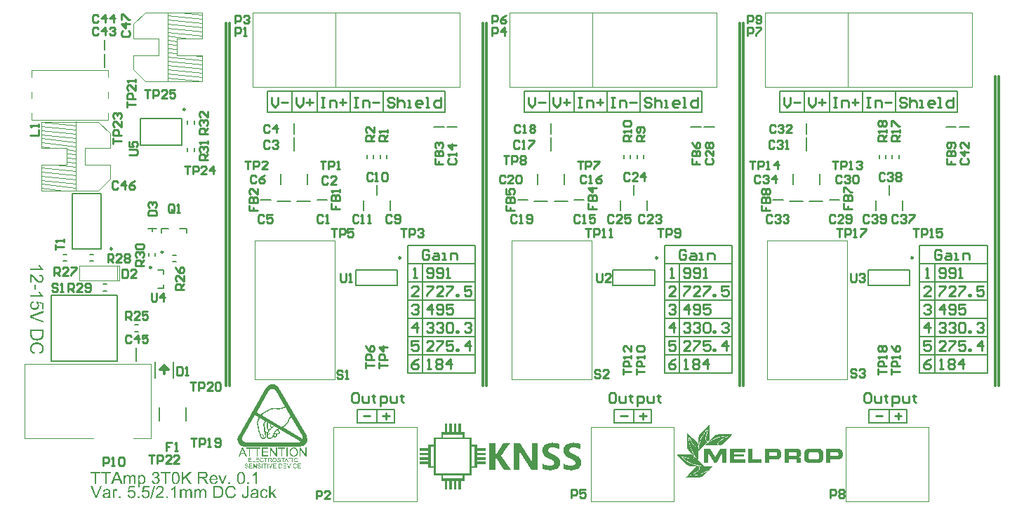
<source format=gto>
G04*
G04 #@! TF.GenerationSoftware,Altium Limited,Altium Designer,18.0.12 (696)*
G04*
G04 Layer_Color=65535*
%FSAX43Y43*%
%MOMM*%
G71*
G01*
G75*
%ADD10C,0.250*%
%ADD11C,0.300*%
%ADD12C,0.200*%
%ADD13C,0.100*%
%ADD14C,0.254*%
G36*
X0052644Y0008902D02*
X0053088D01*
Y0008227D01*
X0053959D01*
Y0007356D01*
X0054634D01*
Y0006893D01*
X0055625D01*
Y0006597D01*
X0054634D01*
Y0006347D01*
X0055625D01*
Y0006060D01*
X0054634D01*
Y0005829D01*
X0055625D01*
Y0005495D01*
X0054634D01*
Y0005282D01*
X0055625D01*
Y0004977D01*
X0054634D01*
Y0004523D01*
X0053959D01*
Y0003653D01*
X0053088D01*
Y0002959D01*
X0052644D01*
Y0001968D01*
X0052329D01*
Y0002959D01*
X0052098D01*
Y0001968D01*
X0051792D01*
Y0002959D01*
X0051561D01*
Y0001968D01*
X0051246D01*
Y0002959D01*
X0051014D01*
Y0001968D01*
X0050709D01*
Y0002959D01*
X0050265D01*
Y0003653D01*
X0049385D01*
Y0004523D01*
X0048691D01*
Y0004977D01*
X0047700D01*
Y0005282D01*
X0048691D01*
Y0005495D01*
X0047700D01*
Y0005829D01*
X0048691D01*
Y0006060D01*
X0047700D01*
Y0006347D01*
X0048691D01*
Y0006597D01*
X0047700D01*
Y0006893D01*
X0048691D01*
Y0007356D01*
X0049385D01*
Y0008227D01*
X0050265D01*
Y0008902D01*
X0050709D01*
Y0009412D01*
Y0009550D01*
Y0009671D01*
Y0009754D01*
Y0009810D01*
Y0009856D01*
Y0009875D01*
Y0009893D01*
X0051014D01*
Y0008902D01*
X0051246D01*
Y0009893D01*
X0051561D01*
Y0008902D01*
X0051792D01*
Y0009893D01*
X0052098D01*
Y0008902D01*
X0052329D01*
Y0009893D01*
X0052644D01*
Y0008902D01*
D02*
G37*
G36*
X0066411Y0007560D02*
X0066568Y0007551D01*
X0066698Y0007532D01*
X0066818Y0007514D01*
X0066911Y0007486D01*
X0066985Y0007467D01*
X0067022Y0007458D01*
X0067041Y0007449D01*
Y0006810D01*
X0066911Y0006884D01*
X0066781Y0006930D01*
X0066652Y0006967D01*
X0066541Y0006995D01*
X0066430Y0007014D01*
X0066355Y0007023D01*
X0066189D01*
X0066115Y0007014D01*
X0066041Y0006995D01*
X0065985Y0006986D01*
X0065939Y0006967D01*
X0065902Y0006949D01*
X0065883Y0006940D01*
X0065874D01*
X0065828Y0006903D01*
X0065791Y0006866D01*
X0065763Y0006829D01*
X0065744Y0006792D01*
X0065726Y0006736D01*
Y0006717D01*
Y0006708D01*
X0065735Y0006653D01*
X0065744Y0006606D01*
X0065781Y0006523D01*
X0065809Y0006467D01*
X0065828Y0006458D01*
Y0006449D01*
X0065883Y0006412D01*
X0065957Y0006366D01*
X0066041Y0006319D01*
X0066133Y0006273D01*
X0066207Y0006236D01*
X0066281Y0006199D01*
X0066328Y0006180D01*
X0066346Y0006171D01*
X0066513Y0006097D01*
X0066652Y0006023D01*
X0066763Y0005949D01*
X0066855Y0005884D01*
X0066920Y0005829D01*
X0066967Y0005782D01*
X0066994Y0005755D01*
X0067004Y0005745D01*
X0067059Y0005653D01*
X0067105Y0005560D01*
X0067133Y0005477D01*
X0067161Y0005393D01*
X0067170Y0005319D01*
X0067179Y0005264D01*
Y0005218D01*
Y0005208D01*
X0067161Y0005042D01*
X0067124Y0004894D01*
X0067078Y0004773D01*
X0067013Y0004671D01*
X0066948Y0004597D01*
X0066902Y0004542D01*
X0066865Y0004505D01*
X0066846Y0004495D01*
X0066707Y0004412D01*
X0066559Y0004357D01*
X0066402Y0004310D01*
X0066254Y0004282D01*
X0066115Y0004264D01*
X0066013Y0004255D01*
X0065911D01*
X0065717Y0004264D01*
X0065550Y0004282D01*
X0065393Y0004320D01*
X0065263Y0004357D01*
X0065161Y0004384D01*
X0065087Y0004421D01*
X0065041Y0004440D01*
X0065022Y0004449D01*
Y0005125D01*
X0065170Y0005014D01*
X0065319Y0004940D01*
X0065457Y0004884D01*
X0065596Y0004838D01*
X0065717Y0004819D01*
X0065809Y0004810D01*
X0065846Y0004801D01*
X0065994D01*
X0066078Y0004819D01*
X0066143Y0004829D01*
X0066207Y0004847D01*
X0066254Y0004866D01*
X0066281Y0004875D01*
X0066300Y0004894D01*
X0066309D01*
X0066355Y0004931D01*
X0066393Y0004977D01*
X0066420Y0005014D01*
X0066439Y0005051D01*
X0066457Y0005116D01*
Y0005125D01*
Y0005134D01*
X0066448Y0005190D01*
X0066439Y0005236D01*
X0066402Y0005319D01*
X0066355Y0005375D01*
X0066346Y0005384D01*
X0066337Y0005393D01*
X0066281Y0005440D01*
X0066198Y0005495D01*
X0066105Y0005551D01*
X0066013Y0005597D01*
X0065911Y0005643D01*
X0065837Y0005681D01*
X0065781Y0005699D01*
X0065772Y0005708D01*
X0065763D01*
X0065633Y0005773D01*
X0065513Y0005838D01*
X0065411Y0005912D01*
X0065328Y0005986D01*
X0065254Y0006069D01*
X0065189Y0006143D01*
X0065143Y0006217D01*
X0065096Y0006292D01*
X0065041Y0006430D01*
X0065013Y0006542D01*
Y0006588D01*
X0065004Y0006616D01*
Y0006634D01*
Y0006643D01*
X0065022Y0006801D01*
X0065059Y0006940D01*
X0065106Y0007060D01*
X0065170Y0007153D01*
X0065235Y0007227D01*
X0065282Y0007282D01*
X0065319Y0007319D01*
X0065337Y0007328D01*
X0065476Y0007412D01*
X0065624Y0007467D01*
X0065772Y0007514D01*
X0065920Y0007541D01*
X0066050Y0007560D01*
X0066152Y0007569D01*
X0066244D01*
X0066411Y0007560D01*
D02*
G37*
G36*
X0063865D02*
X0064013Y0007551D01*
X0064152Y0007532D01*
X0064272Y0007514D01*
X0064365Y0007486D01*
X0064430Y0007467D01*
X0064467Y0007458D01*
X0064485Y0007449D01*
Y0006810D01*
X0064356Y0006884D01*
X0064226Y0006930D01*
X0064096Y0006967D01*
X0063985Y0006995D01*
X0063874Y0007014D01*
X0063800Y0007023D01*
X0063634D01*
X0063559Y0007014D01*
X0063495Y0006995D01*
X0063430Y0006986D01*
X0063393Y0006967D01*
X0063356Y0006949D01*
X0063337Y0006940D01*
X0063328D01*
X0063282Y0006903D01*
X0063245Y0006866D01*
X0063217Y0006829D01*
X0063198Y0006792D01*
X0063180Y0006736D01*
Y0006717D01*
Y0006708D01*
X0063198Y0006606D01*
X0063226Y0006523D01*
X0063254Y0006467D01*
X0063272Y0006458D01*
Y0006449D01*
X0063328Y0006412D01*
X0063393Y0006366D01*
X0063476Y0006319D01*
X0063569Y0006273D01*
X0063652Y0006236D01*
X0063717Y0006199D01*
X0063763Y0006180D01*
X0063782Y0006171D01*
X0063948Y0006097D01*
X0064087Y0006023D01*
X0064208Y0005949D01*
X0064291Y0005884D01*
X0064365Y0005829D01*
X0064402Y0005782D01*
X0064430Y0005755D01*
X0064439Y0005745D01*
X0064495Y0005653D01*
X0064541Y0005560D01*
X0064569Y0005477D01*
X0064596Y0005393D01*
X0064606Y0005319D01*
X0064615Y0005264D01*
Y0005218D01*
Y0005208D01*
X0064606Y0005042D01*
X0064569Y0004894D01*
X0064513Y0004773D01*
X0064458Y0004671D01*
X0064393Y0004597D01*
X0064346Y0004542D01*
X0064309Y0004505D01*
X0064291Y0004495D01*
X0064161Y0004412D01*
X0064013Y0004357D01*
X0063865Y0004310D01*
X0063717Y0004282D01*
X0063578Y0004264D01*
X0063476Y0004255D01*
X0063374D01*
X0063180Y0004264D01*
X0062995Y0004282D01*
X0062847Y0004320D01*
X0062717Y0004357D01*
X0062606Y0004384D01*
X0062532Y0004421D01*
X0062486Y0004440D01*
X0062467Y0004449D01*
Y0005125D01*
X0062615Y0005014D01*
X0062763Y0004940D01*
X0062911Y0004884D01*
X0063050Y0004838D01*
X0063161Y0004819D01*
X0063254Y0004810D01*
X0063291Y0004801D01*
X0063439D01*
X0063532Y0004819D01*
X0063606Y0004829D01*
X0063661Y0004847D01*
X0063708Y0004866D01*
X0063735Y0004875D01*
X0063754Y0004894D01*
X0063763D01*
X0063809Y0004931D01*
X0063846Y0004977D01*
X0063865Y0005014D01*
X0063884Y0005051D01*
X0063902Y0005116D01*
Y0005125D01*
Y0005134D01*
Y0005190D01*
X0063884Y0005236D01*
X0063846Y0005319D01*
X0063809Y0005375D01*
X0063800Y0005384D01*
X0063791Y0005393D01*
X0063735Y0005440D01*
X0063652Y0005495D01*
X0063559Y0005551D01*
X0063458Y0005597D01*
X0063356Y0005643D01*
X0063272Y0005681D01*
X0063217Y0005699D01*
X0063208Y0005708D01*
X0063198D01*
X0063069Y0005773D01*
X0062948Y0005838D01*
X0062847Y0005912D01*
X0062763Y0005986D01*
X0062689Y0006069D01*
X0062634Y0006143D01*
X0062578Y0006217D01*
X0062541Y0006292D01*
X0062486Y0006430D01*
X0062458Y0006542D01*
Y0006588D01*
X0062448Y0006616D01*
Y0006634D01*
Y0006643D01*
X0062467Y0006801D01*
X0062504Y0006940D01*
X0062560Y0007060D01*
X0062624Y0007153D01*
X0062680Y0007227D01*
X0062735Y0007282D01*
X0062773Y0007319D01*
X0062791Y0007328D01*
X0062930Y0007412D01*
X0063078Y0007467D01*
X0063226Y0007514D01*
X0063374Y0007541D01*
X0063495Y0007560D01*
X0063597Y0007569D01*
X0063689D01*
X0063865Y0007560D01*
D02*
G37*
G36*
X0058032Y0006754D02*
X0057940Y0006634D01*
X0057866Y0006532D01*
X0057792Y0006430D01*
X0057727Y0006347D01*
X0057680Y0006282D01*
X0057634Y0006217D01*
X0057588Y0006162D01*
X0057560Y0006125D01*
X0057514Y0006060D01*
X0057486Y0006023D01*
X0057468Y0006005D01*
Y0005995D01*
X0058690Y0004310D01*
X0057838D01*
X0056866Y0005708D01*
X0056838Y0005764D01*
X0056819Y0005819D01*
X0056801Y0005866D01*
X0056792Y0005875D01*
Y0004310D01*
X0056088D01*
Y0007514D01*
X0056792D01*
Y0005995D01*
X0056819Y0006069D01*
X0056856Y0006125D01*
X0056875Y0006162D01*
X0056884Y0006171D01*
X0057782Y0007514D01*
X0058616D01*
X0058032Y0006754D01*
D02*
G37*
G36*
X0061865Y0004310D02*
X0061171D01*
X0059810Y0006384D01*
X0059745Y0006495D01*
X0059699Y0006569D01*
X0059671Y0006625D01*
X0059662Y0006643D01*
X0059671Y0006579D01*
Y0006495D01*
X0059680Y0006329D01*
Y0006255D01*
Y0006190D01*
Y0006153D01*
Y0006134D01*
Y0004310D01*
X0059014D01*
Y0007514D01*
X0059773D01*
X0061226Y0005245D01*
X0061245D01*
X0061236Y0005301D01*
Y0005366D01*
X0061226Y0005514D01*
Y0005579D01*
Y0005634D01*
Y0005671D01*
Y0005690D01*
Y0007514D01*
X0061865D01*
Y0004310D01*
D02*
G37*
G36*
X0029972Y0014649D02*
X0030033Y0014643D01*
X0030116Y0014627D01*
X0030205Y0014599D01*
X0030300Y0014560D01*
X0030400Y0014505D01*
X0030494Y0014427D01*
X0030500D01*
X0030505Y0014416D01*
X0030527Y0014393D01*
X0030555Y0014366D01*
X0030583Y0014338D01*
X0030588Y0014327D01*
X0030605Y0014305D01*
X0030627Y0014271D01*
X0030655Y0014232D01*
X0034005Y0008427D01*
Y0008422D01*
X0034010Y0008416D01*
X0034021Y0008400D01*
X0034032Y0008377D01*
X0034055Y0008316D01*
X0034082Y0008238D01*
X0034105Y0008144D01*
X0034121Y0008039D01*
Y0007922D01*
X0034116Y0007861D01*
X0034105Y0007800D01*
Y0007789D01*
X0034099Y0007766D01*
X0034088Y0007727D01*
X0034071Y0007677D01*
X0034066Y0007672D01*
X0034060Y0007650D01*
X0034044Y0007611D01*
X0034016Y0007561D01*
X0034010D01*
Y0007555D01*
X0034005Y0007550D01*
X0033977Y0007516D01*
X0033944Y0007466D01*
X0033888Y0007405D01*
X0033821Y0007339D01*
X0033738Y0007277D01*
X0033644Y0007216D01*
X0033533Y0007172D01*
X0033527D01*
X0033521Y0007166D01*
X0033488Y0007161D01*
X0033444Y0007150D01*
X0033410Y0007144D01*
X0033405D01*
X0033383Y0007139D01*
X0033338Y0007133D01*
X0033283Y0007128D01*
X0026539D01*
X0026517Y0007133D01*
X0026450Y0007139D01*
X0026367Y0007155D01*
X0026278Y0007183D01*
X0026178Y0007222D01*
X0026078Y0007283D01*
X0026028Y0007316D01*
X0025978Y0007361D01*
X0025967Y0007366D01*
X0025944Y0007389D01*
X0025917Y0007416D01*
X0025889Y0007450D01*
X0025883Y0007461D01*
X0025861Y0007483D01*
X0025839Y0007516D01*
X0025817Y0007555D01*
Y0007561D01*
Y0007566D01*
X0025811Y0007572D01*
X0025800Y0007589D01*
X0025794Y0007611D01*
X0025767Y0007666D01*
X0025744Y0007739D01*
X0025717Y0007827D01*
X0025706Y0007933D01*
X0025700Y0008044D01*
X0025717Y0008161D01*
Y0008166D01*
X0025722Y0008177D01*
X0025728Y0008211D01*
X0025739Y0008250D01*
X0025744Y0008266D01*
X0025750Y0008277D01*
X0025756Y0008288D01*
X0025761Y0008311D01*
X0025783Y0008350D01*
X0025806Y0008394D01*
Y0008400D01*
Y0008405D01*
X0025811Y0008411D01*
X0025817D01*
X0029166Y0014216D01*
X0029172Y0014221D01*
X0029183Y0014243D01*
X0029205Y0014277D01*
X0029233Y0014316D01*
X0029272Y0014360D01*
X0029316Y0014410D01*
X0029366Y0014455D01*
X0029422Y0014499D01*
X0029433Y0014510D01*
X0029455Y0014521D01*
X0029483Y0014538D01*
X0029494Y0014543D01*
X0029516Y0014555D01*
X0029555Y0014577D01*
X0029611Y0014599D01*
X0029672Y0014616D01*
X0029750Y0014638D01*
X0029827Y0014649D01*
X0029916Y0014655D01*
X0029950D01*
X0029972Y0014649D01*
D02*
G37*
G36*
X0034010Y0005928D02*
X0033866D01*
X0033305Y0006766D01*
Y0005928D01*
X0033171D01*
Y0006989D01*
X0033316D01*
X0033877Y0006155D01*
Y0006989D01*
X0034010D01*
Y0005928D01*
D02*
G37*
G36*
X0030461D02*
X0030316D01*
X0029755Y0006766D01*
Y0005928D01*
X0029622D01*
Y0006989D01*
X0029766D01*
X0030327Y0006155D01*
Y0006989D01*
X0030461D01*
Y0005928D01*
D02*
G37*
G36*
X0031772D02*
X0031627D01*
Y0006989D01*
X0031772D01*
Y0005928D01*
D02*
G37*
G36*
X0031461Y0006866D02*
X0031111D01*
Y0005928D01*
X0030966D01*
Y0006866D01*
X0030616D01*
Y0006989D01*
X0031461D01*
Y0006866D01*
D02*
G37*
G36*
X0029405D02*
X0028777D01*
Y0006539D01*
X0029361D01*
Y0006416D01*
X0028777D01*
Y0006050D01*
X0029427D01*
Y0005928D01*
X0028633D01*
Y0006989D01*
X0029405D01*
Y0006866D01*
D02*
G37*
G36*
X0028489D02*
X0028133D01*
Y0005928D01*
X0027994D01*
Y0006866D01*
X0027644D01*
Y0006989D01*
X0028489D01*
Y0006866D01*
D02*
G37*
G36*
X0027578D02*
X0027228D01*
Y0005928D01*
X0027083D01*
Y0006866D01*
X0026733D01*
Y0006989D01*
X0027578D01*
Y0006866D01*
D02*
G37*
G36*
X0026811Y0005928D02*
X0026650D01*
X0026528Y0006250D01*
X0026083D01*
X0025967Y0005928D01*
X0025817D01*
X0026222Y0006989D01*
X0026378D01*
X0026811Y0005928D01*
D02*
G37*
G36*
X0032538Y0007005D02*
X0032577Y0007000D01*
X0032660Y0006983D01*
X0032705Y0006961D01*
X0032749Y0006939D01*
X0032755Y0006933D01*
X0032771Y0006928D01*
X0032788Y0006911D01*
X0032816Y0006889D01*
X0032844Y0006861D01*
X0032877Y0006828D01*
X0032933Y0006744D01*
X0032938Y0006739D01*
X0032944Y0006722D01*
X0032955Y0006694D01*
X0032966Y0006661D01*
X0032977Y0006616D01*
X0032983Y0006566D01*
X0032994Y0006516D01*
Y0006455D01*
Y0006450D01*
Y0006428D01*
X0032988Y0006400D01*
Y0006361D01*
X0032977Y0006316D01*
X0032966Y0006266D01*
X0032949Y0006216D01*
X0032927Y0006167D01*
X0032921Y0006161D01*
X0032916Y0006144D01*
X0032899Y0006122D01*
X0032877Y0006094D01*
X0032821Y0006033D01*
X0032783Y0006005D01*
X0032744Y0005978D01*
X0032738D01*
X0032721Y0005967D01*
X0032699Y0005955D01*
X0032666Y0005944D01*
X0032627Y0005933D01*
X0032583Y0005922D01*
X0032533Y0005917D01*
X0032483Y0005911D01*
X0032455D01*
X0032427Y0005917D01*
X0032394Y0005922D01*
X0032305Y0005944D01*
X0032260Y0005961D01*
X0032216Y0005983D01*
X0032210Y0005989D01*
X0032194Y0005994D01*
X0032172Y0006011D01*
X0032149Y0006033D01*
X0032116Y0006061D01*
X0032088Y0006094D01*
X0032060Y0006133D01*
X0032033Y0006178D01*
Y0006183D01*
X0032022Y0006200D01*
X0032016Y0006222D01*
X0032005Y0006255D01*
X0031994Y0006294D01*
X0031988Y0006344D01*
X0031977Y0006444D01*
Y0006450D01*
Y0006455D01*
Y0006489D01*
X0031983Y0006539D01*
X0031994Y0006594D01*
X0032010Y0006661D01*
X0032038Y0006733D01*
X0032072Y0006800D01*
X0032116Y0006861D01*
X0032122Y0006866D01*
X0032144Y0006883D01*
X0032172Y0006911D01*
X0032216Y0006939D01*
X0032272Y0006961D01*
X0032333Y0006989D01*
X0032405Y0007005D01*
X0032483Y0007011D01*
X0032510D01*
X0032538Y0007005D01*
D02*
G37*
G36*
X0030766Y0005755D02*
X0030799Y0005744D01*
X0030805Y0005739D01*
X0030827Y0005733D01*
X0030849Y0005717D01*
X0030872Y0005694D01*
X0030877Y0005689D01*
X0030883Y0005667D01*
X0030888Y0005639D01*
X0030894Y0005605D01*
X0030827Y0005600D01*
Y0005611D01*
X0030816Y0005633D01*
X0030805Y0005655D01*
X0030788Y0005678D01*
X0030783Y0005683D01*
X0030766Y0005694D01*
X0030738Y0005700D01*
X0030699Y0005705D01*
X0030661D01*
X0030633Y0005694D01*
X0030605Y0005683D01*
X0030599Y0005678D01*
X0030594Y0005667D01*
X0030583Y0005644D01*
X0030577Y0005622D01*
Y0005617D01*
X0030583Y0005605D01*
X0030588Y0005589D01*
X0030599Y0005572D01*
X0030605D01*
X0030622Y0005561D01*
X0030655Y0005550D01*
X0030677Y0005544D01*
X0030705Y0005539D01*
X0030711D01*
X0030716Y0005533D01*
X0030749Y0005528D01*
X0030788Y0005517D01*
X0030822Y0005505D01*
X0030827Y0005500D01*
X0030849Y0005489D01*
X0030866Y0005472D01*
X0030888Y0005450D01*
X0030894Y0005444D01*
X0030899Y0005428D01*
X0030905Y0005405D01*
X0030911Y0005372D01*
Y0005367D01*
Y0005350D01*
X0030899Y0005328D01*
X0030888Y0005294D01*
X0030883Y0005289D01*
X0030866Y0005278D01*
X0030844Y0005261D01*
X0030816Y0005244D01*
X0030805Y0005239D01*
X0030783Y0005233D01*
X0030755Y0005228D01*
X0030716Y0005222D01*
X0030705D01*
X0030672Y0005228D01*
X0030633Y0005233D01*
X0030594Y0005244D01*
X0030588Y0005250D01*
X0030566Y0005261D01*
X0030544Y0005278D01*
X0030516Y0005300D01*
X0030511Y0005305D01*
X0030505Y0005328D01*
X0030494Y0005355D01*
X0030488Y0005394D01*
X0030555Y0005400D01*
Y0005394D01*
X0030561Y0005378D01*
X0030566Y0005355D01*
X0030577Y0005333D01*
Y0005328D01*
X0030588Y0005322D01*
X0030605Y0005305D01*
X0030627Y0005294D01*
X0030655D01*
X0030683Y0005289D01*
X0030788D01*
X0030799Y0005300D01*
X0030827Y0005322D01*
X0030833Y0005328D01*
X0030838Y0005339D01*
X0030844Y0005350D01*
Y0005367D01*
Y0005372D01*
Y0005383D01*
X0030838Y0005400D01*
X0030827Y0005411D01*
Y0005417D01*
X0030816Y0005422D01*
X0030805Y0005433D01*
X0030783Y0005444D01*
X0030777D01*
X0030766Y0005450D01*
X0030738Y0005455D01*
X0030716Y0005461D01*
X0030688Y0005472D01*
X0030683D01*
X0030677Y0005478D01*
X0030644Y0005483D01*
X0030611Y0005494D01*
X0030583Y0005505D01*
X0030577Y0005511D01*
X0030561Y0005517D01*
X0030544Y0005533D01*
X0030527Y0005555D01*
X0030522Y0005561D01*
X0030516Y0005572D01*
X0030511Y0005594D01*
X0030505Y0005617D01*
Y0005622D01*
X0030511Y0005639D01*
X0030516Y0005667D01*
X0030533Y0005694D01*
X0030538Y0005700D01*
X0030549Y0005717D01*
X0030566Y0005733D01*
X0030599Y0005750D01*
X0030605Y0005755D01*
X0030627Y0005761D01*
X0030655Y0005767D01*
X0030733D01*
X0030766Y0005755D01*
D02*
G37*
G36*
X0032788Y0005761D02*
X0032827Y0005750D01*
X0032871Y0005722D01*
X0032883Y0005717D01*
X0032905Y0005694D01*
X0032927Y0005661D01*
X0032949Y0005611D01*
X0032883Y0005594D01*
Y0005600D01*
X0032877Y0005605D01*
X0032866Y0005628D01*
X0032849Y0005655D01*
X0032827Y0005678D01*
X0032821Y0005683D01*
X0032805Y0005694D01*
X0032777Y0005700D01*
X0032738Y0005705D01*
X0032727D01*
X0032705Y0005700D01*
X0032672Y0005694D01*
X0032633Y0005678D01*
X0032627Y0005672D01*
X0032610Y0005655D01*
X0032594Y0005628D01*
X0032577Y0005594D01*
Y0005589D01*
X0032572Y0005567D01*
X0032566Y0005533D01*
X0032560Y0005494D01*
Y0005489D01*
Y0005483D01*
Y0005455D01*
X0032566Y0005417D01*
X0032577Y0005378D01*
X0032583Y0005367D01*
X0032594Y0005350D01*
X0032616Y0005322D01*
X0032644Y0005300D01*
X0032649D01*
X0032672Y0005294D01*
X0032699Y0005289D01*
X0032733Y0005283D01*
X0032744D01*
X0032766Y0005289D01*
X0032799Y0005294D01*
X0032833Y0005311D01*
X0032838Y0005317D01*
X0032855Y0005339D01*
X0032871Y0005367D01*
X0032888Y0005411D01*
X0032960Y0005394D01*
Y0005389D01*
X0032955Y0005378D01*
X0032944Y0005344D01*
X0032916Y0005305D01*
X0032877Y0005272D01*
X0032866Y0005267D01*
X0032838Y0005250D01*
X0032794Y0005228D01*
X0032738Y0005222D01*
X0032721D01*
X0032688Y0005228D01*
X0032644Y0005239D01*
X0032599Y0005261D01*
X0032588Y0005267D01*
X0032566Y0005283D01*
X0032538Y0005311D01*
X0032516Y0005350D01*
Y0005355D01*
X0032510Y0005361D01*
X0032505Y0005394D01*
X0032494Y0005439D01*
X0032488Y0005494D01*
Y0005500D01*
Y0005511D01*
X0032494Y0005544D01*
X0032505Y0005589D01*
X0032522Y0005639D01*
Y0005644D01*
X0032527Y0005650D01*
X0032544Y0005672D01*
X0032572Y0005705D01*
X0032610Y0005733D01*
X0032616D01*
X0032621Y0005739D01*
X0032649Y0005750D01*
X0032688Y0005761D01*
X0032738Y0005767D01*
X0032755D01*
X0032788Y0005761D01*
D02*
G37*
G36*
X0028683D02*
X0028727Y0005750D01*
X0028772Y0005722D01*
X0028783Y0005717D01*
X0028800Y0005694D01*
X0028822Y0005661D01*
X0028844Y0005611D01*
X0028777Y0005594D01*
X0028772Y0005605D01*
X0028766Y0005628D01*
X0028750Y0005655D01*
X0028722Y0005678D01*
X0028716Y0005683D01*
X0028700Y0005694D01*
X0028672Y0005700D01*
X0028639Y0005705D01*
X0028627D01*
X0028600Y0005700D01*
X0028566Y0005694D01*
X0028533Y0005678D01*
X0028527Y0005672D01*
X0028511Y0005655D01*
X0028494Y0005628D01*
X0028477Y0005594D01*
X0028472Y0005583D01*
X0028466Y0005561D01*
X0028461Y0005528D01*
X0028455Y0005494D01*
Y0005489D01*
Y0005483D01*
X0028461Y0005455D01*
X0028466Y0005417D01*
X0028477Y0005378D01*
X0028483Y0005367D01*
X0028494Y0005350D01*
X0028511Y0005322D01*
X0028539Y0005300D01*
X0028544D01*
X0028566Y0005294D01*
X0028600Y0005289D01*
X0028633Y0005283D01*
X0028644D01*
X0028666Y0005289D01*
X0028700Y0005294D01*
X0028727Y0005311D01*
X0028733Y0005317D01*
X0028750Y0005333D01*
X0028772Y0005367D01*
X0028789Y0005411D01*
X0028855Y0005394D01*
Y0005389D01*
X0028850Y0005378D01*
X0028833Y0005344D01*
X0028811Y0005305D01*
X0028794Y0005283D01*
X0028777Y0005272D01*
X0028772D01*
X0028766Y0005267D01*
X0028733Y0005250D01*
X0028689Y0005228D01*
X0028639Y0005222D01*
X0028622D01*
X0028589Y0005228D01*
X0028539Y0005239D01*
X0028494Y0005261D01*
X0028483Y0005267D01*
X0028461Y0005283D01*
X0028433Y0005311D01*
X0028411Y0005350D01*
Y0005355D01*
X0028405Y0005361D01*
X0028400Y0005400D01*
X0028389Y0005444D01*
X0028383Y0005494D01*
Y0005500D01*
Y0005511D01*
X0028389Y0005544D01*
X0028400Y0005589D01*
X0028416Y0005639D01*
Y0005644D01*
X0028422Y0005650D01*
X0028439Y0005672D01*
X0028472Y0005705D01*
X0028511Y0005733D01*
X0028522Y0005739D01*
X0028550Y0005750D01*
X0028589Y0005761D01*
X0028639Y0005767D01*
X0028650D01*
X0028683Y0005761D01*
D02*
G37*
G36*
X0032383Y0005233D02*
X0032310D01*
Y0005755D01*
X0032383D01*
Y0005233D01*
D02*
G37*
G36*
X0032227Y0005694D02*
X0032055D01*
Y0005233D01*
X0031983D01*
Y0005694D01*
X0031810D01*
Y0005755D01*
X0032227D01*
Y0005694D01*
D02*
G37*
G36*
X0031849Y0005233D02*
X0031766D01*
X0031705Y0005383D01*
X0031483D01*
X0031422Y0005233D01*
X0031349D01*
X0031555Y0005755D01*
X0031627D01*
X0031849Y0005233D01*
D02*
G37*
G36*
X0031388Y0005694D02*
X0031211D01*
Y0005233D01*
X0031144D01*
Y0005694D01*
X0030966D01*
Y0005755D01*
X0031388D01*
Y0005694D01*
D02*
G37*
G36*
X0029711Y0005750D02*
X0029744Y0005744D01*
X0029750Y0005739D01*
X0029766Y0005728D01*
X0029783Y0005717D01*
X0029800Y0005694D01*
X0029805Y0005689D01*
X0029811Y0005667D01*
X0029816Y0005639D01*
X0029822Y0005611D01*
Y0005600D01*
X0029816Y0005578D01*
X0029811Y0005550D01*
X0029788Y0005517D01*
X0029783Y0005511D01*
X0029761Y0005494D01*
X0029722Y0005478D01*
X0029672Y0005467D01*
X0029677D01*
X0029688Y0005461D01*
X0029716Y0005439D01*
X0029722Y0005433D01*
X0029733Y0005422D01*
X0029755Y0005400D01*
X0029777Y0005372D01*
X0029866Y0005233D01*
X0029777D01*
X0029711Y0005333D01*
Y0005339D01*
X0029705Y0005344D01*
X0029688Y0005367D01*
X0029672Y0005394D01*
X0029655Y0005411D01*
X0029650Y0005417D01*
X0029644Y0005428D01*
X0029633Y0005439D01*
X0029622Y0005444D01*
X0029616Y0005450D01*
X0029588Y0005455D01*
X0029583Y0005461D01*
X0029472D01*
Y0005233D01*
X0029400D01*
Y0005755D01*
X0029677D01*
X0029711Y0005750D01*
D02*
G37*
G36*
X0029327Y0005694D02*
X0029150D01*
Y0005233D01*
X0029077D01*
Y0005694D01*
X0028905D01*
Y0005755D01*
X0029327D01*
Y0005694D01*
D02*
G37*
G36*
X0028294D02*
X0027983D01*
Y0005533D01*
X0028278D01*
Y0005467D01*
X0027983D01*
Y0005289D01*
X0028311D01*
Y0005233D01*
X0027911D01*
Y0005755D01*
X0028294D01*
Y0005694D01*
D02*
G37*
G36*
X0027561Y0005289D02*
X0027828D01*
Y0005233D01*
X0027494D01*
Y0005755D01*
X0027561D01*
Y0005289D01*
D02*
G37*
G36*
X0027389Y0005694D02*
X0027072D01*
Y0005533D01*
X0027366D01*
Y0005467D01*
X0027072D01*
Y0005289D01*
X0027400D01*
Y0005233D01*
X0027000D01*
Y0005755D01*
X0027389D01*
Y0005694D01*
D02*
G37*
G36*
X0030211Y0005761D02*
X0030255Y0005750D01*
X0030300Y0005728D01*
X0030311Y0005722D01*
X0030333Y0005705D01*
X0030361Y0005678D01*
X0030388Y0005633D01*
X0030394Y0005622D01*
X0030405Y0005594D01*
X0030416Y0005544D01*
X0030422Y0005489D01*
Y0005483D01*
Y0005478D01*
X0030416Y0005439D01*
X0030411Y0005394D01*
X0030388Y0005344D01*
X0030383Y0005333D01*
X0030366Y0005311D01*
X0030333Y0005283D01*
X0030294Y0005255D01*
X0030283Y0005250D01*
X0030255Y0005239D01*
X0030216Y0005228D01*
X0030166Y0005222D01*
X0030155D01*
X0030122Y0005228D01*
X0030077Y0005239D01*
X0030033Y0005261D01*
X0030022Y0005267D01*
X0030000Y0005283D01*
X0029966Y0005311D01*
X0029944Y0005350D01*
X0029938Y0005361D01*
X0029933Y0005389D01*
X0029922Y0005428D01*
X0029916Y0005483D01*
Y0005489D01*
Y0005505D01*
X0029922Y0005528D01*
X0029927Y0005561D01*
X0029944Y0005628D01*
X0029961Y0005661D01*
X0029983Y0005694D01*
X0029988Y0005700D01*
X0029994Y0005705D01*
X0030011Y0005717D01*
X0030033Y0005733D01*
X0030088Y0005755D01*
X0030127Y0005761D01*
X0030166Y0005767D01*
X0030177D01*
X0030211Y0005761D01*
D02*
G37*
G36*
X0028372Y0005044D02*
X0028411Y0005033D01*
X0028416Y0005028D01*
X0028439Y0005017D01*
X0028461Y0005000D01*
X0028483Y0004978D01*
X0028489Y0004972D01*
X0028494Y0004950D01*
X0028500Y0004922D01*
X0028505Y0004889D01*
X0028439Y0004883D01*
Y0004894D01*
X0028427Y0004917D01*
X0028416Y0004939D01*
X0028400Y0004961D01*
X0028394Y0004967D01*
X0028378Y0004978D01*
X0028350Y0004983D01*
X0028311Y0004989D01*
X0028272D01*
X0028244Y0004978D01*
X0028216Y0004967D01*
X0028211Y0004961D01*
X0028205Y0004950D01*
X0028194Y0004933D01*
X0028189Y0004911D01*
Y0004906D01*
X0028194Y0004894D01*
X0028200Y0004878D01*
X0028211Y0004861D01*
X0028216D01*
X0028233Y0004850D01*
X0028266Y0004839D01*
X0028289Y0004828D01*
X0028316Y0004822D01*
X0028327D01*
X0028355Y0004817D01*
X0028394Y0004806D01*
X0028433Y0004789D01*
X0028439Y0004783D01*
X0028461Y0004778D01*
X0028477Y0004761D01*
X0028500Y0004733D01*
X0028505Y0004728D01*
X0028511Y0004717D01*
X0028516Y0004689D01*
X0028522Y0004661D01*
Y0004656D01*
Y0004633D01*
X0028511Y0004606D01*
X0028500Y0004578D01*
X0028494Y0004572D01*
X0028483Y0004556D01*
X0028455Y0004539D01*
X0028427Y0004522D01*
X0028416Y0004517D01*
X0028394Y0004511D01*
X0028366Y0004506D01*
X0028327Y0004500D01*
X0028316D01*
X0028283Y0004506D01*
X0028244Y0004511D01*
X0028205Y0004522D01*
X0028200Y0004528D01*
X0028178Y0004539D01*
X0028150Y0004556D01*
X0028128Y0004583D01*
X0028122Y0004594D01*
X0028116Y0004617D01*
X0028105Y0004644D01*
X0028100Y0004683D01*
X0028166Y0004689D01*
Y0004683D01*
X0028172Y0004667D01*
X0028178Y0004644D01*
X0028189Y0004622D01*
Y0004617D01*
X0028200Y0004611D01*
X0028216Y0004594D01*
X0028244Y0004578D01*
X0028250D01*
X0028266Y0004572D01*
X0028294Y0004567D01*
X0028350D01*
X0028372Y0004572D01*
X0028394Y0004578D01*
X0028400D01*
X0028411Y0004583D01*
X0028439Y0004606D01*
X0028444Y0004611D01*
X0028450Y0004622D01*
X0028455Y0004639D01*
Y0004656D01*
Y0004661D01*
Y0004672D01*
X0028450Y0004689D01*
X0028439Y0004700D01*
X0028433Y0004706D01*
X0028427Y0004711D01*
X0028411Y0004717D01*
X0028389Y0004728D01*
X0028383Y0004733D01*
X0028366Y0004739D01*
X0028333Y0004744D01*
X0028294Y0004756D01*
X0028289D01*
X0028283Y0004761D01*
X0028255Y0004767D01*
X0028222Y0004778D01*
X0028194Y0004789D01*
X0028189Y0004794D01*
X0028172Y0004806D01*
X0028155Y0004822D01*
X0028139Y0004839D01*
X0028133Y0004844D01*
X0028128Y0004861D01*
X0028122Y0004883D01*
X0028116Y0004906D01*
Y0004911D01*
X0028122Y0004928D01*
X0028128Y0004950D01*
X0028144Y0004978D01*
X0028150Y0004983D01*
X0028161Y0005000D01*
X0028178Y0005017D01*
X0028211Y0005033D01*
X0028222Y0005039D01*
X0028244Y0005044D01*
X0028272Y0005050D01*
X0028339D01*
X0028372Y0005044D01*
D02*
G37*
G36*
X0026844D02*
X0026883Y0005033D01*
X0026889Y0005028D01*
X0026905Y0005017D01*
X0026928Y0005000D01*
X0026950Y0004978D01*
X0026955Y0004972D01*
X0026967Y0004950D01*
X0026972Y0004922D01*
X0026978Y0004889D01*
X0026911Y0004883D01*
Y0004894D01*
X0026905Y0004917D01*
X0026894Y0004939D01*
X0026872Y0004961D01*
X0026867Y0004967D01*
X0026850Y0004978D01*
X0026817Y0004983D01*
X0026778Y0004989D01*
X0026744D01*
X0026711Y0004978D01*
X0026689Y0004967D01*
X0026683Y0004961D01*
X0026672Y0004950D01*
X0026661Y0004933D01*
X0026655Y0004911D01*
Y0004906D01*
X0026661Y0004894D01*
X0026667Y0004878D01*
X0026678Y0004861D01*
X0026683D01*
X0026700Y0004850D01*
X0026733Y0004839D01*
X0026755Y0004828D01*
X0026783Y0004822D01*
X0026794D01*
X0026828Y0004817D01*
X0026861Y0004806D01*
X0026900Y0004789D01*
X0026905Y0004783D01*
X0026928Y0004778D01*
X0026950Y0004761D01*
X0026972Y0004733D01*
X0026978Y0004728D01*
X0026983Y0004717D01*
X0026989Y0004689D01*
X0026994Y0004661D01*
Y0004656D01*
Y0004633D01*
X0026983Y0004606D01*
X0026972Y0004578D01*
X0026967Y0004572D01*
X0026955Y0004561D01*
X0026928Y0004539D01*
X0026900Y0004522D01*
X0026889Y0004517D01*
X0026867Y0004511D01*
X0026839Y0004506D01*
X0026800Y0004500D01*
X0026789D01*
X0026755Y0004506D01*
X0026717Y0004511D01*
X0026678Y0004522D01*
X0026672Y0004528D01*
X0026650Y0004539D01*
X0026622Y0004556D01*
X0026600Y0004583D01*
X0026594Y0004594D01*
X0026589Y0004617D01*
X0026578Y0004644D01*
X0026572Y0004683D01*
X0026639Y0004689D01*
Y0004683D01*
X0026644Y0004667D01*
X0026650Y0004644D01*
X0026661Y0004622D01*
Y0004617D01*
X0026672Y0004611D01*
X0026689Y0004594D01*
X0026711Y0004578D01*
X0026717D01*
X0026739Y0004572D01*
X0026761Y0004567D01*
X0026822D01*
X0026844Y0004572D01*
X0026867Y0004578D01*
X0026872Y0004583D01*
X0026883Y0004589D01*
X0026911Y0004606D01*
X0026917Y0004611D01*
X0026922Y0004622D01*
X0026928Y0004639D01*
Y0004656D01*
Y0004661D01*
Y0004672D01*
X0026922Y0004683D01*
X0026911Y0004700D01*
X0026905Y0004706D01*
X0026900Y0004711D01*
X0026883Y0004717D01*
X0026861Y0004728D01*
X0026855Y0004733D01*
X0026833Y0004739D01*
X0026800Y0004744D01*
X0026767Y0004756D01*
X0026755Y0004761D01*
X0026728Y0004767D01*
X0026694Y0004778D01*
X0026667Y0004789D01*
X0026661Y0004794D01*
X0026644Y0004806D01*
X0026622Y0004822D01*
X0026605Y0004839D01*
Y0004844D01*
X0026600Y0004861D01*
X0026594Y0004883D01*
X0026589Y0004906D01*
Y0004911D01*
X0026594Y0004933D01*
X0026600Y0004956D01*
X0026611Y0004978D01*
X0026617Y0004983D01*
X0026633Y0005000D01*
X0026655Y0005017D01*
X0026683Y0005033D01*
X0026689Y0005039D01*
X0026711Y0005044D01*
X0026744Y0005050D01*
X0026811D01*
X0026844Y0005044D01*
D02*
G37*
G36*
X0032694D02*
X0032738Y0005033D01*
X0032783Y0005011D01*
X0032794Y0005005D01*
X0032816Y0004983D01*
X0032838Y0004944D01*
X0032860Y0004894D01*
X0032794Y0004878D01*
Y0004883D01*
X0032788Y0004889D01*
X0032777Y0004911D01*
X0032760Y0004939D01*
X0032738Y0004967D01*
X0032733Y0004972D01*
X0032710Y0004983D01*
X0032683Y0004989D01*
X0032649Y0004994D01*
X0032638D01*
X0032616Y0004989D01*
X0032583Y0004983D01*
X0032549Y0004961D01*
X0032544Y0004956D01*
X0032522Y0004939D01*
X0032505Y0004917D01*
X0032488Y0004883D01*
Y0004872D01*
X0032483Y0004850D01*
X0032477Y0004817D01*
X0032472Y0004778D01*
Y0004767D01*
X0032477Y0004739D01*
X0032483Y0004706D01*
X0032494Y0004661D01*
X0032499Y0004656D01*
X0032510Y0004633D01*
X0032527Y0004611D01*
X0032555Y0004589D01*
X0032560Y0004583D01*
X0032583Y0004578D01*
X0032610Y0004567D01*
X0032644Y0004561D01*
X0032655D01*
X0032677Y0004567D01*
X0032710Y0004578D01*
X0032744Y0004594D01*
X0032749Y0004600D01*
X0032766Y0004622D01*
X0032783Y0004650D01*
X0032799Y0004694D01*
X0032866Y0004678D01*
Y0004672D01*
X0032860Y0004667D01*
X0032849Y0004628D01*
X0032821Y0004589D01*
X0032788Y0004544D01*
X0032777Y0004539D01*
X0032749Y0004522D01*
X0032705Y0004506D01*
X0032649Y0004500D01*
X0032638D01*
X0032599Y0004506D01*
X0032555Y0004517D01*
X0032510Y0004533D01*
X0032499Y0004539D01*
X0032477Y0004561D01*
X0032449Y0004594D01*
X0032427Y0004639D01*
Y0004644D01*
X0032422Y0004650D01*
X0032416Y0004678D01*
X0032405Y0004722D01*
X0032399Y0004778D01*
Y0004783D01*
Y0004794D01*
X0032405Y0004828D01*
X0032410Y0004872D01*
X0032427Y0004922D01*
Y0004928D01*
X0032433Y0004933D01*
X0032449Y0004961D01*
X0032483Y0004989D01*
X0032522Y0005017D01*
X0032533Y0005022D01*
X0032560Y0005033D01*
X0032599Y0005044D01*
X0032649Y0005050D01*
X0032660D01*
X0032694Y0005044D01*
D02*
G37*
G36*
X0028005Y0004511D02*
X0027933D01*
X0027655Y0004928D01*
Y0004511D01*
X0027583D01*
Y0005039D01*
X0027655D01*
X0027939Y0004622D01*
Y0005039D01*
X0028005D01*
Y0004511D01*
D02*
G37*
G36*
X0031944D02*
X0031866D01*
X0031660Y0005039D01*
X0031738D01*
X0031877Y0004656D01*
X0031883Y0004644D01*
X0031888Y0004622D01*
X0031899Y0004594D01*
X0031905Y0004567D01*
Y0004572D01*
X0031910Y0004594D01*
X0031922Y0004622D01*
X0031933Y0004656D01*
X0032077Y0005039D01*
X0032149D01*
X0031944Y0004511D01*
D02*
G37*
G36*
X0029711D02*
X0029638D01*
X0029433Y0005039D01*
X0029505D01*
X0029644Y0004656D01*
Y0004650D01*
X0029650Y0004639D01*
X0029661Y0004611D01*
X0029672Y0004567D01*
Y0004572D01*
X0029683Y0004594D01*
X0029688Y0004622D01*
X0029705Y0004656D01*
X0029844Y0005039D01*
X0029916D01*
X0029711Y0004511D01*
D02*
G37*
G36*
X0033344Y0004978D02*
X0033027D01*
Y0004817D01*
X0033321D01*
Y0004750D01*
X0033027D01*
Y0004572D01*
X0033355D01*
Y0004511D01*
X0032960D01*
Y0005039D01*
X0033344D01*
Y0004978D01*
D02*
G37*
G36*
X0032294Y0004511D02*
X0032227D01*
Y0005039D01*
X0032294D01*
Y0004511D01*
D02*
G37*
G36*
X0031605Y0004978D02*
X0031294D01*
Y0004817D01*
X0031588D01*
Y0004750D01*
X0031294D01*
Y0004572D01*
X0031616D01*
Y0004511D01*
X0031222D01*
Y0005039D01*
X0031605D01*
Y0004978D01*
D02*
G37*
G36*
X0030961Y0005033D02*
X0030966D01*
X0030988Y0005028D01*
X0031011Y0005017D01*
X0031038Y0005000D01*
X0031044Y0004994D01*
X0031066Y0004972D01*
X0031083Y0004944D01*
X0031105Y0004906D01*
X0031111Y0004894D01*
X0031116Y0004872D01*
X0031122Y0004833D01*
Y0004778D01*
Y0004767D01*
Y0004739D01*
X0031116Y0004706D01*
X0031111Y0004672D01*
Y0004667D01*
X0031099Y0004644D01*
X0031088Y0004622D01*
X0031072Y0004594D01*
X0031066Y0004589D01*
X0031055Y0004578D01*
X0031044Y0004561D01*
X0031027Y0004544D01*
X0031022D01*
X0031005Y0004533D01*
X0030983Y0004528D01*
X0030961Y0004517D01*
X0030938D01*
X0030911Y0004511D01*
X0030683D01*
Y0005039D01*
X0030927D01*
X0030961Y0005033D01*
D02*
G37*
G36*
X0030366Y0004978D02*
X0030055D01*
Y0004817D01*
X0030344D01*
Y0004750D01*
X0030055D01*
Y0004572D01*
X0030377D01*
Y0004511D01*
X0029983D01*
Y0005039D01*
X0030366D01*
Y0004978D01*
D02*
G37*
G36*
X0029361Y0004511D02*
X0029289D01*
Y0005039D01*
X0029361D01*
Y0004511D01*
D02*
G37*
G36*
X0029211Y0004978D02*
X0029033D01*
Y0004511D01*
X0028961D01*
Y0004978D01*
X0028789D01*
Y0005039D01*
X0029211D01*
Y0004978D01*
D02*
G37*
G36*
X0028700Y0004511D02*
X0028633D01*
Y0005039D01*
X0028700D01*
Y0004511D01*
D02*
G37*
G36*
X0027478Y0004978D02*
X0027161D01*
Y0004817D01*
X0027455D01*
Y0004750D01*
X0027161D01*
Y0004572D01*
X0027489D01*
Y0004511D01*
X0027094D01*
Y0005039D01*
X0027478D01*
Y0004978D01*
D02*
G37*
G36*
X0082683Y0007983D02*
X0082674Y0007946D01*
X0082665Y0007927D01*
X0082591Y0007844D01*
X0082581Y0007835D01*
X0082563Y0007816D01*
X0082535Y0007788D01*
X0082507Y0007770D01*
X0082498D01*
X0082470Y0007761D01*
X0082442D01*
X0082415Y0007770D01*
X0082405D01*
X0082387Y0007779D01*
X0082331Y0007798D01*
X0082276Y0007844D01*
X0082248Y0007881D01*
X0082239Y0007927D01*
Y0007955D01*
X0082229Y0007983D01*
Y0008242D01*
X0082239Y0008279D01*
X0082248Y0008362D01*
X0082276Y0008455D01*
Y0008474D01*
X0082285Y0008511D01*
X0082304Y0008566D01*
X0082322Y0008649D01*
X0082350Y0008742D01*
X0082378Y0008844D01*
X0082452Y0009075D01*
X0082572Y0009390D01*
X0082378Y0009214D01*
X0082359Y0009196D01*
X0082322Y0009159D01*
X0082257Y0009094D01*
X0082183Y0009020D01*
X0082174Y0009011D01*
X0082165Y0009001D01*
X0082146Y0008974D01*
X0082118Y0008936D01*
X0082044Y0008844D01*
X0081952Y0008714D01*
X0081850Y0008557D01*
X0081748Y0008372D01*
X0081646Y0008177D01*
X0081554Y0007964D01*
Y0007955D01*
X0081535Y0007927D01*
X0081517Y0007881D01*
X0081498Y0007816D01*
X0081470Y0007742D01*
X0081452Y0007650D01*
X0081396Y0007455D01*
X0081322Y0007150D01*
X0081304Y0007316D01*
Y0008075D01*
X0081313Y0008159D01*
X0081322Y0008242D01*
X0081350Y0008344D01*
X0081378Y0008437D01*
Y0008446D01*
X0081387Y0008455D01*
X0081415Y0008511D01*
X0081461Y0008585D01*
X0081517Y0008649D01*
X0082507Y0009640D01*
Y0009649D01*
X0082526Y0009659D01*
X0082563Y0009705D01*
X0082618Y0009760D01*
X0082683Y0009816D01*
Y0007983D01*
D02*
G37*
G36*
X0085350Y0008575D02*
X0085322Y0008538D01*
X0085285Y0008501D01*
X0085238Y0008455D01*
X0084146Y0007381D01*
X0084137Y0007372D01*
X0084118Y0007344D01*
X0084081Y0007307D01*
X0084035Y0007279D01*
X0083933D01*
X0083776D01*
X0083766Y0007288D01*
X0083748Y0007307D01*
X0083720Y0007335D01*
X0083692Y0007372D01*
Y0007381D01*
X0083683Y0007418D01*
X0083674Y0007464D01*
X0083683Y0007520D01*
Y0007529D01*
X0083692Y0007538D01*
X0083711Y0007585D01*
X0083757Y0007659D01*
X0083822Y0007733D01*
X0083831Y0007742D01*
X0083850Y0007751D01*
X0083887Y0007779D01*
X0083933Y0007816D01*
X0083998Y0007853D01*
X0084063Y0007900D01*
X0084229Y0008001D01*
X0084239Y0008011D01*
X0084266Y0008029D01*
X0084313Y0008048D01*
X0084368Y0008085D01*
X0084507Y0008159D01*
X0084655Y0008242D01*
X0084970Y0008390D01*
X0084600D01*
X0084590D01*
X0084572D01*
X0084535D01*
X0084479Y0008381D01*
X0084424D01*
X0084350Y0008372D01*
X0084266Y0008362D01*
X0084183Y0008353D01*
X0083979Y0008316D01*
X0083757Y0008270D01*
X0083526Y0008205D01*
X0083294Y0008122D01*
X0083285Y0008112D01*
X0083239Y0008094D01*
X0083183Y0008066D01*
X0083109Y0008029D01*
X0083016Y0007983D01*
X0082915Y0007927D01*
X0082702Y0007807D01*
X0082554Y0007714D01*
X0082544Y0007705D01*
X0082526Y0007696D01*
X0082498Y0007677D01*
X0082470Y0007668D01*
X0082479Y0007677D01*
X0082498Y0007705D01*
X0082526Y0007733D01*
X0082554Y0007751D01*
X0082628Y0007844D01*
X0082637Y0007853D01*
X0082665Y0007872D01*
X0082683Y0007900D01*
X0082729Y0007937D01*
X0082776Y0007983D01*
X0082841Y0008038D01*
X0083192Y0008390D01*
X0083202Y0008399D01*
X0083229Y0008427D01*
X0083285Y0008464D01*
X0083350Y0008511D01*
X0083359D01*
X0083378Y0008520D01*
X0083415Y0008538D01*
X0083461Y0008548D01*
X0083572Y0008575D01*
X0083702Y0008585D01*
X0085359D01*
X0085350Y0008575D01*
D02*
G37*
G36*
X0084701Y0008344D02*
X0084738Y0008335D01*
X0084729D01*
X0084720Y0008325D01*
X0084692Y0008316D01*
X0084655Y0008298D01*
X0084563Y0008251D01*
X0084442Y0008196D01*
X0084303Y0008122D01*
X0084155Y0008029D01*
X0083998Y0007927D01*
X0083840Y0007807D01*
X0083822Y0007798D01*
X0083785Y0007770D01*
X0083739Y0007714D01*
X0083683Y0007640D01*
X0083674Y0007622D01*
X0083646Y0007575D01*
X0083618Y0007520D01*
X0083609Y0007446D01*
Y0007427D01*
X0083618Y0007390D01*
X0083646Y0007344D01*
X0083683Y0007279D01*
X0082100D01*
X0082109Y0007298D01*
X0082146Y0007326D01*
X0082202Y0007372D01*
X0082257Y0007418D01*
X0082267Y0007427D01*
X0082285Y0007446D01*
X0082331Y0007483D01*
X0082368Y0007520D01*
X0082415Y0007557D01*
X0082572Y0007668D01*
X0082591Y0007677D01*
X0082637Y0007705D01*
X0082702Y0007751D01*
X0082794Y0007798D01*
X0082905Y0007863D01*
X0083026Y0007918D01*
X0083165Y0007983D01*
X0083303Y0008048D01*
X0083322Y0008057D01*
X0083368Y0008075D01*
X0083442Y0008103D01*
X0083544Y0008140D01*
X0083665Y0008187D01*
X0083794Y0008224D01*
X0083942Y0008261D01*
X0084090Y0008298D01*
X0084100D01*
X0084127Y0008307D01*
X0084164D01*
X0084211Y0008316D01*
X0084276Y0008325D01*
X0084340D01*
X0084498Y0008335D01*
X0084618Y0008353D01*
X0084627D01*
X0084664D01*
X0084701Y0008344D01*
D02*
G37*
G36*
X0080285Y0008455D02*
X0080295Y0008446D01*
X0080313Y0008427D01*
X0080341Y0008399D01*
X0080387Y0008353D01*
X0080443Y0008298D01*
X0080517Y0008214D01*
X0080619Y0008122D01*
X0081165Y0007594D01*
X0081183Y0007585D01*
X0081211Y0007548D01*
X0081239Y0007492D01*
X0081257Y0007418D01*
Y0007224D01*
X0081248Y0007214D01*
X0081230Y0007187D01*
X0081202Y0007150D01*
X0081156Y0007122D01*
X0081146D01*
X0081109Y0007113D01*
X0081072D01*
X0081026Y0007122D01*
X0081017D01*
X0080998Y0007131D01*
X0080943Y0007168D01*
X0080869Y0007224D01*
X0080785Y0007298D01*
X0080776Y0007307D01*
X0080767Y0007316D01*
X0080739Y0007344D01*
X0080711Y0007381D01*
X0080683Y0007437D01*
X0080637Y0007492D01*
X0080600Y0007557D01*
X0080554Y0007631D01*
X0080544Y0007640D01*
X0080535Y0007668D01*
X0080507Y0007705D01*
X0080480Y0007761D01*
X0080406Y0007881D01*
X0080341Y0008020D01*
X0080146Y0008409D01*
Y0007844D01*
X0080156Y0007761D01*
X0080165Y0007650D01*
Y0007640D01*
X0080174Y0007622D01*
Y0007585D01*
X0080193Y0007529D01*
X0080202Y0007464D01*
X0080220Y0007400D01*
X0080239Y0007316D01*
X0080267Y0007224D01*
X0080332Y0007020D01*
X0080406Y0006798D01*
X0080507Y0006576D01*
X0080619Y0006344D01*
X0080887Y0005918D01*
X0080869Y0005928D01*
X0080831Y0005965D01*
X0080767Y0006020D01*
X0080674Y0006094D01*
X0080480Y0006289D01*
X0080470Y0006298D01*
X0080443Y0006316D01*
X0080406Y0006353D01*
X0080359Y0006400D01*
X0080304Y0006455D01*
X0080248Y0006520D01*
X0080119Y0006668D01*
X0080109Y0006677D01*
X0080091Y0006705D01*
X0080063Y0006752D01*
X0080035Y0006807D01*
X0079998Y0006881D01*
X0079970Y0006964D01*
X0079943Y0007066D01*
X0079933Y0007168D01*
Y0008807D01*
X0080285Y0008455D01*
D02*
G37*
G36*
X0082433Y0009186D02*
X0082424Y0009159D01*
X0082415Y0009122D01*
X0082396Y0009075D01*
X0082387Y0009066D01*
X0082378Y0009038D01*
X0082350Y0008983D01*
X0082331Y0008881D01*
X0082322Y0008862D01*
X0082304Y0008816D01*
X0082285Y0008733D01*
X0082257Y0008640D01*
X0082220Y0008520D01*
X0082192Y0008381D01*
X0082174Y0008233D01*
X0082155Y0008085D01*
Y0008066D01*
X0082165Y0008001D01*
X0082183Y0007918D01*
X0082220Y0007835D01*
X0082229Y0007816D01*
X0082267Y0007779D01*
X0082331Y0007742D01*
X0082378Y0007724D01*
X0082433Y0007714D01*
X0081322Y0006603D01*
Y0006705D01*
X0081331Y0006807D01*
X0081350Y0006946D01*
Y0006983D01*
X0081359Y0007020D01*
X0081368Y0007066D01*
X0081378Y0007177D01*
X0081396Y0007298D01*
Y0007307D01*
X0081406Y0007335D01*
X0081415Y0007372D01*
X0081433Y0007427D01*
X0081452Y0007501D01*
X0081480Y0007585D01*
X0081507Y0007677D01*
X0081544Y0007770D01*
X0081628Y0007992D01*
X0081739Y0008242D01*
X0081868Y0008492D01*
X0082026Y0008742D01*
X0082035Y0008751D01*
X0082054Y0008788D01*
X0082091Y0008835D01*
X0082146Y0008899D01*
X0082202Y0008964D01*
X0082276Y0009048D01*
X0082433Y0009196D01*
Y0009186D01*
D02*
G37*
G36*
X0084692Y0005178D02*
X0084211D01*
Y0006381D01*
X0084201Y0006372D01*
X0084183Y0006344D01*
X0084146Y0006298D01*
X0084109Y0006224D01*
X0083563Y0005270D01*
X0083553Y0005252D01*
X0083535Y0005224D01*
X0083498Y0005196D01*
X0083442Y0005178D01*
X0083248D01*
X0083239D01*
X0083220D01*
X0083174Y0005196D01*
X0083165D01*
X0083155Y0005215D01*
X0083137Y0005233D01*
X0083118Y0005270D01*
X0082572Y0006224D01*
Y0006233D01*
X0082563Y0006242D01*
X0082535Y0006279D01*
X0082498Y0006335D01*
X0082452Y0006381D01*
Y0005178D01*
X0081961D01*
Y0006853D01*
X0082646D01*
X0082655D01*
X0082683D01*
X0082729Y0006835D01*
X0083350Y0005798D01*
X0083952Y0006835D01*
X0084692Y0006853D01*
Y0005178D01*
D02*
G37*
G36*
X0080572Y0006122D02*
X0080600Y0006113D01*
X0080674Y0006057D01*
X0080683Y0006048D01*
X0080711Y0006020D01*
X0080739Y0005983D01*
X0080757Y0005955D01*
Y0005937D01*
X0080767Y0005890D01*
Y0005835D01*
X0080739Y0005761D01*
X0080730D01*
X0080720Y0005742D01*
X0080665Y0005715D01*
X0080591Y0005687D01*
X0080535Y0005678D01*
X0080480D01*
X0080461D01*
X0080415D01*
X0080350Y0005687D01*
X0080257Y0005696D01*
X0080156Y0005705D01*
X0080035Y0005724D01*
X0079915Y0005752D01*
X0079785Y0005789D01*
X0079767Y0005798D01*
X0079730Y0005807D01*
X0079665Y0005826D01*
X0079572Y0005863D01*
X0079480Y0005890D01*
X0079369Y0005928D01*
X0079137Y0006011D01*
X0079387Y0005761D01*
X0079396Y0005752D01*
X0079433Y0005715D01*
X0079498Y0005659D01*
X0079572Y0005585D01*
X0079665Y0005511D01*
X0079776Y0005428D01*
X0079896Y0005344D01*
X0080026Y0005261D01*
X0080045Y0005252D01*
X0080091Y0005224D01*
X0080165Y0005187D01*
X0080257Y0005141D01*
X0080369Y0005085D01*
X0080498Y0005029D01*
X0080628Y0004974D01*
X0080776Y0004918D01*
X0081415Y0004742D01*
X0080424D01*
X0080415D01*
X0080378Y0004752D01*
X0080332Y0004761D01*
X0080267Y0004770D01*
X0080193Y0004798D01*
X0080109Y0004826D01*
X0080017Y0004863D01*
X0079933Y0004918D01*
X0078859Y0005992D01*
X0078850Y0006002D01*
X0078813Y0006039D01*
X0078767Y0006076D01*
X0078721Y0006131D01*
X0080498D01*
X0080507D01*
X0080544D01*
X0080572Y0006122D01*
D02*
G37*
G36*
X0090812Y0006844D02*
X0090821D01*
X0090840D01*
X0090867Y0006835D01*
X0090914Y0006826D01*
X0091006Y0006798D01*
X0091099Y0006752D01*
X0091108Y0006742D01*
X0091127Y0006724D01*
X0091164Y0006677D01*
X0091192Y0006631D01*
X0091229Y0006566D01*
X0091266Y0006492D01*
X0091284Y0006400D01*
X0091293Y0006307D01*
Y0006196D01*
X0091284Y0006094D01*
X0091275Y0005974D01*
Y0005965D01*
X0091266Y0005946D01*
X0091256Y0005918D01*
X0091247Y0005881D01*
X0091210Y0005798D01*
X0091154Y0005724D01*
X0091136Y0005715D01*
X0091099Y0005678D01*
X0091043Y0005641D01*
X0090979Y0005613D01*
X0090969D01*
X0090960D01*
X0090914Y0005603D01*
X0090849Y0005594D01*
X0090784Y0005603D01*
X0089886D01*
X0089877D01*
X0089868D01*
X0089840Y0005594D01*
X0089821Y0005576D01*
X0089812Y0005566D01*
X0089803Y0005557D01*
Y0005529D01*
X0089812Y0005502D01*
Y0005178D01*
X0089303D01*
Y0006853D01*
X0090506D01*
X0090516D01*
X0090534D01*
X0090562D01*
X0090599D01*
X0090692D01*
X0090812Y0006844D01*
D02*
G37*
G36*
X0080369Y0007844D02*
Y0007835D01*
X0080378Y0007816D01*
X0080396Y0007788D01*
X0080415Y0007751D01*
X0080470Y0007650D01*
X0080544Y0007529D01*
Y0007520D01*
X0080563Y0007501D01*
X0080582Y0007474D01*
X0080609Y0007427D01*
X0080674Y0007335D01*
X0080757Y0007242D01*
X0080767Y0007233D01*
X0080794Y0007205D01*
X0080850Y0007168D01*
X0080915Y0007113D01*
X0080933Y0007103D01*
X0080970Y0007085D01*
X0081035Y0007066D01*
X0081109Y0007057D01*
X0081128D01*
X0081165Y0007066D01*
X0081211Y0007085D01*
X0081257Y0007122D01*
Y0005548D01*
X0081248D01*
X0081239Y0005566D01*
X0081193Y0005613D01*
X0081128Y0005678D01*
X0081063Y0005761D01*
X0080794Y0006131D01*
Y0006140D01*
X0080776Y0006159D01*
X0080757Y0006187D01*
X0080739Y0006224D01*
X0080711Y0006279D01*
X0080674Y0006335D01*
X0080600Y0006483D01*
X0080517Y0006659D01*
X0080433Y0006863D01*
X0080350Y0007085D01*
X0080285Y0007316D01*
Y0007326D01*
X0080276Y0007344D01*
Y0007372D01*
X0080267Y0007409D01*
X0080239Y0007511D01*
X0080220Y0007640D01*
Y0007650D01*
X0080211Y0007668D01*
Y0007705D01*
X0080202Y0007751D01*
X0080193Y0007853D01*
Y0008177D01*
X0080369Y0007844D01*
D02*
G37*
G36*
X0098274Y0006844D02*
X0098367Y0006826D01*
X0098376D01*
X0098385Y0006816D01*
X0098441Y0006798D01*
X0098506Y0006770D01*
X0098570Y0006714D01*
Y0006705D01*
X0098589Y0006687D01*
X0098607Y0006659D01*
X0098626Y0006622D01*
X0098654Y0006566D01*
X0098672Y0006502D01*
X0098700Y0006353D01*
Y0006270D01*
X0098709Y0006224D01*
X0098700Y0006094D01*
X0098691Y0005965D01*
Y0005955D01*
X0098681Y0005937D01*
X0098672Y0005909D01*
X0098663Y0005872D01*
X0098617Y0005789D01*
X0098552Y0005705D01*
X0098543Y0005696D01*
X0098524Y0005687D01*
X0098496Y0005668D01*
X0098459Y0005650D01*
X0098348Y0005613D01*
X0098293Y0005603D01*
X0098219D01*
X0097219D01*
Y0005178D01*
X0096719D01*
Y0006853D01*
X0098117D01*
X0098126D01*
X0098135D01*
X0098191D01*
X0098274Y0006844D01*
D02*
G37*
G36*
X0093238D02*
X0093339Y0006826D01*
X0093460Y0006789D01*
X0093469D01*
X0093488Y0006779D01*
X0093543Y0006742D01*
X0093608Y0006687D01*
X0093636Y0006640D01*
X0093654Y0006594D01*
Y0006585D01*
X0093663Y0006576D01*
Y0006548D01*
X0093673Y0006511D01*
X0093691Y0006418D01*
X0093710Y0006307D01*
X0093691Y0006224D01*
Y0006205D01*
X0093682Y0006140D01*
X0093663Y0006066D01*
X0093636Y0005974D01*
X0093626Y0005965D01*
X0093599Y0005937D01*
X0093562Y0005900D01*
X0093534Y0005881D01*
X0093414Y0005835D01*
X0093423D01*
X0093432Y0005826D01*
X0093488Y0005807D01*
X0093552Y0005770D01*
X0093617Y0005715D01*
X0093626Y0005705D01*
X0093654Y0005659D01*
X0093682Y0005594D01*
X0093691Y0005502D01*
Y0005178D01*
X0093182D01*
Y0005446D01*
X0093173Y0005474D01*
X0093154Y0005511D01*
X0093127Y0005548D01*
X0093089Y0005585D01*
X0093043Y0005603D01*
X0092969D01*
X0092173D01*
Y0005178D01*
X0091664D01*
Y0006853D01*
X0092793D01*
X0092802D01*
X0092821D01*
X0092849D01*
X0092895D01*
X0092997D01*
X0093127D01*
X0093136D01*
X0093154D01*
X0093191D01*
X0093238Y0006844D01*
D02*
G37*
G36*
X0087794Y0005566D02*
X0088932D01*
Y0005178D01*
X0087312D01*
Y0006853D01*
X0087794D01*
Y0005566D01*
D02*
G37*
G36*
X0086942Y0006464D02*
X0085572D01*
Y0006150D01*
X0085674D01*
X0086822D01*
Y0005900D01*
X0085572D01*
Y0005585D01*
X0085674Y0005566D01*
X0086942D01*
Y0005178D01*
X0085063D01*
Y0006853D01*
X0086942D01*
Y0006464D01*
D02*
G37*
G36*
X0095895Y0006853D02*
X0095997Y0006835D01*
X0096006D01*
X0096015Y0006826D01*
X0096071Y0006807D01*
X0096145Y0006770D01*
X0096210Y0006714D01*
X0096219Y0006705D01*
X0096228Y0006687D01*
X0096247Y0006659D01*
X0096274Y0006613D01*
X0096321Y0006502D01*
X0096330Y0006437D01*
X0096339Y0006363D01*
Y0005687D01*
X0096330Y0005603D01*
X0096311Y0005511D01*
Y0005502D01*
X0096302Y0005492D01*
X0096284Y0005437D01*
X0096256Y0005372D01*
X0096210Y0005298D01*
X0096191Y0005289D01*
X0096154Y0005252D01*
X0096089Y0005224D01*
X0096015Y0005196D01*
X0096006D01*
X0095997D01*
X0095941Y0005187D01*
X0095867Y0005178D01*
X0095774Y0005159D01*
X0094747D01*
X0094626D01*
X0094617D01*
X0094589D01*
X0094552Y0005168D01*
X0094497Y0005178D01*
X0094367Y0005215D01*
X0094293Y0005242D01*
X0094219Y0005289D01*
X0094210Y0005298D01*
X0094200Y0005316D01*
X0094182Y0005344D01*
X0094154Y0005381D01*
X0094108Y0005474D01*
X0094089Y0005529D01*
X0094080Y0005594D01*
Y0005622D01*
X0094071Y0005659D01*
Y0005705D01*
X0094062Y0005816D01*
Y0006196D01*
X0094071Y0006353D01*
Y0006390D01*
X0094080Y0006427D01*
X0094089Y0006483D01*
X0094108Y0006539D01*
X0094136Y0006603D01*
X0094173Y0006659D01*
X0094219Y0006714D01*
X0094228Y0006724D01*
X0094265Y0006761D01*
X0094330Y0006798D01*
X0094404Y0006826D01*
X0094423Y0006835D01*
X0094469Y0006844D01*
X0094534Y0006853D01*
X0094608Y0006872D01*
X0094997D01*
X0095006D01*
X0095034D01*
X0095061D01*
X0095108D01*
X0095173D01*
X0095256D01*
X0095367D01*
X0095737D01*
X0095747D01*
X0095756D01*
X0095811D01*
X0095895Y0006853D01*
D02*
G37*
G36*
X0079341Y0005890D02*
X0079378Y0005881D01*
X0079424Y0005853D01*
X0079489Y0005835D01*
X0079572Y0005798D01*
X0079665Y0005770D01*
X0079878Y0005705D01*
X0079896D01*
X0079943Y0005687D01*
X0080017Y0005668D01*
X0080119Y0005650D01*
X0080128D01*
X0080146D01*
X0080174Y0005641D01*
X0080211D01*
X0080295Y0005631D01*
X0080387Y0005622D01*
X0080480D01*
X0080489D01*
X0080526D01*
X0080572Y0005631D01*
X0080637Y0005650D01*
X0080693Y0005678D01*
X0080748Y0005724D01*
X0080804Y0005789D01*
X0080831Y0005881D01*
X0081942Y0004761D01*
X0081933D01*
X0081915D01*
X0081878D01*
X0081831D01*
X0081711Y0004770D01*
X0081581Y0004789D01*
X0081572D01*
X0081554Y0004798D01*
X0081517Y0004807D01*
X0081470Y0004817D01*
X0081359Y0004835D01*
X0081239Y0004863D01*
X0081220D01*
X0081174Y0004881D01*
X0081109Y0004891D01*
X0081017Y0004918D01*
X0080915Y0004946D01*
X0080794Y0004983D01*
X0080563Y0005066D01*
X0080544Y0005076D01*
X0080507Y0005094D01*
X0080443Y0005122D01*
X0080369Y0005159D01*
X0080267Y0005205D01*
X0080165Y0005261D01*
X0079933Y0005391D01*
X0079924Y0005400D01*
X0079896Y0005418D01*
X0079850Y0005446D01*
X0079795Y0005483D01*
X0079656Y0005594D01*
X0079508Y0005724D01*
X0079498D01*
X0079489Y0005733D01*
X0079443Y0005770D01*
X0079387Y0005826D01*
X0079332Y0005900D01*
X0079341Y0005890D01*
D02*
G37*
G36*
X0082979Y0004678D02*
X0082933Y0004641D01*
X0082868Y0004585D01*
X0082803Y0004530D01*
X0082794Y0004520D01*
X0082776Y0004502D01*
X0082739Y0004474D01*
X0082692Y0004437D01*
X0082628Y0004391D01*
X0082563Y0004354D01*
X0082415Y0004261D01*
X0082405D01*
X0082387Y0004243D01*
X0082359Y0004224D01*
X0082322Y0004205D01*
X0082267Y0004178D01*
X0082211Y0004141D01*
X0082063Y0004067D01*
X0081887Y0003974D01*
X0081683Y0003891D01*
X0081461Y0003807D01*
X0081220Y0003733D01*
X0081211D01*
X0081193D01*
X0081165Y0003724D01*
X0081128D01*
X0081035Y0003706D01*
X0080924Y0003678D01*
X0080915D01*
X0080896D01*
X0080859Y0003668D01*
X0080822D01*
X0080720Y0003659D01*
X0080619Y0003650D01*
X0080369Y0003631D01*
X0080378Y0003641D01*
X0080387Y0003650D01*
X0080443Y0003696D01*
X0080637Y0003789D01*
X0080646D01*
X0080665Y0003798D01*
X0080702Y0003817D01*
X0080748Y0003844D01*
X0080859Y0003900D01*
X0080998Y0003983D01*
X0081007Y0003993D01*
X0081026Y0004002D01*
X0081063Y0004030D01*
X0081109Y0004057D01*
X0081211Y0004141D01*
X0081322Y0004243D01*
X0081331Y0004252D01*
X0081359Y0004280D01*
X0081396Y0004326D01*
X0081443Y0004381D01*
X0081452Y0004400D01*
X0081470Y0004437D01*
X0081489Y0004492D01*
Y0004567D01*
X0081480Y0004594D01*
X0081452Y0004641D01*
X0081415Y0004687D01*
X0082989D01*
X0082979Y0004678D01*
D02*
G37*
G36*
X0081341Y0004696D02*
X0081378Y0004650D01*
X0081406Y0004585D01*
Y0004483D01*
X0081396Y0004474D01*
X0081378Y0004409D01*
X0081341Y0004335D01*
X0081285Y0004261D01*
X0081276Y0004252D01*
X0081257Y0004233D01*
X0081220Y0004205D01*
X0081165Y0004168D01*
X0081109Y0004122D01*
X0081044Y0004076D01*
X0080887Y0003974D01*
X0080878Y0003965D01*
X0080850Y0003955D01*
X0080804Y0003928D01*
X0080748Y0003900D01*
X0080674Y0003863D01*
X0080600Y0003826D01*
X0080443Y0003752D01*
X0080128Y0003594D01*
X0080693D01*
X0080702D01*
X0080720D01*
X0080757Y0003604D01*
X0080804D01*
X0080859Y0003613D01*
X0080933Y0003631D01*
X0081091Y0003659D01*
X0081285Y0003696D01*
X0081489Y0003761D01*
X0081720Y0003835D01*
X0081942Y0003928D01*
X0081952Y0003937D01*
X0081989Y0003946D01*
X0082035Y0003974D01*
X0082100Y0004002D01*
X0082174Y0004039D01*
X0082257Y0004085D01*
X0082433Y0004196D01*
X0082665Y0004354D01*
X0082655Y0004344D01*
X0082628Y0004317D01*
X0082581Y0004261D01*
X0082507Y0004196D01*
X0081905Y0003594D01*
X0081896Y0003585D01*
X0081868Y0003567D01*
X0081831Y0003539D01*
X0081776Y0003502D01*
X0081702Y0003474D01*
X0081628Y0003437D01*
X0081535Y0003419D01*
X0081433Y0003400D01*
X0079739D01*
X0079748Y0003409D01*
X0079776Y0003437D01*
X0079832Y0003493D01*
X0079896Y0003557D01*
X0080072Y0003733D01*
X0080082Y0003743D01*
X0080100Y0003761D01*
X0080128Y0003789D01*
X0080165Y0003826D01*
X0080220Y0003881D01*
X0080295Y0003946D01*
X0080387Y0004039D01*
X0080933Y0004585D01*
X0080943Y0004594D01*
X0080970Y0004622D01*
X0081007Y0004659D01*
X0081044Y0004705D01*
X0081146D01*
X0081322D01*
X0081341Y0004696D01*
D02*
G37*
G36*
X0001904Y0028998D02*
X0001907Y0028993D01*
X0001911Y0028984D01*
X0001917Y0028972D01*
X0001924Y0028958D01*
X0001933Y0028941D01*
X0001944Y0028923D01*
X0001955Y0028903D01*
X0001969Y0028881D01*
X0001983Y0028858D01*
X0002015Y0028809D01*
X0002051Y0028760D01*
X0002090Y0028712D01*
X0002091Y0028711D01*
X0002095Y0028706D01*
X0002101Y0028701D01*
X0002109Y0028693D01*
X0002119Y0028682D01*
X0002131Y0028671D01*
X0002145Y0028658D01*
X0002158Y0028644D01*
X0002175Y0028630D01*
X0002192Y0028615D01*
X0002228Y0028586D01*
X0002266Y0028560D01*
X0002286Y0028548D01*
X0002305Y0028538D01*
Y0028411D01*
X0000700D01*
Y0028607D01*
X0001950D01*
X0001949Y0028608D01*
X0001947Y0028611D01*
X0001944Y0028614D01*
X0001939Y0028620D01*
X0001933Y0028627D01*
X0001925Y0028636D01*
X0001917Y0028646D01*
X0001908Y0028657D01*
X0001898Y0028671D01*
X0001887Y0028684D01*
X0001877Y0028700D01*
X0001864Y0028716D01*
X0001852Y0028734D01*
X0001840Y0028753D01*
X0001814Y0028794D01*
X0001813Y0028795D01*
X0001811Y0028799D01*
X0001807Y0028806D01*
X0001804Y0028814D01*
X0001798Y0028823D01*
X0001791Y0028835D01*
X0001784Y0028849D01*
X0001776Y0028862D01*
X0001760Y0028895D01*
X0001744Y0028930D01*
X0001727Y0028965D01*
X0001714Y0029000D01*
X0001903D01*
X0001904Y0028998D01*
D02*
G37*
G36*
X0000725Y0027931D02*
X0000744Y0027930D01*
X0000764Y0027928D01*
X0000787Y0027924D01*
X0000811Y0027918D01*
X0000835Y0027910D01*
X0000836D01*
X0000840Y0027908D01*
X0000846Y0027906D01*
X0000854Y0027902D01*
X0000864Y0027899D01*
X0000876Y0027893D01*
X0000888Y0027886D01*
X0000902Y0027879D01*
X0000918Y0027871D01*
X0000935Y0027860D01*
X0000970Y0027839D01*
X0001009Y0027812D01*
X0001048Y0027781D01*
X0001049Y0027780D01*
X0001052Y0027776D01*
X0001058Y0027771D01*
X0001066Y0027765D01*
X0001077Y0027755D01*
X0001088Y0027744D01*
X0001102Y0027731D01*
X0001117Y0027715D01*
X0001135Y0027698D01*
X0001153Y0027679D01*
X0001173Y0027658D01*
X0001195Y0027635D01*
X0001217Y0027610D01*
X0001240Y0027583D01*
X0001264Y0027554D01*
X0001289Y0027524D01*
X0001291Y0027523D01*
X0001292Y0027521D01*
X0001295Y0027517D01*
X0001299Y0027513D01*
X0001304Y0027507D01*
X0001310Y0027500D01*
X0001325Y0027483D01*
X0001343Y0027461D01*
X0001365Y0027437D01*
X0001388Y0027411D01*
X0001413Y0027383D01*
X0001440Y0027353D01*
X0001467Y0027324D01*
X0001495Y0027294D01*
X0001524Y0027266D01*
X0001552Y0027239D01*
X0001578Y0027214D01*
X0001605Y0027191D01*
X0001629Y0027173D01*
X0001630Y0027172D01*
X0001635Y0027169D01*
X0001642Y0027165D01*
X0001650Y0027158D01*
X0001662Y0027151D01*
X0001674Y0027144D01*
X0001689Y0027135D01*
X0001705Y0027127D01*
X0001723Y0027119D01*
X0001741Y0027109D01*
X0001782Y0027094D01*
X0001803Y0027088D01*
X0001823Y0027084D01*
X0001844Y0027082D01*
X0001865Y0027080D01*
X0001866D01*
X0001871D01*
X0001877D01*
X0001885Y0027082D01*
X0001895Y0027083D01*
X0001907Y0027085D01*
X0001919Y0027087D01*
X0001933Y0027091D01*
X0001948Y0027095D01*
X0001964Y0027101D01*
X0001981Y0027108D01*
X0001997Y0027116D01*
X0002014Y0027125D01*
X0002030Y0027137D01*
X0002046Y0027150D01*
X0002061Y0027165D01*
X0002063Y0027166D01*
X0002065Y0027168D01*
X0002068Y0027173D01*
X0002074Y0027180D01*
X0002080Y0027188D01*
X0002087Y0027198D01*
X0002095Y0027210D01*
X0002102Y0027223D01*
X0002110Y0027238D01*
X0002117Y0027254D01*
X0002124Y0027272D01*
X0002130Y0027291D01*
X0002135Y0027312D01*
X0002139Y0027333D01*
X0002141Y0027357D01*
X0002142Y0027381D01*
Y0027395D01*
X0002141Y0027404D01*
X0002140Y0027417D01*
X0002138Y0027431D01*
X0002135Y0027446D01*
X0002132Y0027463D01*
X0002127Y0027480D01*
X0002122Y0027499D01*
X0002115Y0027517D01*
X0002106Y0027537D01*
X0002096Y0027555D01*
X0002085Y0027574D01*
X0002072Y0027592D01*
X0002057Y0027609D01*
X0002056Y0027610D01*
X0002053Y0027612D01*
X0002048Y0027617D01*
X0002042Y0027621D01*
X0002033Y0027628D01*
X0002022Y0027635D01*
X0002009Y0027643D01*
X0001996Y0027650D01*
X0001981Y0027658D01*
X0001962Y0027666D01*
X0001944Y0027673D01*
X0001923Y0027680D01*
X0001900Y0027685D01*
X0001875Y0027689D01*
X0001850Y0027692D01*
X0001822Y0027693D01*
X0001843Y0027895D01*
X0001844D01*
X0001845D01*
X0001849Y0027894D01*
X0001853D01*
X0001865Y0027893D01*
X0001880Y0027889D01*
X0001898Y0027886D01*
X0001920Y0027881D01*
X0001945Y0027875D01*
X0001970Y0027869D01*
X0001998Y0027859D01*
X0002026Y0027849D01*
X0002054Y0027836D01*
X0002083Y0027821D01*
X0002111Y0027805D01*
X0002138Y0027785D01*
X0002163Y0027765D01*
X0002186Y0027740D01*
X0002187Y0027739D01*
X0002191Y0027735D01*
X0002198Y0027726D01*
X0002205Y0027716D01*
X0002214Y0027702D01*
X0002224Y0027686D01*
X0002235Y0027666D01*
X0002246Y0027644D01*
X0002257Y0027619D01*
X0002267Y0027592D01*
X0002278Y0027562D01*
X0002287Y0027530D01*
X0002295Y0027495D01*
X0002301Y0027458D01*
X0002304Y0027419D01*
X0002305Y0027377D01*
Y0027367D01*
X0002304Y0027355D01*
X0002303Y0027339D01*
X0002302Y0027320D01*
X0002298Y0027298D01*
X0002295Y0027272D01*
X0002289Y0027246D01*
X0002282Y0027217D01*
X0002274Y0027188D01*
X0002264Y0027157D01*
X0002251Y0027127D01*
X0002236Y0027097D01*
X0002220Y0027068D01*
X0002200Y0027040D01*
X0002177Y0027013D01*
X0002176Y0027012D01*
X0002171Y0027008D01*
X0002164Y0027001D01*
X0002154Y0026993D01*
X0002142Y0026982D01*
X0002127Y0026971D01*
X0002110Y0026958D01*
X0002090Y0026945D01*
X0002068Y0026934D01*
X0002044Y0026921D01*
X0002017Y0026909D01*
X0001990Y0026899D01*
X0001960Y0026891D01*
X0001929Y0026884D01*
X0001895Y0026879D01*
X0001860Y0026878D01*
X0001859D01*
X0001856D01*
X0001851D01*
X0001844D01*
X0001835Y0026879D01*
X0001826Y0026880D01*
X0001814Y0026882D01*
X0001801Y0026883D01*
X0001772Y0026887D01*
X0001740Y0026894D01*
X0001707Y0026905D01*
X0001672Y0026917D01*
X0001671D01*
X0001667Y0026920D01*
X0001663Y0026922D01*
X0001656Y0026926D01*
X0001648Y0026929D01*
X0001637Y0026935D01*
X0001626Y0026941D01*
X0001613Y0026949D01*
X0001599Y0026957D01*
X0001584Y0026966D01*
X0001551Y0026989D01*
X0001533Y0027002D01*
X0001515Y0027016D01*
X0001496Y0027032D01*
X0001477Y0027048D01*
X0001475Y0027049D01*
X0001472Y0027053D01*
X0001466Y0027057D01*
X0001458Y0027065D01*
X0001448Y0027076D01*
X0001435Y0027088D01*
X0001420Y0027102D01*
X0001403Y0027120D01*
X0001384Y0027139D01*
X0001363Y0027162D01*
X0001340Y0027187D01*
X0001315Y0027214D01*
X0001288Y0027244D01*
X0001259Y0027277D01*
X0001228Y0027313D01*
X0001196Y0027351D01*
X0001195Y0027353D01*
X0001189Y0027359D01*
X0001182Y0027367D01*
X0001172Y0027379D01*
X0001160Y0027394D01*
X0001146Y0027409D01*
X0001131Y0027426D01*
X0001115Y0027444D01*
X0001081Y0027484D01*
X0001064Y0027502D01*
X0001048Y0027521D01*
X0001032Y0027538D01*
X0001018Y0027553D01*
X0001005Y0027567D01*
X0000994Y0027577D01*
X0000991Y0027580D01*
X0000984Y0027585D01*
X0000974Y0027595D01*
X0000961Y0027606D01*
X0000945Y0027619D01*
X0000928Y0027633D01*
X0000908Y0027647D01*
X0000888Y0027659D01*
Y0026876D01*
X0000700D01*
Y0027932D01*
X0000701D01*
X0000703D01*
X0000707D01*
X0000712D01*
X0000718D01*
X0000725Y0027931D01*
D02*
G37*
G36*
X0001377Y0026083D02*
X0001180D01*
Y0026689D01*
X0001377D01*
Y0026083D01*
D02*
G37*
G36*
X0001904Y0025769D02*
X0001907Y0025764D01*
X0001911Y0025755D01*
X0001917Y0025743D01*
X0001924Y0025729D01*
X0001933Y0025712D01*
X0001944Y0025694D01*
X0001955Y0025674D01*
X0001969Y0025652D01*
X0001983Y0025629D01*
X0002015Y0025580D01*
X0002051Y0025531D01*
X0002090Y0025483D01*
X0002091Y0025482D01*
X0002095Y0025477D01*
X0002101Y0025472D01*
X0002109Y0025464D01*
X0002119Y0025453D01*
X0002131Y0025442D01*
X0002145Y0025429D01*
X0002158Y0025415D01*
X0002175Y0025401D01*
X0002192Y0025386D01*
X0002228Y0025357D01*
X0002266Y0025331D01*
X0002286Y0025319D01*
X0002305Y0025309D01*
Y0025182D01*
X0000700D01*
Y0025378D01*
X0001950D01*
X0001949Y0025379D01*
X0001947Y0025382D01*
X0001944Y0025385D01*
X0001939Y0025391D01*
X0001933Y0025398D01*
X0001925Y0025407D01*
X0001917Y0025417D01*
X0001908Y0025428D01*
X0001898Y0025442D01*
X0001887Y0025455D01*
X0001877Y0025470D01*
X0001864Y0025487D01*
X0001852Y0025505D01*
X0001840Y0025524D01*
X0001814Y0025565D01*
X0001813Y0025566D01*
X0001811Y0025570D01*
X0001807Y0025577D01*
X0001804Y0025585D01*
X0001798Y0025594D01*
X0001791Y0025606D01*
X0001784Y0025620D01*
X0001776Y0025633D01*
X0001760Y0025666D01*
X0001744Y0025700D01*
X0001727Y0025736D01*
X0001714Y0025771D01*
X0001903D01*
X0001904Y0025769D01*
D02*
G37*
G36*
X0001137Y0024473D02*
X0001136D01*
X0001130Y0024472D01*
X0001123Y0024471D01*
X0001113Y0024469D01*
X0001100Y0024465D01*
X0001085Y0024462D01*
X0001069Y0024457D01*
X0001051Y0024451D01*
X0001016Y0024437D01*
X0000996Y0024429D01*
X0000977Y0024420D01*
X0000959Y0024408D01*
X0000942Y0024397D01*
X0000925Y0024383D01*
X0000910Y0024368D01*
X0000909Y0024367D01*
X0000907Y0024364D01*
X0000903Y0024360D01*
X0000899Y0024353D01*
X0000893Y0024345D01*
X0000886Y0024334D01*
X0000880Y0024324D01*
X0000873Y0024311D01*
X0000865Y0024297D01*
X0000859Y0024281D01*
X0000853Y0024265D01*
X0000847Y0024247D01*
X0000842Y0024228D01*
X0000839Y0024208D01*
X0000836Y0024188D01*
X0000835Y0024166D01*
Y0024159D01*
X0000836Y0024152D01*
Y0024141D01*
X0000839Y0024130D01*
X0000841Y0024115D01*
X0000844Y0024099D01*
X0000849Y0024081D01*
X0000854Y0024063D01*
X0000861Y0024043D01*
X0000870Y0024024D01*
X0000880Y0024003D01*
X0000892Y0023983D01*
X0000907Y0023962D01*
X0000923Y0023943D01*
X0000942Y0023924D01*
X0000943Y0023923D01*
X0000946Y0023920D01*
X0000953Y0023915D01*
X0000961Y0023909D01*
X0000972Y0023901D01*
X0000984Y0023893D01*
X0000999Y0023884D01*
X0001017Y0023874D01*
X0001036Y0023866D01*
X0001057Y0023857D01*
X0001080Y0023849D01*
X0001106Y0023841D01*
X0001133Y0023835D01*
X0001162Y0023831D01*
X0001192Y0023827D01*
X0001225Y0023826D01*
X0001227D01*
X0001232D01*
X0001241Y0023827D01*
X0001252D01*
X0001266Y0023828D01*
X0001284Y0023831D01*
X0001301Y0023834D01*
X0001322Y0023837D01*
X0001343Y0023843D01*
X0001363Y0023849D01*
X0001385Y0023857D01*
X0001408Y0023866D01*
X0001430Y0023877D01*
X0001451Y0023889D01*
X0001472Y0023905D01*
X0001490Y0023921D01*
X0001492Y0023922D01*
X0001495Y0023925D01*
X0001500Y0023930D01*
X0001506Y0023938D01*
X0001514Y0023947D01*
X0001522Y0023959D01*
X0001530Y0023972D01*
X0001539Y0023987D01*
X0001548Y0024004D01*
X0001556Y0024022D01*
X0001566Y0024042D01*
X0001573Y0024064D01*
X0001578Y0024088D01*
X0001583Y0024114D01*
X0001586Y0024140D01*
X0001588Y0024168D01*
Y0024177D01*
X0001586Y0024184D01*
Y0024192D01*
X0001585Y0024203D01*
X0001584Y0024213D01*
X0001582Y0024226D01*
X0001577Y0024252D01*
X0001569Y0024281D01*
X0001559Y0024311D01*
X0001544Y0024340D01*
Y0024341D01*
X0001541Y0024344D01*
X0001539Y0024347D01*
X0001536Y0024353D01*
X0001526Y0024367D01*
X0001514Y0024384D01*
X0001497Y0024403D01*
X0001479Y0024422D01*
X0001457Y0024442D01*
X0001433Y0024459D01*
X0001457Y0024644D01*
X0002279Y0024489D01*
Y0023693D01*
X0002091D01*
Y0024333D01*
X0001660Y0024419D01*
X0001662Y0024418D01*
X0001665Y0024412D01*
X0001670Y0024405D01*
X0001677Y0024393D01*
X0001684Y0024381D01*
X0001693Y0024366D01*
X0001701Y0024347D01*
X0001711Y0024328D01*
X0001720Y0024306D01*
X0001730Y0024282D01*
X0001738Y0024257D01*
X0001745Y0024232D01*
X0001752Y0024204D01*
X0001756Y0024176D01*
X0001760Y0024146D01*
X0001761Y0024117D01*
Y0024108D01*
X0001760Y0024096D01*
X0001759Y0024083D01*
X0001756Y0024064D01*
X0001753Y0024043D01*
X0001748Y0024019D01*
X0001742Y0023994D01*
X0001736Y0023967D01*
X0001725Y0023938D01*
X0001714Y0023909D01*
X0001700Y0023879D01*
X0001682Y0023849D01*
X0001664Y0023819D01*
X0001641Y0023790D01*
X0001615Y0023762D01*
X0001614Y0023761D01*
X0001608Y0023757D01*
X0001600Y0023749D01*
X0001589Y0023739D01*
X0001575Y0023729D01*
X0001558Y0023716D01*
X0001537Y0023703D01*
X0001514Y0023690D01*
X0001488Y0023677D01*
X0001460Y0023664D01*
X0001429Y0023651D01*
X0001397Y0023640D01*
X0001361Y0023632D01*
X0001323Y0023624D01*
X0001284Y0023619D01*
X0001242Y0023618D01*
X0001241D01*
X0001240D01*
X0001236D01*
X0001233D01*
X0001221Y0023619D01*
X0001206Y0023620D01*
X0001187Y0023621D01*
X0001165Y0023625D01*
X0001140Y0023628D01*
X0001114Y0023634D01*
X0001085Y0023641D01*
X0001055Y0023649D01*
X0001024Y0023660D01*
X0000992Y0023671D01*
X0000960Y0023686D01*
X0000929Y0023703D01*
X0000898Y0023723D01*
X0000868Y0023745D01*
X0000865Y0023747D01*
X0000859Y0023752D01*
X0000850Y0023761D01*
X0000838Y0023773D01*
X0000823Y0023789D01*
X0000806Y0023807D01*
X0000789Y0023829D01*
X0000771Y0023855D01*
X0000752Y0023884D01*
X0000735Y0023915D01*
X0000718Y0023950D01*
X0000703Y0023988D01*
X0000692Y0024028D01*
X0000682Y0024071D01*
X0000676Y0024117D01*
X0000673Y0024166D01*
Y0024175D01*
X0000675Y0024187D01*
X0000676Y0024202D01*
X0000677Y0024220D01*
X0000680Y0024242D01*
X0000684Y0024266D01*
X0000688Y0024292D01*
X0000695Y0024319D01*
X0000703Y0024348D01*
X0000713Y0024378D01*
X0000724Y0024408D01*
X0000738Y0024437D01*
X0000754Y0024467D01*
X0000774Y0024495D01*
X0000795Y0024522D01*
X0000796Y0024523D01*
X0000801Y0024527D01*
X0000807Y0024534D01*
X0000817Y0024544D01*
X0000829Y0024554D01*
X0000844Y0024567D01*
X0000862Y0024579D01*
X0000881Y0024593D01*
X0000903Y0024607D01*
X0000928Y0024620D01*
X0000954Y0024634D01*
X0000983Y0024646D01*
X0001014Y0024657D01*
X0001048Y0024666D01*
X0001083Y0024674D01*
X0001120Y0024679D01*
X0001137Y0024473D01*
D02*
G37*
G36*
X0002299Y0023291D02*
X0001137Y0022876D01*
X0001136Y0022875D01*
X0001131Y0022874D01*
X0001123Y0022871D01*
X0001113Y0022868D01*
X0001101Y0022863D01*
X0001086Y0022859D01*
X0001070Y0022853D01*
X0001051Y0022846D01*
X0001032Y0022840D01*
X0001011Y0022833D01*
X0000967Y0022819D01*
X0000921Y0022804D01*
X0000875Y0022792D01*
X0000876D01*
X0000880Y0022790D01*
X0000887Y0022788D01*
X0000896Y0022785D01*
X0000909Y0022781D01*
X0000923Y0022778D01*
X0000939Y0022772D01*
X0000957Y0022767D01*
X0000975Y0022760D01*
X0000996Y0022755D01*
X0001018Y0022747D01*
X0001040Y0022740D01*
X0001088Y0022723D01*
X0001137Y0022705D01*
X0002299Y0022273D01*
Y0022057D01*
X0000700Y0022683D01*
Y0022901D01*
X0002299Y0023521D01*
Y0023291D01*
D02*
G37*
G36*
Y0020665D02*
X0002298Y0020650D01*
Y0020632D01*
X0002297Y0020612D01*
Y0020590D01*
X0002294Y0020544D01*
X0002290Y0020496D01*
X0002287Y0020473D01*
X0002284Y0020451D01*
X0002281Y0020430D01*
X0002276Y0020411D01*
Y0020410D01*
X0002275Y0020405D01*
X0002273Y0020398D01*
X0002271Y0020388D01*
X0002266Y0020376D01*
X0002261Y0020362D01*
X0002257Y0020347D01*
X0002250Y0020330D01*
X0002235Y0020294D01*
X0002214Y0020255D01*
X0002191Y0020216D01*
X0002177Y0020196D01*
X0002162Y0020177D01*
X0002161Y0020176D01*
X0002157Y0020172D01*
X0002150Y0020165D01*
X0002142Y0020157D01*
X0002132Y0020146D01*
X0002119Y0020133D01*
X0002104Y0020121D01*
X0002088Y0020106D01*
X0002068Y0020091D01*
X0002048Y0020076D01*
X0002026Y0020060D01*
X0002001Y0020043D01*
X0001975Y0020028D01*
X0001948Y0020014D01*
X0001918Y0020001D01*
X0001888Y0019988D01*
X0001886Y0019987D01*
X0001880Y0019986D01*
X0001872Y0019982D01*
X0001859Y0019977D01*
X0001843Y0019973D01*
X0001824Y0019968D01*
X0001803Y0019962D01*
X0001778Y0019955D01*
X0001752Y0019950D01*
X0001722Y0019944D01*
X0001690Y0019939D01*
X0001657Y0019935D01*
X0001622Y0019930D01*
X0001585Y0019927D01*
X0001547Y0019925D01*
X0001508Y0019924D01*
X0001506D01*
X0001500D01*
X0001490D01*
X0001477Y0019925D01*
X0001462D01*
X0001443Y0019927D01*
X0001422Y0019928D01*
X0001399Y0019930D01*
X0001375Y0019932D01*
X0001348Y0019935D01*
X0001294Y0019943D01*
X0001239Y0019953D01*
X0001184Y0019967D01*
X0001183D01*
X0001178Y0019969D01*
X0001170Y0019972D01*
X0001161Y0019975D01*
X0001150Y0019979D01*
X0001136Y0019984D01*
X0001120Y0019990D01*
X0001103Y0019997D01*
X0001066Y0020012D01*
X0001027Y0020032D01*
X0000989Y0020053D01*
X0000952Y0020077D01*
X0000951Y0020078D01*
X0000948Y0020080D01*
X0000943Y0020084D01*
X0000937Y0020088D01*
X0000929Y0020094D01*
X0000920Y0020102D01*
X0000899Y0020120D01*
X0000876Y0020142D01*
X0000851Y0020166D01*
X0000828Y0020194D01*
X0000806Y0020222D01*
Y0020224D01*
X0000804Y0020226D01*
X0000802Y0020231D01*
X0000798Y0020236D01*
X0000794Y0020244D01*
X0000789Y0020254D01*
X0000783Y0020264D01*
X0000777Y0020276D01*
X0000771Y0020289D01*
X0000764Y0020303D01*
X0000758Y0020320D01*
X0000751Y0020336D01*
X0000738Y0020373D01*
X0000727Y0020413D01*
Y0020414D01*
X0000725Y0020418D01*
X0000724Y0020425D01*
X0000722Y0020433D01*
X0000721Y0020443D01*
X0000718Y0020456D01*
X0000716Y0020471D01*
X0000714Y0020487D01*
X0000710Y0020506D01*
X0000708Y0020525D01*
X0000706Y0020546D01*
X0000705Y0020569D01*
X0000702Y0020592D01*
X0000701Y0020618D01*
X0000700Y0020670D01*
Y0021246D01*
X0002299D01*
Y0020665D01*
D02*
G37*
G36*
X0001536Y0019693D02*
X0001553D01*
X0001575Y0019691D01*
X0001600Y0019690D01*
X0001629Y0019686D01*
X0001660Y0019683D01*
X0001693Y0019677D01*
X0001727Y0019671D01*
X0001764Y0019663D01*
X0001801Y0019654D01*
X0001838Y0019643D01*
X0001875Y0019631D01*
X0001911Y0019616D01*
X0001947Y0019600D01*
X0001949Y0019598D01*
X0001955Y0019595D01*
X0001964Y0019589D01*
X0001978Y0019582D01*
X0001993Y0019572D01*
X0002011Y0019560D01*
X0002031Y0019545D01*
X0002052Y0019529D01*
X0002074Y0019512D01*
X0002098Y0019491D01*
X0002122Y0019469D01*
X0002145Y0019445D01*
X0002168Y0019418D01*
X0002190Y0019390D01*
X0002211Y0019360D01*
X0002230Y0019328D01*
X0002231Y0019326D01*
X0002235Y0019320D01*
X0002239Y0019311D01*
X0002245Y0019297D01*
X0002253Y0019281D01*
X0002261Y0019261D01*
X0002269Y0019238D01*
X0002279Y0019214D01*
X0002288Y0019186D01*
X0002296Y0019156D01*
X0002305Y0019123D01*
X0002312Y0019090D01*
X0002318Y0019054D01*
X0002323Y0019017D01*
X0002326Y0018979D01*
X0002327Y0018940D01*
Y0018923D01*
X0002326Y0018917D01*
X0002325Y0018899D01*
X0002324Y0018878D01*
X0002320Y0018855D01*
X0002317Y0018829D01*
X0002312Y0018799D01*
X0002305Y0018767D01*
X0002297Y0018735D01*
X0002288Y0018702D01*
X0002275Y0018668D01*
X0002261Y0018635D01*
X0002245Y0018600D01*
X0002227Y0018567D01*
X0002205Y0018536D01*
X0002204Y0018534D01*
X0002199Y0018529D01*
X0002192Y0018520D01*
X0002182Y0018510D01*
X0002170Y0018496D01*
X0002154Y0018481D01*
X0002137Y0018465D01*
X0002116Y0018446D01*
X0002093Y0018428D01*
X0002067Y0018408D01*
X0002038Y0018390D01*
X0002008Y0018371D01*
X0001975Y0018353D01*
X0001939Y0018336D01*
X0001901Y0018320D01*
X0001860Y0018307D01*
X0001812Y0018515D01*
X0001814Y0018517D01*
X0001820Y0018518D01*
X0001828Y0018521D01*
X0001841Y0018526D01*
X0001855Y0018532D01*
X0001871Y0018539D01*
X0001889Y0018548D01*
X0001909Y0018557D01*
X0001930Y0018567D01*
X0001950Y0018580D01*
X0001971Y0018593D01*
X0001993Y0018608D01*
X0002013Y0018624D01*
X0002033Y0018640D01*
X0002050Y0018659D01*
X0002066Y0018678D01*
X0002067Y0018680D01*
X0002070Y0018683D01*
X0002073Y0018689D01*
X0002079Y0018697D01*
X0002085Y0018707D01*
X0002091Y0018720D01*
X0002098Y0018735D01*
X0002106Y0018751D01*
X0002113Y0018770D01*
X0002120Y0018789D01*
X0002127Y0018811D01*
X0002133Y0018834D01*
X0002139Y0018860D01*
X0002142Y0018886D01*
X0002145Y0018914D01*
X0002146Y0018944D01*
Y0018962D01*
X0002145Y0018974D01*
X0002143Y0018990D01*
X0002141Y0019009D01*
X0002139Y0019030D01*
X0002134Y0019052D01*
X0002130Y0019076D01*
X0002124Y0019100D01*
X0002117Y0019126D01*
X0002109Y0019152D01*
X0002098Y0019178D01*
X0002086Y0019203D01*
X0002073Y0019229D01*
X0002057Y0019253D01*
X0002056Y0019254D01*
X0002053Y0019259D01*
X0002048Y0019264D01*
X0002041Y0019272D01*
X0002031Y0019283D01*
X0002021Y0019294D01*
X0002008Y0019307D01*
X0001994Y0019321D01*
X0001978Y0019335D01*
X0001961Y0019350D01*
X0001941Y0019364D01*
X0001919Y0019378D01*
X0001897Y0019392D01*
X0001873Y0019404D01*
X0001848Y0019416D01*
X0001820Y0019426D01*
X0001819D01*
X0001813Y0019428D01*
X0001805Y0019431D01*
X0001794Y0019434D01*
X0001781Y0019438D01*
X0001764Y0019442D01*
X0001746Y0019446D01*
X0001725Y0019450D01*
X0001703Y0019455D01*
X0001679Y0019460D01*
X0001653Y0019464D01*
X0001627Y0019468D01*
X0001571Y0019474D01*
X0001543Y0019475D01*
X0001512Y0019476D01*
X0001510D01*
X0001503D01*
X0001493D01*
X0001478Y0019475D01*
X0001460Y0019474D01*
X0001440Y0019472D01*
X0001417Y0019471D01*
X0001392Y0019469D01*
X0001365Y0019465D01*
X0001336Y0019462D01*
X0001277Y0019450D01*
X0001245Y0019445D01*
X0001215Y0019437D01*
X0001185Y0019427D01*
X0001156Y0019417D01*
X0001155Y0019416D01*
X0001150Y0019415D01*
X0001143Y0019411D01*
X0001132Y0019405D01*
X0001120Y0019400D01*
X0001105Y0019392D01*
X0001088Y0019382D01*
X0001071Y0019372D01*
X0001054Y0019359D01*
X0001035Y0019345D01*
X0001016Y0019330D01*
X0000997Y0019314D01*
X0000979Y0019296D01*
X0000961Y0019276D01*
X0000945Y0019255D01*
X0000930Y0019232D01*
X0000929Y0019231D01*
X0000927Y0019226D01*
X0000923Y0019219D01*
X0000918Y0019210D01*
X0000913Y0019199D01*
X0000906Y0019185D01*
X0000900Y0019168D01*
X0000893Y0019151D01*
X0000885Y0019131D01*
X0000879Y0019111D01*
X0000872Y0019088D01*
X0000866Y0019064D01*
X0000862Y0019039D01*
X0000858Y0019014D01*
X0000856Y0018987D01*
X0000855Y0018960D01*
Y0018952D01*
X0000856Y0018943D01*
Y0018930D01*
X0000858Y0018915D01*
X0000861Y0018898D01*
X0000863Y0018877D01*
X0000868Y0018856D01*
X0000873Y0018833D01*
X0000880Y0018809D01*
X0000888Y0018784D01*
X0000898Y0018758D01*
X0000909Y0018733D01*
X0000923Y0018707D01*
X0000939Y0018683D01*
X0000957Y0018659D01*
X0000958Y0018658D01*
X0000961Y0018653D01*
X0000967Y0018647D01*
X0000976Y0018639D01*
X0000987Y0018629D01*
X0000999Y0018617D01*
X0001016Y0018604D01*
X0001033Y0018592D01*
X0001054Y0018578D01*
X0001076Y0018564D01*
X0001101Y0018549D01*
X0001129Y0018536D01*
X0001158Y0018522D01*
X0001190Y0018511D01*
X0001224Y0018500D01*
X0001261Y0018491D01*
X0001207Y0018280D01*
X0001206D01*
X0001204Y0018281D01*
X0001200Y0018282D01*
X0001196Y0018283D01*
X0001190Y0018284D01*
X0001182Y0018287D01*
X0001165Y0018292D01*
X0001143Y0018301D01*
X0001118Y0018310D01*
X0001091Y0018321D01*
X0001061Y0018335D01*
X0001028Y0018350D01*
X0000996Y0018368D01*
X0000964Y0018387D01*
X0000930Y0018409D01*
X0000898Y0018433D01*
X0000866Y0018460D01*
X0000838Y0018489D01*
X0000810Y0018520D01*
X0000809Y0018522D01*
X0000804Y0018528D01*
X0000797Y0018537D01*
X0000789Y0018551D01*
X0000779Y0018567D01*
X0000767Y0018588D01*
X0000754Y0018611D01*
X0000742Y0018638D01*
X0000729Y0018667D01*
X0000716Y0018699D01*
X0000705Y0018734D01*
X0000694Y0018771D01*
X0000686Y0018811D01*
X0000679Y0018853D01*
X0000675Y0018897D01*
X0000673Y0018943D01*
Y0018960D01*
X0000675Y0018969D01*
Y0018986D01*
X0000677Y0019008D01*
X0000679Y0019033D01*
X0000683Y0019062D01*
X0000686Y0019092D01*
X0000692Y0019126D01*
X0000699Y0019159D01*
X0000708Y0019195D01*
X0000717Y0019230D01*
X0000730Y0019264D01*
X0000744Y0019299D01*
X0000760Y0019333D01*
X0000779Y0019364D01*
X0000780Y0019366D01*
X0000783Y0019371D01*
X0000790Y0019379D01*
X0000798Y0019390D01*
X0000809Y0019404D01*
X0000823Y0019419D01*
X0000838Y0019437D01*
X0000856Y0019455D01*
X0000877Y0019475D01*
X0000899Y0019494D01*
X0000924Y0019515D01*
X0000951Y0019536D01*
X0000981Y0019556D01*
X0001012Y0019575D01*
X0001047Y0019594D01*
X0001083Y0019610D01*
X0001084D01*
X0001085Y0019611D01*
X0001092Y0019613D01*
X0001102Y0019618D01*
X0001117Y0019623D01*
X0001136Y0019630D01*
X0001158Y0019637D01*
X0001183Y0019645D01*
X0001211Y0019652D01*
X0001242Y0019660D01*
X0001276Y0019668D01*
X0001310Y0019675D01*
X0001348Y0019682D01*
X0001386Y0019686D01*
X0001427Y0019691D01*
X0001469Y0019693D01*
X0001511Y0019694D01*
X0001512D01*
X0001515D01*
X0001518D01*
X0001523D01*
X0001529D01*
X0001536Y0019693D01*
D02*
G37*
G36*
X0024929Y0002397D02*
X0024945Y0002396D01*
X0024964Y0002395D01*
X0024986Y0002392D01*
X0025010Y0002389D01*
X0025038Y0002385D01*
X0025066Y0002378D01*
X0025096Y0002371D01*
X0025127Y0002362D01*
X0025158Y0002351D01*
X0025189Y0002338D01*
X0025221Y0002323D01*
X0025251Y0002306D01*
X0025279Y0002286D01*
X0025281Y0002285D01*
X0025286Y0002280D01*
X0025294Y0002274D01*
X0025304Y0002264D01*
X0025317Y0002254D01*
X0025330Y0002239D01*
X0025345Y0002223D01*
X0025362Y0002204D01*
X0025379Y0002182D01*
X0025397Y0002159D01*
X0025414Y0002132D01*
X0025432Y0002105D01*
X0025449Y0002074D01*
X0025463Y0002041D01*
X0025478Y0002006D01*
X0025490Y0001969D01*
X0025298Y0001924D01*
X0025297Y0001926D01*
X0025296Y0001931D01*
X0025293Y0001939D01*
X0025289Y0001950D01*
X0025284Y0001963D01*
X0025277Y0001978D01*
X0025269Y0001995D01*
X0025260Y0002013D01*
X0025251Y0002032D01*
X0025239Y0002052D01*
X0025227Y0002071D01*
X0025213Y0002091D01*
X0025198Y0002109D01*
X0025184Y0002127D01*
X0025167Y0002143D01*
X0025148Y0002158D01*
X0025147Y0002159D01*
X0025144Y0002161D01*
X0025139Y0002164D01*
X0025131Y0002170D01*
X0025122Y0002175D01*
X0025110Y0002181D01*
X0025096Y0002188D01*
X0025081Y0002195D01*
X0025064Y0002202D01*
X0025046Y0002208D01*
X0025026Y0002214D01*
X0025005Y0002220D01*
X0024981Y0002225D01*
X0024957Y0002228D01*
X0024931Y0002230D01*
X0024904Y0002231D01*
X0024888D01*
X0024876Y0002230D01*
X0024861Y0002229D01*
X0024844Y0002227D01*
X0024825Y0002225D01*
X0024805Y0002221D01*
X0024782Y0002216D01*
X0024760Y0002211D01*
X0024737Y0002205D01*
X0024712Y0002197D01*
X0024689Y0002188D01*
X0024665Y0002176D01*
X0024642Y0002164D01*
X0024619Y0002149D01*
X0024618Y0002148D01*
X0024614Y0002146D01*
X0024609Y0002141D01*
X0024601Y0002135D01*
X0024592Y0002126D01*
X0024581Y0002116D01*
X0024569Y0002105D01*
X0024557Y0002092D01*
X0024544Y0002077D01*
X0024530Y0002061D01*
X0024517Y0002043D01*
X0024505Y0002023D01*
X0024492Y0002003D01*
X0024480Y0001980D01*
X0024469Y0001957D01*
X0024460Y0001931D01*
Y0001930D01*
X0024458Y0001925D01*
X0024456Y0001917D01*
X0024452Y0001908D01*
X0024449Y0001895D01*
X0024445Y0001880D01*
X0024442Y0001863D01*
X0024437Y0001844D01*
X0024433Y0001824D01*
X0024429Y0001801D01*
X0024425Y0001778D01*
X0024422Y0001754D01*
X0024416Y0001702D01*
X0024415Y0001676D01*
X0024414Y0001648D01*
Y0001646D01*
Y0001640D01*
Y0001630D01*
X0024415Y0001616D01*
X0024416Y0001600D01*
X0024417Y0001581D01*
X0024418Y0001560D01*
X0024420Y0001537D01*
X0024424Y0001512D01*
X0024427Y0001485D01*
X0024437Y0001431D01*
X0024443Y0001402D01*
X0024450Y0001375D01*
X0024459Y0001347D01*
X0024468Y0001320D01*
X0024469Y0001319D01*
X0024470Y0001314D01*
X0024474Y0001308D01*
X0024479Y0001298D01*
X0024484Y0001286D01*
X0024492Y0001272D01*
X0024500Y0001258D01*
X0024510Y0001242D01*
X0024522Y0001226D01*
X0024534Y0001209D01*
X0024548Y0001191D01*
X0024563Y0001174D01*
X0024580Y0001156D01*
X0024598Y0001141D01*
X0024617Y0001126D01*
X0024639Y0001112D01*
X0024640Y0001111D01*
X0024644Y0001109D01*
X0024650Y0001105D01*
X0024659Y0001101D01*
X0024670Y0001096D01*
X0024682Y0001089D01*
X0024697Y0001084D01*
X0024713Y0001078D01*
X0024731Y0001070D01*
X0024750Y0001065D01*
X0024772Y0001059D01*
X0024793Y0001053D01*
X0024816Y0001049D01*
X0024840Y0001046D01*
X0024864Y0001044D01*
X0024889Y0001043D01*
X0024896D01*
X0024905Y0001044D01*
X0024916D01*
X0024930Y0001046D01*
X0024946Y0001048D01*
X0024965Y0001050D01*
X0024985Y0001054D01*
X0025006Y0001060D01*
X0025028Y0001066D01*
X0025052Y0001073D01*
X0025075Y0001082D01*
X0025098Y0001093D01*
X0025122Y0001105D01*
X0025144Y0001120D01*
X0025167Y0001136D01*
X0025168Y0001137D01*
X0025172Y0001141D01*
X0025177Y0001146D01*
X0025185Y0001154D01*
X0025194Y0001164D01*
X0025205Y0001176D01*
X0025217Y0001191D01*
X0025228Y0001207D01*
X0025241Y0001226D01*
X0025254Y0001246D01*
X0025268Y0001269D01*
X0025279Y0001295D01*
X0025292Y0001321D01*
X0025303Y0001351D01*
X0025312Y0001382D01*
X0025321Y0001416D01*
X0025516Y0001367D01*
Y0001366D01*
X0025515Y0001364D01*
X0025513Y0001361D01*
X0025512Y0001357D01*
X0025511Y0001351D01*
X0025509Y0001344D01*
X0025504Y0001328D01*
X0025496Y0001308D01*
X0025488Y0001285D01*
X0025477Y0001260D01*
X0025465Y0001232D01*
X0025451Y0001202D01*
X0025435Y0001172D01*
X0025417Y0001143D01*
X0025396Y0001112D01*
X0025374Y0001082D01*
X0025350Y0001053D01*
X0025323Y0001027D01*
X0025294Y0001001D01*
X0025292Y0001000D01*
X0025287Y0000996D01*
X0025278Y0000989D01*
X0025265Y0000982D01*
X0025251Y0000972D01*
X0025231Y0000962D01*
X0025210Y0000950D01*
X0025186Y0000938D01*
X0025159Y0000927D01*
X0025129Y0000915D01*
X0025097Y0000904D01*
X0025063Y0000895D01*
X0025026Y0000887D01*
X0024988Y0000881D01*
X0024947Y0000877D01*
X0024905Y0000876D01*
X0024889D01*
X0024881Y0000877D01*
X0024865D01*
X0024845Y0000879D01*
X0024822Y0000881D01*
X0024795Y0000884D01*
X0024767Y0000887D01*
X0024737Y0000893D01*
X0024706Y0000899D01*
X0024673Y0000907D01*
X0024641Y0000916D01*
X0024609Y0000928D01*
X0024577Y0000940D01*
X0024546Y0000955D01*
X0024517Y0000972D01*
X0024515Y0000973D01*
X0024511Y0000977D01*
X0024503Y0000983D01*
X0024493Y0000990D01*
X0024480Y0001000D01*
X0024466Y0001013D01*
X0024450Y0001027D01*
X0024433Y0001044D01*
X0024415Y0001063D01*
X0024397Y0001083D01*
X0024378Y0001106D01*
X0024359Y0001131D01*
X0024341Y0001159D01*
X0024323Y0001187D01*
X0024306Y0001219D01*
X0024291Y0001252D01*
Y0001253D01*
X0024290Y0001254D01*
X0024287Y0001261D01*
X0024283Y0001270D01*
X0024279Y0001284D01*
X0024273Y0001301D01*
X0024266Y0001321D01*
X0024259Y0001345D01*
X0024252Y0001370D01*
X0024245Y0001399D01*
X0024237Y0001430D01*
X0024231Y0001462D01*
X0024225Y0001497D01*
X0024220Y0001532D01*
X0024216Y0001569D01*
X0024214Y0001608D01*
X0024213Y0001647D01*
Y0001648D01*
Y0001650D01*
Y0001653D01*
Y0001658D01*
Y0001663D01*
X0024214Y0001669D01*
Y0001685D01*
X0024216Y0001706D01*
X0024217Y0001729D01*
X0024220Y0001756D01*
X0024224Y0001784D01*
X0024229Y0001814D01*
X0024234Y0001846D01*
X0024242Y0001880D01*
X0024250Y0001914D01*
X0024260Y0001948D01*
X0024271Y0001982D01*
X0024285Y0002015D01*
X0024300Y0002048D01*
X0024301Y0002050D01*
X0024304Y0002056D01*
X0024310Y0002064D01*
X0024316Y0002077D01*
X0024326Y0002091D01*
X0024336Y0002107D01*
X0024350Y0002126D01*
X0024365Y0002145D01*
X0024381Y0002165D01*
X0024400Y0002188D01*
X0024420Y0002209D01*
X0024443Y0002230D01*
X0024467Y0002252D01*
X0024493Y0002272D01*
X0024521Y0002291D01*
X0024550Y0002309D01*
X0024552Y0002310D01*
X0024558Y0002313D01*
X0024566Y0002318D01*
X0024579Y0002323D01*
X0024594Y0002330D01*
X0024612Y0002338D01*
X0024633Y0002345D01*
X0024656Y0002354D01*
X0024681Y0002362D01*
X0024709Y0002370D01*
X0024739Y0002378D01*
X0024770Y0002385D01*
X0024803Y0002390D01*
X0024837Y0002394D01*
X0024872Y0002397D01*
X0024908Y0002398D01*
X0024923D01*
X0024929Y0002397D01*
D02*
G37*
G36*
X0021608Y0001990D02*
X0021619D01*
X0021632Y0001988D01*
X0021647Y0001987D01*
X0021664Y0001983D01*
X0021683Y0001980D01*
X0021702Y0001975D01*
X0021722Y0001970D01*
X0021742Y0001962D01*
X0021763Y0001954D01*
X0021782Y0001944D01*
X0021801Y0001931D01*
X0021819Y0001918D01*
X0021836Y0001903D01*
X0021838Y0001901D01*
X0021841Y0001898D01*
X0021845Y0001893D01*
X0021850Y0001886D01*
X0021857Y0001877D01*
X0021864Y0001865D01*
X0021872Y0001851D01*
X0021880Y0001835D01*
X0021888Y0001817D01*
X0021895Y0001798D01*
X0021902Y0001776D01*
X0021909Y0001751D01*
X0021915Y0001725D01*
X0021919Y0001696D01*
X0021922Y0001665D01*
X0021923Y0001632D01*
Y0000900D01*
X0021742D01*
Y0001572D01*
Y0001573D01*
Y0001577D01*
Y0001582D01*
Y0001590D01*
Y0001598D01*
X0021741Y0001609D01*
X0021740Y0001632D01*
X0021737Y0001658D01*
X0021734Y0001683D01*
X0021730Y0001708D01*
X0021727Y0001718D01*
X0021724Y0001728D01*
Y0001729D01*
X0021723Y0001730D01*
X0021720Y0001735D01*
X0021716Y0001745D01*
X0021710Y0001756D01*
X0021700Y0001767D01*
X0021690Y0001780D01*
X0021676Y0001793D01*
X0021660Y0001805D01*
X0021658Y0001806D01*
X0021651Y0001809D01*
X0021642Y0001814D01*
X0021629Y0001820D01*
X0021613Y0001825D01*
X0021595Y0001830D01*
X0021574Y0001833D01*
X0021551Y0001834D01*
X0021541D01*
X0021533Y0001833D01*
X0021524Y0001832D01*
X0021512Y0001830D01*
X0021499Y0001828D01*
X0021486Y0001825D01*
X0021471Y0001821D01*
X0021456Y0001816D01*
X0021442Y0001810D01*
X0021426Y0001802D01*
X0021410Y0001794D01*
X0021395Y0001783D01*
X0021380Y0001773D01*
X0021365Y0001759D01*
X0021364Y0001758D01*
X0021362Y0001756D01*
X0021359Y0001751D01*
X0021353Y0001745D01*
X0021348Y0001737D01*
X0021342Y0001727D01*
X0021335Y0001715D01*
X0021328Y0001701D01*
X0021321Y0001685D01*
X0021314Y0001667D01*
X0021308Y0001648D01*
X0021302Y0001627D01*
X0021297Y0001602D01*
X0021294Y0001577D01*
X0021292Y0001549D01*
X0021290Y0001519D01*
Y0000900D01*
X0021110D01*
Y0001593D01*
Y0001594D01*
Y0001598D01*
Y0001605D01*
X0021108Y0001613D01*
Y0001623D01*
X0021107Y0001634D01*
X0021106Y0001647D01*
X0021104Y0001661D01*
X0021099Y0001690D01*
X0021090Y0001719D01*
X0021080Y0001748D01*
X0021072Y0001762D01*
X0021065Y0001774D01*
Y0001775D01*
X0021063Y0001776D01*
X0021061Y0001779D01*
X0021056Y0001783D01*
X0021052Y0001788D01*
X0021046Y0001793D01*
X0021038Y0001798D01*
X0021031Y0001805D01*
X0021021Y0001810D01*
X0021011Y0001815D01*
X0020999Y0001821D01*
X0020985Y0001825D01*
X0020971Y0001829D01*
X0020955Y0001832D01*
X0020938Y0001833D01*
X0020920Y0001834D01*
X0020913D01*
X0020907Y0001833D01*
X0020901D01*
X0020892Y0001832D01*
X0020874Y0001829D01*
X0020853Y0001825D01*
X0020829Y0001817D01*
X0020804Y0001808D01*
X0020780Y0001794D01*
X0020779D01*
X0020776Y0001792D01*
X0020773Y0001790D01*
X0020769Y0001787D01*
X0020757Y0001777D01*
X0020743Y0001764D01*
X0020727Y0001747D01*
X0020713Y0001727D01*
X0020698Y0001704D01*
X0020685Y0001676D01*
Y0001675D01*
X0020684Y0001673D01*
X0020683Y0001667D01*
X0020681Y0001662D01*
X0020679Y0001653D01*
X0020675Y0001644D01*
X0020673Y0001632D01*
X0020671Y0001619D01*
X0020668Y0001605D01*
X0020666Y0001588D01*
X0020663Y0001569D01*
X0020660Y0001549D01*
X0020659Y0001528D01*
X0020657Y0001505D01*
X0020656Y0001480D01*
Y0001453D01*
Y0000900D01*
X0020475D01*
Y0001967D01*
X0020637D01*
Y0001816D01*
X0020638Y0001817D01*
X0020639Y0001820D01*
X0020642Y0001824D01*
X0020647Y0001829D01*
X0020651Y0001837D01*
X0020657Y0001844D01*
X0020672Y0001862D01*
X0020691Y0001882D01*
X0020715Y0001903D01*
X0020740Y0001924D01*
X0020770Y0001943D01*
X0020771Y0001944D01*
X0020774Y0001945D01*
X0020779Y0001947D01*
X0020785Y0001950D01*
X0020792Y0001954D01*
X0020802Y0001958D01*
X0020814Y0001962D01*
X0020825Y0001967D01*
X0020839Y0001972D01*
X0020853Y0001976D01*
X0020869Y0001980D01*
X0020886Y0001983D01*
X0020922Y0001989D01*
X0020941Y0001991D01*
X0020972D01*
X0020981Y0001990D01*
X0020990D01*
X0021002Y0001989D01*
X0021016Y0001987D01*
X0021030Y0001984D01*
X0021061Y0001979D01*
X0021093Y0001970D01*
X0021126Y0001958D01*
X0021140Y0001949D01*
X0021155Y0001941D01*
X0021156Y0001940D01*
X0021159Y0001939D01*
X0021163Y0001936D01*
X0021168Y0001932D01*
X0021173Y0001927D01*
X0021181Y0001921D01*
X0021197Y0001906D01*
X0021215Y0001886D01*
X0021232Y0001862D01*
X0021248Y0001834D01*
X0021262Y0001804D01*
Y0001805D01*
X0021263Y0001806D01*
X0021268Y0001812D01*
X0021275Y0001821D01*
X0021285Y0001833D01*
X0021298Y0001847D01*
X0021313Y0001863D01*
X0021331Y0001880D01*
X0021351Y0001897D01*
X0021373Y0001914D01*
X0021399Y0001931D01*
X0021426Y0001947D01*
X0021455Y0001962D01*
X0021486Y0001974D01*
X0021520Y0001982D01*
X0021555Y0001989D01*
X0021574Y0001991D01*
X0021600D01*
X0021608Y0001990D01*
D02*
G37*
G36*
X0019894D02*
X0019906D01*
X0019919Y0001988D01*
X0019934Y0001987D01*
X0019951Y0001983D01*
X0019970Y0001980D01*
X0019989Y0001975D01*
X0020008Y0001970D01*
X0020028Y0001962D01*
X0020050Y0001954D01*
X0020069Y0001944D01*
X0020088Y0001931D01*
X0020106Y0001918D01*
X0020123Y0001903D01*
X0020124Y0001901D01*
X0020127Y0001898D01*
X0020132Y0001893D01*
X0020137Y0001886D01*
X0020143Y0001877D01*
X0020151Y0001865D01*
X0020158Y0001851D01*
X0020167Y0001835D01*
X0020174Y0001817D01*
X0020182Y0001798D01*
X0020189Y0001776D01*
X0020195Y0001751D01*
X0020202Y0001725D01*
X0020206Y0001696D01*
X0020208Y0001665D01*
X0020209Y0001632D01*
Y0000900D01*
X0020028D01*
Y0001572D01*
Y0001573D01*
Y0001577D01*
Y0001582D01*
Y0001590D01*
Y0001598D01*
X0020027Y0001609D01*
X0020026Y0001632D01*
X0020024Y0001658D01*
X0020021Y0001683D01*
X0020017Y0001708D01*
X0020013Y0001718D01*
X0020010Y0001728D01*
Y0001729D01*
X0020009Y0001730D01*
X0020007Y0001735D01*
X0020003Y0001745D01*
X0019996Y0001756D01*
X0019987Y0001767D01*
X0019976Y0001780D01*
X0019962Y0001793D01*
X0019946Y0001805D01*
X0019944Y0001806D01*
X0019938Y0001809D01*
X0019928Y0001814D01*
X0019915Y0001820D01*
X0019899Y0001825D01*
X0019881Y0001830D01*
X0019860Y0001833D01*
X0019838Y0001834D01*
X0019827D01*
X0019820Y0001833D01*
X0019810Y0001832D01*
X0019798Y0001830D01*
X0019786Y0001828D01*
X0019773Y0001825D01*
X0019758Y0001821D01*
X0019743Y0001816D01*
X0019728Y0001810D01*
X0019712Y0001802D01*
X0019696Y0001794D01*
X0019681Y0001783D01*
X0019666Y0001773D01*
X0019652Y0001759D01*
X0019650Y0001758D01*
X0019648Y0001756D01*
X0019645Y0001751D01*
X0019640Y0001745D01*
X0019634Y0001737D01*
X0019628Y0001727D01*
X0019622Y0001715D01*
X0019614Y0001701D01*
X0019608Y0001685D01*
X0019600Y0001667D01*
X0019594Y0001648D01*
X0019589Y0001627D01*
X0019583Y0001602D01*
X0019580Y0001577D01*
X0019578Y0001549D01*
X0019577Y0001519D01*
Y0000900D01*
X0019396D01*
Y0001593D01*
Y0001594D01*
Y0001598D01*
Y0001605D01*
X0019395Y0001613D01*
Y0001623D01*
X0019394Y0001634D01*
X0019393Y0001647D01*
X0019391Y0001661D01*
X0019385Y0001690D01*
X0019377Y0001719D01*
X0019366Y0001748D01*
X0019359Y0001762D01*
X0019351Y0001774D01*
Y0001775D01*
X0019349Y0001776D01*
X0019347Y0001779D01*
X0019343Y0001783D01*
X0019339Y0001788D01*
X0019332Y0001793D01*
X0019325Y0001798D01*
X0019317Y0001805D01*
X0019308Y0001810D01*
X0019297Y0001815D01*
X0019285Y0001821D01*
X0019272Y0001825D01*
X0019258Y0001829D01*
X0019242Y0001832D01*
X0019225Y0001833D01*
X0019207Y0001834D01*
X0019199D01*
X0019194Y0001833D01*
X0019188D01*
X0019179Y0001832D01*
X0019161Y0001829D01*
X0019140Y0001825D01*
X0019115Y0001817D01*
X0019091Y0001808D01*
X0019066Y0001794D01*
X0019065D01*
X0019063Y0001792D01*
X0019060Y0001790D01*
X0019056Y0001787D01*
X0019044Y0001777D01*
X0019030Y0001764D01*
X0019014Y0001747D01*
X0018999Y0001727D01*
X0018984Y0001704D01*
X0018971Y0001676D01*
Y0001675D01*
X0018970Y0001673D01*
X0018969Y0001667D01*
X0018967Y0001662D01*
X0018965Y0001653D01*
X0018962Y0001644D01*
X0018960Y0001632D01*
X0018958Y0001619D01*
X0018954Y0001605D01*
X0018952Y0001588D01*
X0018949Y0001569D01*
X0018947Y0001549D01*
X0018946Y0001528D01*
X0018944Y0001505D01*
X0018943Y0001480D01*
Y0001453D01*
Y0000900D01*
X0018762D01*
Y0001967D01*
X0018924D01*
Y0001816D01*
X0018925Y0001817D01*
X0018926Y0001820D01*
X0018929Y0001824D01*
X0018933Y0001829D01*
X0018937Y0001837D01*
X0018944Y0001844D01*
X0018959Y0001862D01*
X0018978Y0001882D01*
X0019001Y0001903D01*
X0019027Y0001924D01*
X0019057Y0001943D01*
X0019058Y0001944D01*
X0019061Y0001945D01*
X0019065Y0001947D01*
X0019072Y0001950D01*
X0019079Y0001954D01*
X0019089Y0001958D01*
X0019100Y0001962D01*
X0019112Y0001967D01*
X0019126Y0001972D01*
X0019140Y0001976D01*
X0019156Y0001980D01*
X0019173Y0001983D01*
X0019209Y0001989D01*
X0019228Y0001991D01*
X0019259D01*
X0019267Y0001990D01*
X0019277D01*
X0019289Y0001989D01*
X0019302Y0001987D01*
X0019316Y0001984D01*
X0019347Y0001979D01*
X0019379Y0001970D01*
X0019412Y0001958D01*
X0019427Y0001949D01*
X0019442Y0001941D01*
X0019443Y0001940D01*
X0019445Y0001939D01*
X0019449Y0001936D01*
X0019455Y0001932D01*
X0019460Y0001927D01*
X0019467Y0001921D01*
X0019483Y0001906D01*
X0019501Y0001886D01*
X0019518Y0001862D01*
X0019534Y0001834D01*
X0019548Y0001804D01*
Y0001805D01*
X0019549Y0001806D01*
X0019555Y0001812D01*
X0019561Y0001821D01*
X0019572Y0001833D01*
X0019584Y0001847D01*
X0019599Y0001863D01*
X0019617Y0001880D01*
X0019638Y0001897D01*
X0019660Y0001914D01*
X0019686Y0001931D01*
X0019712Y0001947D01*
X0019742Y0001962D01*
X0019773Y0001974D01*
X0019807Y0001982D01*
X0019842Y0001989D01*
X0019860Y0001991D01*
X0019887D01*
X0019894Y0001990D01*
D02*
G37*
G36*
X0011050D02*
X0011059Y0001989D01*
X0011068Y0001988D01*
X0011079Y0001986D01*
X0011092Y0001983D01*
X0011106Y0001980D01*
X0011120Y0001977D01*
X0011151Y0001966D01*
X0011168Y0001960D01*
X0011185Y0001951D01*
X0011202Y0001943D01*
X0011220Y0001932D01*
X0011157Y0001765D01*
X0011156D01*
X0011153Y0001767D01*
X0011150Y0001768D01*
X0011145Y0001772D01*
X0011140Y0001774D01*
X0011132Y0001777D01*
X0011115Y0001784D01*
X0011096Y0001792D01*
X0011074Y0001797D01*
X0011049Y0001801D01*
X0011025Y0001804D01*
X0011015D01*
X0011003Y0001801D01*
X0010990Y0001799D01*
X0010974Y0001795D01*
X0010955Y0001789D01*
X0010937Y0001779D01*
X0010919Y0001767D01*
X0010917Y0001765D01*
X0010912Y0001761D01*
X0010903Y0001752D01*
X0010894Y0001742D01*
X0010882Y0001728D01*
X0010871Y0001711D01*
X0010861Y0001691D01*
X0010852Y0001668D01*
Y0001667D01*
X0010851Y0001664D01*
X0010849Y0001659D01*
X0010848Y0001651D01*
X0010846Y0001643D01*
X0010843Y0001632D01*
X0010841Y0001619D01*
X0010837Y0001607D01*
X0010834Y0001591D01*
X0010832Y0001575D01*
X0010830Y0001558D01*
X0010827Y0001540D01*
X0010823Y0001500D01*
X0010822Y0001458D01*
Y0000900D01*
X0010641D01*
Y0001967D01*
X0010804D01*
Y0001804D01*
X0010805Y0001805D01*
X0010808Y0001809D01*
X0010811Y0001814D01*
X0010815Y0001822D01*
X0010820Y0001831D01*
X0010827Y0001842D01*
X0010842Y0001865D01*
X0010860Y0001890D01*
X0010879Y0001915D01*
X0010888Y0001926D01*
X0010898Y0001937D01*
X0010909Y0001946D01*
X0010918Y0001954D01*
X0010919D01*
X0010920Y0001956D01*
X0010924Y0001957D01*
X0010928Y0001960D01*
X0010938Y0001965D01*
X0010952Y0001973D01*
X0010970Y0001979D01*
X0010990Y0001986D01*
X0011011Y0001990D01*
X0011034Y0001991D01*
X0011044D01*
X0011050Y0001990D01*
D02*
G37*
G36*
X0028924D02*
X0028936D01*
X0028951Y0001988D01*
X0028968Y0001987D01*
X0028987Y0001983D01*
X0029008Y0001980D01*
X0029031Y0001975D01*
X0029053Y0001970D01*
X0029077Y0001962D01*
X0029101Y0001954D01*
X0029125Y0001944D01*
X0029148Y0001931D01*
X0029170Y0001918D01*
X0029192Y0001903D01*
X0029193Y0001901D01*
X0029197Y0001898D01*
X0029202Y0001893D01*
X0029210Y0001887D01*
X0029218Y0001877D01*
X0029229Y0001866D01*
X0029239Y0001854D01*
X0029251Y0001839D01*
X0029263Y0001822D01*
X0029275Y0001802D01*
X0029287Y0001782D01*
X0029298Y0001760D01*
X0029310Y0001737D01*
X0029319Y0001710D01*
X0029328Y0001683D01*
X0029334Y0001653D01*
X0029159Y0001627D01*
Y0001628D01*
X0029157Y0001631D01*
X0029155Y0001638D01*
X0029153Y0001644D01*
X0029151Y0001653D01*
X0029147Y0001663D01*
X0029143Y0001675D01*
X0029138Y0001686D01*
X0029126Y0001713D01*
X0029110Y0001740D01*
X0029091Y0001765D01*
X0029081Y0001777D01*
X0029069Y0001788D01*
X0029068Y0001789D01*
X0029066Y0001790D01*
X0029063Y0001793D01*
X0029057Y0001796D01*
X0029052Y0001800D01*
X0029045Y0001805D01*
X0029036Y0001810D01*
X0029026Y0001815D01*
X0029003Y0001825D01*
X0028978Y0001833D01*
X0028948Y0001840D01*
X0028932Y0001841D01*
X0028915Y0001842D01*
X0028908D01*
X0028902Y0001841D01*
X0028892D01*
X0028881Y0001839D01*
X0028867Y0001837D01*
X0028852Y0001833D01*
X0028836Y0001830D01*
X0028819Y0001825D01*
X0028801Y0001818D01*
X0028783Y0001810D01*
X0028764Y0001800D01*
X0028746Y0001790D01*
X0028728Y0001776D01*
X0028711Y0001761D01*
X0028693Y0001744D01*
X0028692Y0001743D01*
X0028690Y0001740D01*
X0028686Y0001733D01*
X0028681Y0001726D01*
X0028673Y0001715D01*
X0028667Y0001701D01*
X0028658Y0001686D01*
X0028651Y0001668D01*
X0028643Y0001648D01*
X0028635Y0001626D01*
X0028629Y0001600D01*
X0028622Y0001572D01*
X0028616Y0001542D01*
X0028612Y0001509D01*
X0028609Y0001473D01*
X0028608Y0001434D01*
Y0001433D01*
Y0001432D01*
Y0001429D01*
Y0001425D01*
X0028609Y0001414D01*
Y0001399D01*
X0028610Y0001381D01*
X0028613Y0001361D01*
X0028615Y0001338D01*
X0028619Y0001315D01*
X0028623Y0001290D01*
X0028629Y0001264D01*
X0028635Y0001237D01*
X0028643Y0001212D01*
X0028652Y0001187D01*
X0028664Y0001164D01*
X0028675Y0001142D01*
X0028690Y0001122D01*
X0028691Y0001121D01*
X0028695Y0001118D01*
X0028699Y0001114D01*
X0028705Y0001108D01*
X0028714Y0001100D01*
X0028723Y0001092D01*
X0028735Y0001083D01*
X0028748Y0001075D01*
X0028763Y0001065D01*
X0028779Y0001056D01*
X0028797Y0001048D01*
X0028816Y0001040D01*
X0028836Y0001034D01*
X0028857Y0001030D01*
X0028881Y0001027D01*
X0028905Y0001026D01*
X0028916D01*
X0028923Y0001027D01*
X0028932Y0001028D01*
X0028943Y0001029D01*
X0028954Y0001031D01*
X0028967Y0001034D01*
X0028996Y0001042D01*
X0029011Y0001047D01*
X0029026Y0001053D01*
X0029040Y0001061D01*
X0029055Y0001069D01*
X0029069Y0001079D01*
X0029083Y0001090D01*
X0029084Y0001092D01*
X0029086Y0001094D01*
X0029089Y0001098D01*
X0029095Y0001103D01*
X0029100Y0001110D01*
X0029106Y0001118D01*
X0029114Y0001129D01*
X0029121Y0001141D01*
X0029129Y0001153D01*
X0029136Y0001168D01*
X0029144Y0001184D01*
X0029151Y0001203D01*
X0029159Y0001222D01*
X0029164Y0001244D01*
X0029169Y0001267D01*
X0029173Y0001292D01*
X0029351Y0001267D01*
Y0001265D01*
X0029350Y0001259D01*
X0029348Y0001249D01*
X0029345Y0001236D01*
X0029341Y0001221D01*
X0029335Y0001203D01*
X0029329Y0001184D01*
X0029321Y0001162D01*
X0029312Y0001139D01*
X0029301Y0001116D01*
X0029289Y0001093D01*
X0029276Y0001068D01*
X0029260Y0001045D01*
X0029243Y0001021D01*
X0029222Y0001000D01*
X0029201Y0000980D01*
X0029200Y0000979D01*
X0029196Y0000976D01*
X0029189Y0000970D01*
X0029180Y0000964D01*
X0029168Y0000956D01*
X0029154Y0000947D01*
X0029138Y0000938D01*
X0029119Y0000929D01*
X0029099Y0000918D01*
X0029077Y0000910D01*
X0029052Y0000901D01*
X0029027Y0000893D01*
X0028999Y0000886D01*
X0028969Y0000881D01*
X0028938Y0000878D01*
X0028906Y0000877D01*
X0028897D01*
X0028885Y0000878D01*
X0028870Y0000879D01*
X0028852Y0000881D01*
X0028831Y0000884D01*
X0028806Y0000888D01*
X0028781Y0000895D01*
X0028753Y0000902D01*
X0028724Y0000912D01*
X0028696Y0000923D01*
X0028666Y0000937D01*
X0028637Y0000953D01*
X0028608Y0000972D01*
X0028581Y0000994D01*
X0028555Y0001019D01*
X0028554Y0001021D01*
X0028550Y0001026D01*
X0028542Y0001034D01*
X0028535Y0001046D01*
X0028524Y0001061D01*
X0028513Y0001079D01*
X0028501Y0001100D01*
X0028489Y0001123D01*
X0028476Y0001151D01*
X0028465Y0001182D01*
X0028453Y0001216D01*
X0028443Y0001252D01*
X0028435Y0001292D01*
X0028427Y0001334D01*
X0028423Y0001380D01*
X0028422Y0001429D01*
Y0001431D01*
Y0001436D01*
Y0001446D01*
X0028423Y0001458D01*
X0028424Y0001473D01*
X0028425Y0001491D01*
X0028426Y0001510D01*
X0028430Y0001531D01*
X0028432Y0001555D01*
X0028436Y0001579D01*
X0028445Y0001629D01*
X0028452Y0001656D01*
X0028460Y0001681D01*
X0028469Y0001707D01*
X0028478Y0001731D01*
X0028480Y0001732D01*
X0028482Y0001737D01*
X0028485Y0001744D01*
X0028489Y0001752D01*
X0028496Y0001763D01*
X0028503Y0001776D01*
X0028511Y0001790D01*
X0028522Y0001805D01*
X0028534Y0001820D01*
X0028547Y0001835D01*
X0028560Y0001853D01*
X0028576Y0001868D01*
X0028593Y0001883D01*
X0028612Y0001899D01*
X0028632Y0001913D01*
X0028653Y0001926D01*
X0028654Y0001927D01*
X0028658Y0001929D01*
X0028665Y0001932D01*
X0028673Y0001937D01*
X0028684Y0001941D01*
X0028698Y0001946D01*
X0028713Y0001953D01*
X0028729Y0001959D01*
X0028747Y0001964D01*
X0028767Y0001971D01*
X0028787Y0001976D01*
X0028809Y0001981D01*
X0028833Y0001984D01*
X0028857Y0001988D01*
X0028882Y0001990D01*
X0028907Y0001991D01*
X0028915D01*
X0028924Y0001990D01*
D02*
G37*
G36*
X0008771Y0000900D02*
X0008569D01*
X0007999Y0002373D01*
X0008211D01*
X0008593Y0001302D01*
X0008594Y0001301D01*
X0008595Y0001297D01*
X0008597Y0001290D01*
X0008600Y0001280D01*
X0008604Y0001269D01*
X0008609Y0001255D01*
X0008614Y0001241D01*
X0008620Y0001224D01*
X0008626Y0001205D01*
X0008632Y0001186D01*
X0008645Y0001146D01*
X0008659Y0001103D01*
X0008670Y0001061D01*
Y0001062D01*
X0008672Y0001066D01*
X0008674Y0001072D01*
X0008677Y0001081D01*
X0008680Y0001093D01*
X0008683Y0001105D01*
X0008689Y0001120D01*
X0008693Y0001136D01*
X0008699Y0001153D01*
X0008705Y0001172D01*
X0008712Y0001193D01*
X0008718Y0001213D01*
X0008733Y0001258D01*
X0008750Y0001302D01*
X0009148Y0002373D01*
X0009347D01*
X0008771Y0000900D01*
D02*
G37*
G36*
X0027037Y0001369D02*
Y0001367D01*
Y0001361D01*
Y0001351D01*
X0027036Y0001338D01*
Y0001324D01*
X0027035Y0001305D01*
X0027033Y0001285D01*
X0027032Y0001264D01*
X0027029Y0001242D01*
X0027027Y0001218D01*
X0027018Y0001170D01*
X0027013Y0001147D01*
X0027007Y0001125D01*
X0027000Y0001103D01*
X0026992Y0001083D01*
Y0001082D01*
X0026990Y0001079D01*
X0026987Y0001073D01*
X0026983Y0001066D01*
X0026979Y0001058D01*
X0026973Y0001048D01*
X0026965Y0001037D01*
X0026958Y0001026D01*
X0026948Y0001014D01*
X0026937Y0001001D01*
X0026926Y0000988D01*
X0026913Y0000976D01*
X0026899Y0000963D01*
X0026884Y0000951D01*
X0026868Y0000939D01*
X0026850Y0000929D01*
X0026849Y0000928D01*
X0026846Y0000927D01*
X0026841Y0000923D01*
X0026833Y0000920D01*
X0026824Y0000916D01*
X0026813Y0000912D01*
X0026800Y0000907D01*
X0026785Y0000902D01*
X0026769Y0000897D01*
X0026752Y0000893D01*
X0026733Y0000888D01*
X0026714Y0000884D01*
X0026693Y0000881D01*
X0026670Y0000878D01*
X0026648Y0000877D01*
X0026623Y0000876D01*
X0026615D01*
X0026605Y0000877D01*
X0026592Y0000878D01*
X0026576Y0000879D01*
X0026556Y0000882D01*
X0026535Y0000885D01*
X0026513Y0000889D01*
X0026489Y0000896D01*
X0026465Y0000902D01*
X0026440Y0000912D01*
X0026416Y0000922D01*
X0026391Y0000935D01*
X0026368Y0000950D01*
X0026346Y0000967D01*
X0026325Y0000986D01*
X0026324Y0000987D01*
X0026321Y0000992D01*
X0026316Y0000998D01*
X0026310Y0001007D01*
X0026302Y0001019D01*
X0026294Y0001033D01*
X0026284Y0001050D01*
X0026275Y0001069D01*
X0026266Y0001092D01*
X0026256Y0001116D01*
X0026249Y0001144D01*
X0026241Y0001174D01*
X0026235Y0001205D01*
X0026231Y0001241D01*
X0026228Y0001278D01*
Y0001317D01*
X0026403Y0001342D01*
Y0001340D01*
Y0001334D01*
X0026404Y0001326D01*
X0026405Y0001314D01*
X0026406Y0001300D01*
X0026409Y0001285D01*
X0026411Y0001268D01*
X0026414Y0001249D01*
X0026421Y0001211D01*
X0026432Y0001172D01*
X0026439Y0001155D01*
X0026447Y0001138D01*
X0026456Y0001123D01*
X0026466Y0001111D01*
X0026467Y0001110D01*
X0026468Y0001109D01*
X0026472Y0001105D01*
X0026477Y0001101D01*
X0026482Y0001097D01*
X0026489Y0001092D01*
X0026497Y0001085D01*
X0026506Y0001080D01*
X0026517Y0001075D01*
X0026529Y0001068D01*
X0026542Y0001063D01*
X0026555Y0001059D01*
X0026571Y0001054D01*
X0026587Y0001052D01*
X0026604Y0001050D01*
X0026622Y0001049D01*
X0026630D01*
X0026635Y0001050D01*
X0026642D01*
X0026649Y0001051D01*
X0026666Y0001053D01*
X0026685Y0001058D01*
X0026706Y0001063D01*
X0026729Y0001071D01*
X0026749Y0001082D01*
X0026750D01*
X0026751Y0001084D01*
X0026758Y0001088D01*
X0026767Y0001096D01*
X0026778Y0001106D01*
X0026791Y0001119D01*
X0026802Y0001135D01*
X0026814Y0001153D01*
X0026823Y0001174D01*
Y0001175D01*
X0026824Y0001177D01*
X0026825Y0001180D01*
X0026826Y0001184D01*
X0026827Y0001191D01*
X0026829Y0001198D01*
X0026831Y0001208D01*
X0026833Y0001218D01*
X0026834Y0001230D01*
X0026836Y0001244D01*
X0026838Y0001259D01*
X0026840Y0001276D01*
X0026841Y0001294D01*
X0026842Y0001313D01*
X0026843Y0001334D01*
Y0001358D01*
Y0002373D01*
X0027037D01*
Y0001369D01*
D02*
G37*
G36*
X0015044Y0002181D02*
X0014455D01*
X0014376Y0001784D01*
X0014377Y0001785D01*
X0014382Y0001789D01*
X0014389Y0001793D01*
X0014399Y0001799D01*
X0014411Y0001806D01*
X0014425Y0001814D01*
X0014442Y0001822D01*
X0014460Y0001831D01*
X0014480Y0001840D01*
X0014502Y0001848D01*
X0014525Y0001856D01*
X0014548Y0001862D01*
X0014574Y0001868D01*
X0014599Y0001873D01*
X0014627Y0001876D01*
X0014654Y0001877D01*
X0014662D01*
X0014673Y0001876D01*
X0014686Y0001875D01*
X0014703Y0001873D01*
X0014722Y0001870D01*
X0014744Y0001865D01*
X0014768Y0001860D01*
X0014792Y0001854D01*
X0014819Y0001844D01*
X0014845Y0001833D01*
X0014873Y0001821D01*
X0014901Y0001805D01*
X0014928Y0001788D01*
X0014955Y0001766D01*
X0014980Y0001743D01*
X0014982Y0001742D01*
X0014986Y0001737D01*
X0014993Y0001729D01*
X0015002Y0001718D01*
X0015011Y0001706D01*
X0015023Y0001690D01*
X0015035Y0001671D01*
X0015048Y0001649D01*
X0015059Y0001626D01*
X0015071Y0001600D01*
X0015083Y0001572D01*
X0015093Y0001542D01*
X0015101Y0001509D01*
X0015108Y0001474D01*
X0015112Y0001437D01*
X0015114Y0001399D01*
Y0001398D01*
Y0001397D01*
Y0001394D01*
Y0001391D01*
X0015112Y0001380D01*
X0015111Y0001366D01*
X0015110Y0001348D01*
X0015107Y0001328D01*
X0015104Y0001305D01*
X0015099Y0001281D01*
X0015092Y0001254D01*
X0015085Y0001227D01*
X0015075Y0001198D01*
X0015065Y0001169D01*
X0015051Y0001139D01*
X0015035Y0001111D01*
X0015017Y0001082D01*
X0014996Y0001054D01*
X0014994Y0001052D01*
X0014990Y0001047D01*
X0014982Y0001038D01*
X0014971Y0001027D01*
X0014956Y0001013D01*
X0014939Y0000998D01*
X0014919Y0000982D01*
X0014895Y0000965D01*
X0014869Y0000948D01*
X0014840Y0000932D01*
X0014808Y0000917D01*
X0014773Y0000903D01*
X0014736Y0000893D01*
X0014696Y0000883D01*
X0014654Y0000878D01*
X0014609Y0000876D01*
X0014601D01*
X0014590Y0000877D01*
X0014576Y0000878D01*
X0014559Y0000879D01*
X0014539Y0000882D01*
X0014516Y0000885D01*
X0014493Y0000889D01*
X0014468Y0000896D01*
X0014441Y0000903D01*
X0014413Y0000912D01*
X0014386Y0000922D01*
X0014359Y0000935D01*
X0014331Y0000950D01*
X0014306Y0000968D01*
X0014281Y0000987D01*
X0014280Y0000988D01*
X0014276Y0000993D01*
X0014270Y0000999D01*
X0014261Y0001007D01*
X0014251Y0001019D01*
X0014240Y0001033D01*
X0014228Y0001049D01*
X0014215Y0001067D01*
X0014203Y0001087D01*
X0014191Y0001110D01*
X0014178Y0001134D01*
X0014166Y0001161D01*
X0014157Y0001189D01*
X0014148Y0001220D01*
X0014141Y0001252D01*
X0014137Y0001286D01*
X0014326Y0001302D01*
Y0001301D01*
X0014327Y0001296D01*
X0014328Y0001290D01*
X0014330Y0001280D01*
X0014333Y0001268D01*
X0014337Y0001254D01*
X0014341Y0001240D01*
X0014346Y0001224D01*
X0014359Y0001191D01*
X0014366Y0001172D01*
X0014375Y0001155D01*
X0014386Y0001138D01*
X0014396Y0001122D01*
X0014409Y0001108D01*
X0014423Y0001094D01*
X0014424Y0001093D01*
X0014426Y0001090D01*
X0014430Y0001087D01*
X0014437Y0001083D01*
X0014444Y0001078D01*
X0014454Y0001071D01*
X0014463Y0001066D01*
X0014475Y0001060D01*
X0014488Y0001052D01*
X0014503Y0001047D01*
X0014518Y0001040D01*
X0014535Y0001035D01*
X0014552Y0001031D01*
X0014570Y0001028D01*
X0014589Y0001026D01*
X0014609Y0001025D01*
X0014615D01*
X0014622Y0001026D01*
X0014631D01*
X0014642Y0001028D01*
X0014656Y0001030D01*
X0014671Y0001033D01*
X0014687Y0001037D01*
X0014704Y0001042D01*
X0014722Y0001048D01*
X0014740Y0001056D01*
X0014759Y0001066D01*
X0014777Y0001077D01*
X0014796Y0001090D01*
X0014814Y0001105D01*
X0014831Y0001122D01*
X0014833Y0001123D01*
X0014836Y0001127D01*
X0014840Y0001133D01*
X0014845Y0001141D01*
X0014853Y0001150D01*
X0014860Y0001162D01*
X0014869Y0001176D01*
X0014877Y0001192D01*
X0014885Y0001210D01*
X0014893Y0001229D01*
X0014901Y0001250D01*
X0014908Y0001274D01*
X0014913Y0001299D01*
X0014918Y0001326D01*
X0014921Y0001353D01*
X0014922Y0001383D01*
Y0001385D01*
Y0001390D01*
X0014921Y0001398D01*
Y0001409D01*
X0014920Y0001421D01*
X0014918Y0001437D01*
X0014915Y0001453D01*
X0014911Y0001473D01*
X0014906Y0001492D01*
X0014901Y0001511D01*
X0014893Y0001531D01*
X0014885Y0001552D01*
X0014875Y0001573D01*
X0014863Y0001592D01*
X0014850Y0001611D01*
X0014835Y0001628D01*
X0014834Y0001629D01*
X0014830Y0001632D01*
X0014826Y0001636D01*
X0014819Y0001642D01*
X0014810Y0001649D01*
X0014800Y0001657D01*
X0014788Y0001664D01*
X0014774Y0001673D01*
X0014758Y0001681D01*
X0014741Y0001689D01*
X0014723Y0001697D01*
X0014703Y0001704D01*
X0014680Y0001709D01*
X0014657Y0001713D01*
X0014632Y0001716D01*
X0014607Y0001717D01*
X0014598D01*
X0014592Y0001716D01*
X0014585D01*
X0014575Y0001715D01*
X0014565Y0001714D01*
X0014554Y0001712D01*
X0014529Y0001708D01*
X0014503Y0001700D01*
X0014475Y0001691D01*
X0014448Y0001677D01*
X0014447D01*
X0014445Y0001675D01*
X0014442Y0001673D01*
X0014437Y0001669D01*
X0014424Y0001661D01*
X0014408Y0001649D01*
X0014391Y0001634D01*
X0014373Y0001617D01*
X0014355Y0001597D01*
X0014339Y0001575D01*
X0014168Y0001597D01*
X0014311Y0002354D01*
X0015044D01*
Y0002181D01*
D02*
G37*
G36*
X0013329D02*
X0012739D01*
X0012660Y0001784D01*
X0012661Y0001785D01*
X0012667Y0001789D01*
X0012673Y0001793D01*
X0012684Y0001799D01*
X0012696Y0001806D01*
X0012709Y0001814D01*
X0012726Y0001822D01*
X0012744Y0001831D01*
X0012765Y0001840D01*
X0012786Y0001848D01*
X0012809Y0001856D01*
X0012833Y0001862D01*
X0012858Y0001868D01*
X0012884Y0001873D01*
X0012912Y0001876D01*
X0012938Y0001877D01*
X0012947D01*
X0012957Y0001876D01*
X0012970Y0001875D01*
X0012987Y0001873D01*
X0013006Y0001870D01*
X0013029Y0001865D01*
X0013052Y0001860D01*
X0013077Y0001854D01*
X0013103Y0001844D01*
X0013130Y0001833D01*
X0013157Y0001821D01*
X0013185Y0001805D01*
X0013213Y0001788D01*
X0013239Y0001766D01*
X0013265Y0001743D01*
X0013266Y0001742D01*
X0013270Y0001737D01*
X0013278Y0001729D01*
X0013286Y0001718D01*
X0013296Y0001706D01*
X0013307Y0001690D01*
X0013319Y0001671D01*
X0013332Y0001649D01*
X0013344Y0001626D01*
X0013355Y0001600D01*
X0013367Y0001572D01*
X0013378Y0001542D01*
X0013385Y0001509D01*
X0013393Y0001474D01*
X0013397Y0001437D01*
X0013398Y0001399D01*
Y0001398D01*
Y0001397D01*
Y0001394D01*
Y0001391D01*
X0013397Y0001380D01*
X0013396Y0001366D01*
X0013395Y0001348D01*
X0013392Y0001328D01*
X0013388Y0001305D01*
X0013383Y0001281D01*
X0013377Y0001254D01*
X0013369Y0001227D01*
X0013360Y0001198D01*
X0013349Y0001169D01*
X0013335Y0001139D01*
X0013319Y0001111D01*
X0013301Y0001082D01*
X0013281Y0001054D01*
X0013279Y0001052D01*
X0013274Y0001047D01*
X0013266Y0001038D01*
X0013255Y0001027D01*
X0013240Y0001013D01*
X0013223Y0000998D01*
X0013203Y0000982D01*
X0013180Y0000965D01*
X0013153Y0000948D01*
X0013124Y0000932D01*
X0013092Y0000917D01*
X0013057Y0000903D01*
X0013020Y0000893D01*
X0012981Y0000883D01*
X0012938Y0000878D01*
X0012893Y0000876D01*
X0012885D01*
X0012874Y0000877D01*
X0012860Y0000878D01*
X0012843Y0000879D01*
X0012823Y0000882D01*
X0012801Y0000885D01*
X0012777Y0000889D01*
X0012752Y0000896D01*
X0012725Y0000903D01*
X0012698Y0000912D01*
X0012670Y0000922D01*
X0012643Y0000935D01*
X0012616Y0000950D01*
X0012590Y0000968D01*
X0012566Y0000987D01*
X0012565Y0000988D01*
X0012560Y0000993D01*
X0012554Y0000999D01*
X0012545Y0001007D01*
X0012536Y0001019D01*
X0012524Y0001033D01*
X0012512Y0001049D01*
X0012500Y0001067D01*
X0012487Y0001087D01*
X0012475Y0001110D01*
X0012462Y0001134D01*
X0012451Y0001161D01*
X0012441Y0001189D01*
X0012433Y0001220D01*
X0012425Y0001252D01*
X0012421Y0001286D01*
X0012610Y0001302D01*
Y0001301D01*
X0012611Y0001296D01*
X0012613Y0001290D01*
X0012615Y0001280D01*
X0012618Y0001268D01*
X0012621Y0001254D01*
X0012625Y0001240D01*
X0012631Y0001224D01*
X0012643Y0001191D01*
X0012651Y0001172D01*
X0012659Y0001155D01*
X0012670Y0001138D01*
X0012681Y0001122D01*
X0012693Y0001108D01*
X0012707Y0001094D01*
X0012708Y0001093D01*
X0012710Y0001090D01*
X0012715Y0001087D01*
X0012721Y0001083D01*
X0012729Y0001078D01*
X0012738Y0001071D01*
X0012748Y0001066D01*
X0012759Y0001060D01*
X0012772Y0001052D01*
X0012787Y0001047D01*
X0012802Y0001040D01*
X0012819Y0001035D01*
X0012836Y0001031D01*
X0012854Y0001028D01*
X0012873Y0001026D01*
X0012893Y0001025D01*
X0012900D01*
X0012906Y0001026D01*
X0012916D01*
X0012926Y0001028D01*
X0012940Y0001030D01*
X0012955Y0001033D01*
X0012971Y0001037D01*
X0012988Y0001042D01*
X0013006Y0001048D01*
X0013024Y0001056D01*
X0013044Y0001066D01*
X0013062Y0001077D01*
X0013081Y0001090D01*
X0013099Y0001105D01*
X0013116Y0001122D01*
X0013117Y0001123D01*
X0013120Y0001127D01*
X0013124Y0001133D01*
X0013130Y0001141D01*
X0013137Y0001150D01*
X0013145Y0001162D01*
X0013153Y0001176D01*
X0013162Y0001192D01*
X0013169Y0001210D01*
X0013178Y0001229D01*
X0013185Y0001250D01*
X0013193Y0001274D01*
X0013198Y0001299D01*
X0013202Y0001326D01*
X0013205Y0001353D01*
X0013206Y0001383D01*
Y0001385D01*
Y0001390D01*
X0013205Y0001398D01*
Y0001409D01*
X0013204Y0001421D01*
X0013202Y0001437D01*
X0013199Y0001453D01*
X0013196Y0001473D01*
X0013190Y0001492D01*
X0013185Y0001511D01*
X0013178Y0001531D01*
X0013169Y0001552D01*
X0013160Y0001573D01*
X0013148Y0001592D01*
X0013134Y0001611D01*
X0013119Y0001628D01*
X0013118Y0001629D01*
X0013115Y0001632D01*
X0013111Y0001636D01*
X0013103Y0001642D01*
X0013095Y0001649D01*
X0013084Y0001657D01*
X0013072Y0001664D01*
X0013058Y0001673D01*
X0013042Y0001681D01*
X0013025Y0001689D01*
X0013007Y0001697D01*
X0012987Y0001704D01*
X0012965Y0001709D01*
X0012941Y0001713D01*
X0012917Y0001716D01*
X0012891Y0001717D01*
X0012883D01*
X0012876Y0001716D01*
X0012869D01*
X0012859Y0001715D01*
X0012850Y0001714D01*
X0012838Y0001712D01*
X0012814Y0001708D01*
X0012787Y0001700D01*
X0012759Y0001691D01*
X0012733Y0001677D01*
X0012732D01*
X0012730Y0001675D01*
X0012726Y0001673D01*
X0012721Y0001669D01*
X0012708Y0001661D01*
X0012692Y0001649D01*
X0012675Y0001634D01*
X0012657Y0001617D01*
X0012639Y0001597D01*
X0012623Y0001575D01*
X0012453Y0001597D01*
X0012595Y0002354D01*
X0013329D01*
Y0002181D01*
D02*
G37*
G36*
X0029687Y0001532D02*
X0030115Y0001967D01*
X0030349D01*
X0029942Y0001570D01*
X0030391Y0000900D01*
X0030167D01*
X0029814Y0001446D01*
X0029687Y0001323D01*
Y0000900D01*
X0029507D01*
Y0002373D01*
X0029687D01*
Y0001532D01*
D02*
G37*
G36*
X0027818Y0001990D02*
X0027831Y0001989D01*
X0027846Y0001988D01*
X0027862Y0001987D01*
X0027897Y0001982D01*
X0027935Y0001977D01*
X0027971Y0001969D01*
X0027989Y0001963D01*
X0028005Y0001958D01*
X0028006D01*
X0028009Y0001957D01*
X0028013Y0001955D01*
X0028019Y0001953D01*
X0028026Y0001949D01*
X0028034Y0001945D01*
X0028053Y0001936D01*
X0028073Y0001924D01*
X0028094Y0001910D01*
X0028113Y0001895D01*
X0028130Y0001877D01*
Y0001876D01*
X0028133Y0001875D01*
X0028135Y0001872D01*
X0028137Y0001868D01*
X0028144Y0001858D01*
X0028153Y0001843D01*
X0028162Y0001825D01*
X0028171Y0001805D01*
X0028179Y0001780D01*
X0028187Y0001754D01*
Y0001751D01*
X0028188Y0001748D01*
Y0001745D01*
X0028189Y0001740D01*
X0028190Y0001732D01*
X0028191Y0001725D01*
X0028192Y0001715D01*
Y0001705D01*
X0028193Y0001693D01*
X0028194Y0001679D01*
X0028195Y0001664D01*
Y0001647D01*
X0028196Y0001629D01*
Y0001609D01*
Y0001588D01*
Y0001347D01*
Y0001346D01*
Y0001344D01*
Y0001341D01*
Y0001336D01*
Y0001330D01*
Y0001324D01*
Y0001307D01*
Y0001286D01*
X0028198Y0001264D01*
Y0001238D01*
Y0001213D01*
X0028199Y0001159D01*
X0028200Y0001132D01*
X0028201Y0001105D01*
X0028202Y0001082D01*
X0028204Y0001061D01*
X0028205Y0001043D01*
X0028206Y0001034D01*
X0028207Y0001028D01*
Y0001027D01*
X0028208Y0001025D01*
Y0001021D01*
X0028209Y0001016D01*
X0028211Y0001011D01*
X0028212Y0001003D01*
X0028218Y0000986D01*
X0028224Y0000967D01*
X0028232Y0000946D01*
X0028242Y0000923D01*
X0028254Y0000900D01*
X0028066D01*
Y0000901D01*
X0028064Y0000902D01*
X0028062Y0000905D01*
X0028061Y0000910D01*
X0028058Y0000915D01*
X0028056Y0000922D01*
X0028050Y0000937D01*
X0028043Y0000957D01*
X0028037Y0000980D01*
X0028033Y0001004D01*
X0028028Y0001032D01*
X0028027Y0001031D01*
X0028024Y0001028D01*
X0028019Y0001023D01*
X0028011Y0001018D01*
X0028002Y0001011D01*
X0027991Y0001003D01*
X0027979Y0000994D01*
X0027967Y0000984D01*
X0027952Y0000975D01*
X0027937Y0000965D01*
X0027904Y0000945D01*
X0027870Y0000926D01*
X0027852Y0000918D01*
X0027835Y0000911D01*
X0027834D01*
X0027830Y0000910D01*
X0027825Y0000907D01*
X0027819Y0000905D01*
X0027810Y0000903D01*
X0027799Y0000900D01*
X0027788Y0000897D01*
X0027775Y0000894D01*
X0027761Y0000890D01*
X0027745Y0000887D01*
X0027711Y0000882D01*
X0027675Y0000878D01*
X0027636Y0000877D01*
X0027628D01*
X0027619Y0000878D01*
X0027607D01*
X0027592Y0000879D01*
X0027575Y0000881D01*
X0027556Y0000884D01*
X0027536Y0000887D01*
X0027514Y0000891D01*
X0027493Y0000898D01*
X0027470Y0000904D01*
X0027447Y0000913D01*
X0027426Y0000922D01*
X0027404Y0000934D01*
X0027384Y0000947D01*
X0027365Y0000962D01*
X0027364Y0000963D01*
X0027361Y0000966D01*
X0027357Y0000970D01*
X0027350Y0000978D01*
X0027344Y0000986D01*
X0027335Y0000996D01*
X0027327Y0001007D01*
X0027318Y0001021D01*
X0027310Y0001036D01*
X0027301Y0001053D01*
X0027293Y0001071D01*
X0027287Y0001090D01*
X0027280Y0001112D01*
X0027276Y0001133D01*
X0027273Y0001156D01*
X0027272Y0001181D01*
Y0001182D01*
Y0001184D01*
Y0001188D01*
X0027273Y0001195D01*
Y0001201D01*
X0027274Y0001210D01*
X0027276Y0001229D01*
X0027280Y0001250D01*
X0027287Y0001275D01*
X0027295Y0001299D01*
X0027307Y0001324D01*
Y0001325D01*
X0027309Y0001327D01*
X0027310Y0001330D01*
X0027313Y0001334D01*
X0027321Y0001346D01*
X0027331Y0001361D01*
X0027345Y0001378D01*
X0027361Y0001395D01*
X0027379Y0001412D01*
X0027399Y0001428D01*
X0027400D01*
X0027403Y0001430D01*
X0027406Y0001432D01*
X0027410Y0001434D01*
X0027415Y0001437D01*
X0027422Y0001442D01*
X0027438Y0001450D01*
X0027457Y0001460D01*
X0027479Y0001469D01*
X0027504Y0001479D01*
X0027530Y0001487D01*
X0027531D01*
X0027532Y0001489D01*
X0027536D01*
X0027540Y0001490D01*
X0027546Y0001491D01*
X0027553Y0001493D01*
X0027561Y0001494D01*
X0027571Y0001496D01*
X0027581Y0001498D01*
X0027593Y0001500D01*
X0027606Y0001502D01*
X0027621Y0001505D01*
X0027637Y0001507D01*
X0027654Y0001510D01*
X0027672Y0001512D01*
X0027691Y0001514D01*
X0027693D01*
X0027696Y0001515D01*
X0027701D01*
X0027712Y0001517D01*
X0027727Y0001518D01*
X0027745Y0001522D01*
X0027765Y0001525D01*
X0027789Y0001528D01*
X0027813Y0001532D01*
X0027839Y0001536D01*
X0027865Y0001541D01*
X0027919Y0001551D01*
X0027945Y0001558D01*
X0027970Y0001564D01*
X0027992Y0001570D01*
X0028013Y0001577D01*
Y0001579D01*
Y0001583D01*
Y0001589D01*
X0028014Y0001596D01*
Y0001612D01*
Y0001618D01*
Y0001624D01*
Y0001625D01*
Y0001629D01*
Y0001634D01*
X0028013Y0001642D01*
Y0001650D01*
X0028011Y0001661D01*
X0028008Y0001684D01*
X0028002Y0001710D01*
X0027992Y0001737D01*
X0027987Y0001748D01*
X0027979Y0001760D01*
X0027972Y0001770D01*
X0027962Y0001779D01*
X0027961Y0001780D01*
X0027959Y0001782D01*
X0027955Y0001784D01*
X0027950Y0001789D01*
X0027942Y0001793D01*
X0027934Y0001798D01*
X0027923Y0001805D01*
X0027911Y0001810D01*
X0027897Y0001815D01*
X0027881Y0001822D01*
X0027865Y0001827D01*
X0027846Y0001831D01*
X0027826Y0001835D01*
X0027805Y0001839D01*
X0027781Y0001840D01*
X0027757Y0001841D01*
X0027745D01*
X0027736Y0001840D01*
X0027725D01*
X0027713Y0001839D01*
X0027699Y0001837D01*
X0027686Y0001835D01*
X0027655Y0001830D01*
X0027624Y0001822D01*
X0027594Y0001810D01*
X0027580Y0001804D01*
X0027569Y0001795D01*
X0027567D01*
X0027566Y0001793D01*
X0027563Y0001790D01*
X0027559Y0001787D01*
X0027554Y0001781D01*
X0027548Y0001775D01*
X0027542Y0001767D01*
X0027534Y0001759D01*
X0027527Y0001748D01*
X0027520Y0001737D01*
X0027512Y0001724D01*
X0027506Y0001710D01*
X0027498Y0001694D01*
X0027491Y0001677D01*
X0027484Y0001658D01*
X0027479Y0001638D01*
X0027302Y0001662D01*
Y0001663D01*
X0027304Y0001667D01*
X0027305Y0001673D01*
X0027307Y0001681D01*
X0027310Y0001691D01*
X0027313Y0001701D01*
X0027316Y0001714D01*
X0027322Y0001727D01*
X0027332Y0001757D01*
X0027346Y0001787D01*
X0027362Y0001817D01*
X0027381Y0001845D01*
X0027382Y0001846D01*
X0027383Y0001848D01*
X0027387Y0001851D01*
X0027392Y0001857D01*
X0027397Y0001862D01*
X0027405Y0001870D01*
X0027412Y0001877D01*
X0027422Y0001884D01*
X0027432Y0001893D01*
X0027445Y0001903D01*
X0027458Y0001911D01*
X0027472Y0001920D01*
X0027488Y0001929D01*
X0027504Y0001938D01*
X0027522Y0001945D01*
X0027541Y0001953D01*
X0027542D01*
X0027545Y0001955D01*
X0027552Y0001956D01*
X0027559Y0001959D01*
X0027570Y0001961D01*
X0027581Y0001964D01*
X0027595Y0001969D01*
X0027610Y0001972D01*
X0027627Y0001975D01*
X0027646Y0001979D01*
X0027666Y0001982D01*
X0027688Y0001984D01*
X0027710Y0001988D01*
X0027734Y0001989D01*
X0027784Y0001991D01*
X0027806D01*
X0027818Y0001990D01*
D02*
G37*
G36*
X0023333Y0002372D02*
X0023350D01*
X0023368Y0002371D01*
X0023388D01*
X0023431Y0002368D01*
X0023474Y0002364D01*
X0023496Y0002361D01*
X0023516Y0002359D01*
X0023535Y0002356D01*
X0023553Y0002352D01*
X0023554D01*
X0023558Y0002351D01*
X0023565Y0002348D01*
X0023574Y0002346D01*
X0023585Y0002342D01*
X0023598Y0002338D01*
X0023612Y0002334D01*
X0023628Y0002327D01*
X0023661Y0002313D01*
X0023697Y0002294D01*
X0023733Y0002273D01*
X0023751Y0002260D01*
X0023768Y0002246D01*
X0023769Y0002245D01*
X0023773Y0002242D01*
X0023780Y0002236D01*
X0023787Y0002228D01*
X0023797Y0002219D01*
X0023809Y0002207D01*
X0023820Y0002193D01*
X0023834Y0002178D01*
X0023848Y0002160D01*
X0023862Y0002141D01*
X0023877Y0002121D01*
X0023892Y0002098D01*
X0023905Y0002074D01*
X0023918Y0002049D01*
X0023931Y0002022D01*
X0023943Y0001994D01*
X0023944Y0001992D01*
X0023945Y0001987D01*
X0023948Y0001979D01*
X0023952Y0001967D01*
X0023956Y0001953D01*
X0023961Y0001936D01*
X0023966Y0001915D01*
X0023972Y0001893D01*
X0023978Y0001868D01*
X0023983Y0001841D01*
X0023987Y0001812D01*
X0023992Y0001781D01*
X0023996Y0001749D01*
X0023999Y0001715D01*
X0024000Y0001680D01*
X0024001Y0001644D01*
Y0001642D01*
Y0001636D01*
Y0001628D01*
X0024000Y0001615D01*
Y0001601D01*
X0023999Y0001584D01*
X0023998Y0001565D01*
X0023996Y0001544D01*
X0023994Y0001522D01*
X0023992Y0001497D01*
X0023984Y0001447D01*
X0023975Y0001396D01*
X0023962Y0001346D01*
Y0001345D01*
X0023960Y0001341D01*
X0023958Y0001333D01*
X0023954Y0001325D01*
X0023951Y0001314D01*
X0023946Y0001301D01*
X0023940Y0001286D01*
X0023934Y0001271D01*
X0023920Y0001237D01*
X0023902Y0001201D01*
X0023883Y0001166D01*
X0023861Y0001132D01*
X0023860Y0001131D01*
X0023857Y0001129D01*
X0023854Y0001123D01*
X0023850Y0001118D01*
X0023845Y0001111D01*
X0023837Y0001102D01*
X0023821Y0001083D01*
X0023801Y0001062D01*
X0023779Y0001039D01*
X0023753Y0001018D01*
X0023727Y0000998D01*
X0023726D01*
X0023723Y0000996D01*
X0023719Y0000994D01*
X0023714Y0000990D01*
X0023706Y0000986D01*
X0023698Y0000982D01*
X0023688Y0000977D01*
X0023678Y0000971D01*
X0023665Y0000965D01*
X0023652Y0000959D01*
X0023637Y0000953D01*
X0023622Y0000947D01*
X0023588Y0000935D01*
X0023551Y0000924D01*
X0023550D01*
X0023547Y0000923D01*
X0023540Y0000922D01*
X0023533Y0000920D01*
X0023523Y0000919D01*
X0023512Y0000917D01*
X0023498Y0000915D01*
X0023483Y0000913D01*
X0023466Y0000910D01*
X0023448Y0000907D01*
X0023429Y0000905D01*
X0023407Y0000904D01*
X0023386Y0000902D01*
X0023363Y0000901D01*
X0023315Y0000900D01*
X0022784D01*
Y0002373D01*
X0023319D01*
X0023333Y0002372D01*
D02*
G37*
G36*
X0018249Y0000900D02*
X0018068D01*
Y0002052D01*
X0018067Y0002050D01*
X0018065Y0002048D01*
X0018062Y0002045D01*
X0018056Y0002041D01*
X0018050Y0002036D01*
X0018041Y0002028D01*
X0018032Y0002021D01*
X0018022Y0002012D01*
X0018009Y0002004D01*
X0017997Y0001993D01*
X0017983Y0001983D01*
X0017968Y0001972D01*
X0017951Y0001961D01*
X0017934Y0001949D01*
X0017895Y0001926D01*
X0017894Y0001925D01*
X0017891Y0001923D01*
X0017885Y0001920D01*
X0017877Y0001916D01*
X0017869Y0001911D01*
X0017858Y0001905D01*
X0017845Y0001898D01*
X0017833Y0001891D01*
X0017803Y0001876D01*
X0017771Y0001861D01*
X0017738Y0001846D01*
X0017706Y0001833D01*
Y0002008D01*
X0017708Y0002009D01*
X0017712Y0002011D01*
X0017721Y0002015D01*
X0017732Y0002021D01*
X0017744Y0002027D01*
X0017760Y0002036D01*
X0017777Y0002045D01*
X0017795Y0002056D01*
X0017816Y0002069D01*
X0017837Y0002081D01*
X0017882Y0002111D01*
X0017927Y0002144D01*
X0017971Y0002180D01*
X0017972Y0002181D01*
X0017976Y0002185D01*
X0017982Y0002190D01*
X0017989Y0002197D01*
X0017999Y0002207D01*
X0018009Y0002218D01*
X0018021Y0002230D01*
X0018034Y0002243D01*
X0018047Y0002258D01*
X0018060Y0002274D01*
X0018087Y0002307D01*
X0018112Y0002342D01*
X0018122Y0002360D01*
X0018132Y0002378D01*
X0018249D01*
Y0000900D01*
D02*
G37*
G36*
X0017304D02*
X0017098D01*
Y0001105D01*
X0017304D01*
Y0000900D01*
D02*
G37*
G36*
X0016361Y0002377D02*
X0016376Y0002376D01*
X0016394Y0002375D01*
X0016414Y0002372D01*
X0016437Y0002369D01*
X0016462Y0002363D01*
X0016489Y0002357D01*
X0016515Y0002350D01*
X0016544Y0002340D01*
X0016572Y0002328D01*
X0016599Y0002314D01*
X0016626Y0002299D01*
X0016651Y0002281D01*
X0016676Y0002260D01*
X0016677Y0002259D01*
X0016681Y0002255D01*
X0016688Y0002248D01*
X0016695Y0002239D01*
X0016705Y0002228D01*
X0016715Y0002214D01*
X0016727Y0002198D01*
X0016739Y0002180D01*
X0016749Y0002160D01*
X0016761Y0002138D01*
X0016772Y0002113D01*
X0016781Y0002088D01*
X0016789Y0002060D01*
X0016795Y0002031D01*
X0016799Y0002000D01*
X0016800Y0001969D01*
Y0001967D01*
Y0001964D01*
Y0001960D01*
Y0001954D01*
X0016799Y0001945D01*
X0016798Y0001937D01*
X0016797Y0001926D01*
X0016796Y0001914D01*
X0016792Y0001888D01*
X0016785Y0001858D01*
X0016776Y0001827D01*
X0016764Y0001795D01*
Y0001794D01*
X0016762Y0001791D01*
X0016760Y0001787D01*
X0016757Y0001780D01*
X0016754Y0001773D01*
X0016748Y0001763D01*
X0016743Y0001752D01*
X0016735Y0001741D01*
X0016728Y0001728D01*
X0016719Y0001714D01*
X0016698Y0001683D01*
X0016686Y0001667D01*
X0016674Y0001650D01*
X0016659Y0001633D01*
X0016644Y0001615D01*
X0016643Y0001614D01*
X0016640Y0001611D01*
X0016635Y0001606D01*
X0016628Y0001598D01*
X0016618Y0001589D01*
X0016607Y0001577D01*
X0016594Y0001563D01*
X0016578Y0001547D01*
X0016560Y0001530D01*
X0016539Y0001511D01*
X0016516Y0001490D01*
X0016491Y0001466D01*
X0016463Y0001442D01*
X0016433Y0001415D01*
X0016400Y0001386D01*
X0016365Y0001357D01*
X0016363Y0001355D01*
X0016358Y0001350D01*
X0016350Y0001344D01*
X0016340Y0001334D01*
X0016326Y0001324D01*
X0016312Y0001311D01*
X0016296Y0001297D01*
X0016279Y0001282D01*
X0016243Y0001251D01*
X0016226Y0001235D01*
X0016209Y0001220D01*
X0016193Y0001205D01*
X0016179Y0001193D01*
X0016166Y0001181D01*
X0016156Y0001170D01*
X0016154Y0001168D01*
X0016149Y0001162D01*
X0016141Y0001152D01*
X0016130Y0001141D01*
X0016118Y0001126D01*
X0016105Y0001110D01*
X0016093Y0001092D01*
X0016081Y0001073D01*
X0016802D01*
Y0000900D01*
X0015830D01*
Y0000901D01*
Y0000903D01*
Y0000906D01*
Y0000911D01*
Y0000917D01*
X0015831Y0000923D01*
X0015832Y0000940D01*
X0015834Y0000959D01*
X0015837Y0000980D01*
X0015843Y0001002D01*
X0015850Y0001025D01*
Y0001026D01*
X0015852Y0001029D01*
X0015854Y0001034D01*
X0015857Y0001042D01*
X0015861Y0001051D01*
X0015866Y0001062D01*
X0015872Y0001073D01*
X0015879Y0001086D01*
X0015886Y0001101D01*
X0015896Y0001116D01*
X0015916Y0001149D01*
X0015940Y0001184D01*
X0015969Y0001220D01*
X0015970Y0001221D01*
X0015973Y0001225D01*
X0015978Y0001230D01*
X0015984Y0001237D01*
X0015993Y0001247D01*
X0016003Y0001258D01*
X0016015Y0001270D01*
X0016030Y0001284D01*
X0016046Y0001300D01*
X0016063Y0001317D01*
X0016082Y0001335D01*
X0016103Y0001355D01*
X0016127Y0001376D01*
X0016151Y0001397D01*
X0016178Y0001419D01*
X0016205Y0001443D01*
X0016207Y0001444D01*
X0016209Y0001445D01*
X0016212Y0001448D01*
X0016216Y0001451D01*
X0016221Y0001457D01*
X0016228Y0001462D01*
X0016244Y0001476D01*
X0016264Y0001492D01*
X0016285Y0001512D01*
X0016310Y0001533D01*
X0016335Y0001557D01*
X0016363Y0001581D01*
X0016390Y0001607D01*
X0016417Y0001632D01*
X0016443Y0001659D01*
X0016468Y0001684D01*
X0016491Y0001709D01*
X0016512Y0001733D01*
X0016529Y0001756D01*
X0016530Y0001757D01*
X0016532Y0001761D01*
X0016536Y0001767D01*
X0016543Y0001775D01*
X0016549Y0001785D01*
X0016556Y0001797D01*
X0016564Y0001811D01*
X0016572Y0001826D01*
X0016579Y0001842D01*
X0016588Y0001859D01*
X0016601Y0001896D01*
X0016607Y0001915D01*
X0016611Y0001934D01*
X0016613Y0001954D01*
X0016614Y0001973D01*
Y0001974D01*
Y0001978D01*
Y0001983D01*
X0016613Y0001991D01*
X0016612Y0002000D01*
X0016610Y0002011D01*
X0016608Y0002023D01*
X0016605Y0002036D01*
X0016600Y0002049D01*
X0016595Y0002064D01*
X0016589Y0002079D01*
X0016581Y0002094D01*
X0016573Y0002110D01*
X0016562Y0002125D01*
X0016550Y0002140D01*
X0016536Y0002154D01*
X0016535Y0002155D01*
X0016533Y0002157D01*
X0016529Y0002160D01*
X0016523Y0002165D01*
X0016515Y0002171D01*
X0016506Y0002177D01*
X0016495Y0002185D01*
X0016483Y0002191D01*
X0016469Y0002198D01*
X0016454Y0002205D01*
X0016437Y0002211D01*
X0016420Y0002216D01*
X0016401Y0002222D01*
X0016381Y0002225D01*
X0016360Y0002227D01*
X0016337Y0002228D01*
X0016325D01*
X0016316Y0002227D01*
X0016304Y0002226D01*
X0016292Y0002224D01*
X0016278Y0002222D01*
X0016262Y0002219D01*
X0016246Y0002214D01*
X0016229Y0002209D01*
X0016212Y0002203D01*
X0016194Y0002195D01*
X0016177Y0002186D01*
X0016160Y0002175D01*
X0016143Y0002163D01*
X0016128Y0002149D01*
X0016127Y0002148D01*
X0016125Y0002146D01*
X0016120Y0002141D01*
X0016116Y0002136D01*
X0016110Y0002127D01*
X0016103Y0002118D01*
X0016096Y0002106D01*
X0016089Y0002093D01*
X0016082Y0002079D01*
X0016075Y0002062D01*
X0016068Y0002045D01*
X0016062Y0002026D01*
X0016058Y0002005D01*
X0016053Y0001982D01*
X0016051Y0001959D01*
X0016050Y0001933D01*
X0015864Y0001953D01*
Y0001954D01*
Y0001955D01*
X0015865Y0001958D01*
Y0001962D01*
X0015866Y0001973D01*
X0015869Y0001987D01*
X0015872Y0002004D01*
X0015877Y0002024D01*
X0015882Y0002046D01*
X0015888Y0002070D01*
X0015897Y0002095D01*
X0015906Y0002121D01*
X0015918Y0002147D01*
X0015932Y0002174D01*
X0015947Y0002199D01*
X0015965Y0002224D01*
X0015984Y0002247D01*
X0016006Y0002269D01*
X0016007Y0002270D01*
X0016012Y0002273D01*
X0016019Y0002279D01*
X0016029Y0002286D01*
X0016042Y0002294D01*
X0016056Y0002304D01*
X0016075Y0002313D01*
X0016095Y0002324D01*
X0016118Y0002334D01*
X0016143Y0002343D01*
X0016170Y0002353D01*
X0016200Y0002361D01*
X0016232Y0002369D01*
X0016266Y0002374D01*
X0016302Y0002377D01*
X0016341Y0002378D01*
X0016350D01*
X0016361Y0002377D01*
D02*
G37*
G36*
X0013873Y0000900D02*
X0013667D01*
Y0001105D01*
X0013873D01*
Y0000900D01*
D02*
G37*
G36*
X0011585D02*
X0011380D01*
Y0001105D01*
X0011585D01*
Y0000900D01*
D02*
G37*
G36*
X0009984Y0001990D02*
X0009998Y0001989D01*
X0010013Y0001988D01*
X0010028Y0001987D01*
X0010064Y0001982D01*
X0010101Y0001977D01*
X0010137Y0001969D01*
X0010155Y0001963D01*
X0010171Y0001958D01*
X0010172D01*
X0010175Y0001957D01*
X0010180Y0001955D01*
X0010185Y0001953D01*
X0010192Y0001949D01*
X0010200Y0001945D01*
X0010219Y0001936D01*
X0010239Y0001924D01*
X0010260Y0001910D01*
X0010280Y0001895D01*
X0010297Y0001877D01*
Y0001876D01*
X0010299Y0001875D01*
X0010301Y0001872D01*
X0010303Y0001868D01*
X0010311Y0001858D01*
X0010319Y0001843D01*
X0010329Y0001825D01*
X0010337Y0001805D01*
X0010346Y0001780D01*
X0010353Y0001754D01*
Y0001751D01*
X0010354Y0001748D01*
Y0001745D01*
X0010355Y0001740D01*
X0010356Y0001732D01*
X0010357Y0001725D01*
X0010358Y0001715D01*
Y0001705D01*
X0010359Y0001693D01*
X0010361Y0001679D01*
X0010362Y0001664D01*
Y0001647D01*
X0010363Y0001629D01*
Y0001609D01*
Y0001588D01*
Y0001347D01*
Y0001346D01*
Y0001344D01*
Y0001341D01*
Y0001336D01*
Y0001330D01*
Y0001324D01*
Y0001307D01*
Y0001286D01*
X0010364Y0001264D01*
Y0001238D01*
Y0001213D01*
X0010365Y0001159D01*
X0010366Y0001132D01*
X0010367Y0001105D01*
X0010368Y0001082D01*
X0010370Y0001061D01*
X0010371Y0001043D01*
X0010372Y0001034D01*
X0010373Y0001028D01*
Y0001027D01*
X0010374Y0001025D01*
Y0001021D01*
X0010375Y0001016D01*
X0010378Y0001011D01*
X0010379Y0001003D01*
X0010384Y0000986D01*
X0010390Y0000967D01*
X0010398Y0000946D01*
X0010408Y0000923D01*
X0010420Y0000900D01*
X0010232D01*
Y0000901D01*
X0010231Y0000902D01*
X0010229Y0000905D01*
X0010227Y0000910D01*
X0010224Y0000915D01*
X0010222Y0000922D01*
X0010216Y0000937D01*
X0010209Y0000957D01*
X0010203Y0000980D01*
X0010199Y0001004D01*
X0010194Y0001032D01*
X0010193Y0001031D01*
X0010190Y0001028D01*
X0010185Y0001023D01*
X0010177Y0001018D01*
X0010168Y0001011D01*
X0010157Y0001003D01*
X0010146Y0000994D01*
X0010133Y0000984D01*
X0010118Y0000975D01*
X0010103Y0000965D01*
X0010070Y0000945D01*
X0010036Y0000926D01*
X0010018Y0000918D01*
X0010001Y0000911D01*
X0010000D01*
X0009997Y0000910D01*
X0009991Y0000907D01*
X0009985Y0000905D01*
X0009976Y0000903D01*
X0009966Y0000900D01*
X0009954Y0000897D01*
X0009941Y0000894D01*
X0009927Y0000890D01*
X0009911Y0000887D01*
X0009877Y0000882D01*
X0009841Y0000878D01*
X0009802Y0000877D01*
X0009794D01*
X0009785Y0000878D01*
X0009773D01*
X0009758Y0000879D01*
X0009741Y0000881D01*
X0009722Y0000884D01*
X0009702Y0000887D01*
X0009680Y0000891D01*
X0009659Y0000898D01*
X0009636Y0000904D01*
X0009613Y0000913D01*
X0009592Y0000922D01*
X0009570Y0000934D01*
X0009551Y0000947D01*
X0009531Y0000962D01*
X0009530Y0000963D01*
X0009527Y0000966D01*
X0009523Y0000970D01*
X0009517Y0000978D01*
X0009510Y0000986D01*
X0009502Y0000996D01*
X0009493Y0001007D01*
X0009485Y0001021D01*
X0009476Y0001036D01*
X0009468Y0001053D01*
X0009459Y0001071D01*
X0009453Y0001090D01*
X0009446Y0001112D01*
X0009442Y0001133D01*
X0009439Y0001156D01*
X0009438Y0001181D01*
Y0001182D01*
Y0001184D01*
Y0001188D01*
X0009439Y0001195D01*
Y0001201D01*
X0009440Y0001210D01*
X0009442Y0001229D01*
X0009446Y0001250D01*
X0009453Y0001275D01*
X0009461Y0001299D01*
X0009473Y0001324D01*
Y0001325D01*
X0009475Y0001327D01*
X0009476Y0001330D01*
X0009479Y0001334D01*
X0009487Y0001346D01*
X0009497Y0001361D01*
X0009511Y0001378D01*
X0009527Y0001395D01*
X0009545Y0001412D01*
X0009566Y0001428D01*
X0009567D01*
X0009569Y0001430D01*
X0009572Y0001432D01*
X0009576Y0001434D01*
X0009581Y0001437D01*
X0009588Y0001442D01*
X0009604Y0001450D01*
X0009623Y0001460D01*
X0009645Y0001469D01*
X0009670Y0001479D01*
X0009696Y0001487D01*
X0009697D01*
X0009699Y0001489D01*
X0009702D01*
X0009706Y0001490D01*
X0009712Y0001491D01*
X0009719Y0001493D01*
X0009727Y0001494D01*
X0009737Y0001496D01*
X0009748Y0001498D01*
X0009759Y0001500D01*
X0009772Y0001502D01*
X0009787Y0001505D01*
X0009803Y0001507D01*
X0009820Y0001510D01*
X0009838Y0001512D01*
X0009857Y0001514D01*
X0009859D01*
X0009862Y0001515D01*
X0009867D01*
X0009878Y0001517D01*
X0009893Y0001518D01*
X0009911Y0001522D01*
X0009932Y0001525D01*
X0009955Y0001528D01*
X0009980Y0001532D01*
X0010005Y0001536D01*
X0010032Y0001541D01*
X0010085Y0001551D01*
X0010111Y0001558D01*
X0010136Y0001564D01*
X0010158Y0001570D01*
X0010180Y0001577D01*
Y0001579D01*
Y0001583D01*
Y0001589D01*
X0010181Y0001596D01*
Y0001612D01*
Y0001618D01*
Y0001624D01*
Y0001625D01*
Y0001629D01*
Y0001634D01*
X0010180Y0001642D01*
Y0001650D01*
X0010177Y0001661D01*
X0010174Y0001684D01*
X0010168Y0001710D01*
X0010158Y0001737D01*
X0010153Y0001748D01*
X0010146Y0001760D01*
X0010138Y0001770D01*
X0010129Y0001779D01*
X0010127Y0001780D01*
X0010125Y0001782D01*
X0010121Y0001784D01*
X0010116Y0001789D01*
X0010108Y0001793D01*
X0010100Y0001798D01*
X0010089Y0001805D01*
X0010077Y0001810D01*
X0010064Y0001815D01*
X0010048Y0001822D01*
X0010032Y0001827D01*
X0010013Y0001831D01*
X0009992Y0001835D01*
X0009971Y0001839D01*
X0009948Y0001840D01*
X0009923Y0001841D01*
X0009911D01*
X0009902Y0001840D01*
X0009891D01*
X0009879Y0001839D01*
X0009866Y0001837D01*
X0009852Y0001835D01*
X0009821Y0001830D01*
X0009790Y0001822D01*
X0009760Y0001810D01*
X0009746Y0001804D01*
X0009735Y0001795D01*
X0009734D01*
X0009733Y0001793D01*
X0009729Y0001790D01*
X0009725Y0001787D01*
X0009720Y0001781D01*
X0009715Y0001775D01*
X0009708Y0001767D01*
X0009701Y0001759D01*
X0009693Y0001748D01*
X0009686Y0001737D01*
X0009678Y0001724D01*
X0009672Y0001710D01*
X0009665Y0001694D01*
X0009657Y0001677D01*
X0009651Y0001658D01*
X0009645Y0001638D01*
X0009469Y0001662D01*
Y0001663D01*
X0009470Y0001667D01*
X0009471Y0001673D01*
X0009473Y0001681D01*
X0009476Y0001691D01*
X0009479Y0001701D01*
X0009483Y0001714D01*
X0009488Y0001727D01*
X0009498Y0001757D01*
X0009512Y0001787D01*
X0009528Y0001817D01*
X0009547Y0001845D01*
X0009549Y0001846D01*
X0009550Y0001848D01*
X0009553Y0001851D01*
X0009558Y0001857D01*
X0009563Y0001862D01*
X0009571Y0001870D01*
X0009578Y0001877D01*
X0009588Y0001884D01*
X0009599Y0001893D01*
X0009611Y0001903D01*
X0009624Y0001911D01*
X0009638Y0001920D01*
X0009654Y0001929D01*
X0009670Y0001938D01*
X0009688Y0001945D01*
X0009707Y0001953D01*
X0009708D01*
X0009711Y0001955D01*
X0009718Y0001956D01*
X0009725Y0001959D01*
X0009736Y0001961D01*
X0009748Y0001964D01*
X0009761Y0001969D01*
X0009776Y0001972D01*
X0009793Y0001975D01*
X0009812Y0001979D01*
X0009833Y0001982D01*
X0009854Y0001984D01*
X0009876Y0001988D01*
X0009900Y0001989D01*
X0009950Y0001991D01*
X0009972D01*
X0009984Y0001990D01*
D02*
G37*
G36*
X0015340Y0000874D02*
X0015195D01*
X0015622Y0002397D01*
X0015767D01*
X0015340Y0000874D01*
D02*
G37*
G36*
X0014183Y0003690D02*
X0014195Y0003689D01*
X0014209Y0003687D01*
X0014224Y0003684D01*
X0014241Y0003682D01*
X0014259Y0003678D01*
X0014278Y0003674D01*
X0014298Y0003667D01*
X0014319Y0003661D01*
X0014340Y0003653D01*
X0014360Y0003643D01*
X0014380Y0003632D01*
X0014400Y0003620D01*
X0014402Y0003618D01*
X0014405Y0003616D01*
X0014410Y0003612D01*
X0014417Y0003607D01*
X0014427Y0003599D01*
X0014437Y0003591D01*
X0014447Y0003580D01*
X0014460Y0003568D01*
X0014473Y0003556D01*
X0014486Y0003541D01*
X0014498Y0003524D01*
X0014512Y0003507D01*
X0014525Y0003488D01*
X0014537Y0003466D01*
X0014548Y0003445D01*
X0014559Y0003422D01*
X0014560Y0003421D01*
X0014561Y0003416D01*
X0014564Y0003409D01*
X0014568Y0003399D01*
X0014572Y0003388D01*
X0014576Y0003374D01*
X0014580Y0003357D01*
X0014586Y0003339D01*
X0014591Y0003318D01*
X0014595Y0003297D01*
X0014599Y0003274D01*
X0014604Y0003249D01*
X0014607Y0003224D01*
X0014610Y0003197D01*
X0014611Y0003170D01*
X0014612Y0003142D01*
Y0003140D01*
Y0003134D01*
Y0003126D01*
X0014611Y0003114D01*
X0014610Y0003100D01*
X0014609Y0003083D01*
X0014607Y0003064D01*
X0014605Y0003044D01*
X0014602Y0003021D01*
X0014597Y0002998D01*
X0014587Y0002948D01*
X0014580Y0002922D01*
X0014573Y0002897D01*
X0014563Y0002871D01*
X0014553Y0002847D01*
X0014552Y0002846D01*
X0014549Y0002842D01*
X0014546Y0002834D01*
X0014542Y0002826D01*
X0014536Y0002814D01*
X0014528Y0002802D01*
X0014520Y0002787D01*
X0014509Y0002772D01*
X0014498Y0002756D01*
X0014486Y0002740D01*
X0014472Y0002723D01*
X0014456Y0002706D01*
X0014440Y0002690D01*
X0014422Y0002674D01*
X0014403Y0002660D01*
X0014382Y0002646D01*
X0014381Y0002645D01*
X0014377Y0002643D01*
X0014372Y0002639D01*
X0014363Y0002635D01*
X0014353Y0002630D01*
X0014341Y0002623D01*
X0014327Y0002618D01*
X0014311Y0002612D01*
X0014294Y0002604D01*
X0014276Y0002599D01*
X0014257Y0002593D01*
X0014237Y0002587D01*
X0014215Y0002583D01*
X0014193Y0002580D01*
X0014171Y0002578D01*
X0014147Y0002577D01*
X0014139D01*
X0014132Y0002578D01*
X0014124D01*
X0014115Y0002579D01*
X0014105Y0002580D01*
X0014093Y0002581D01*
X0014067Y0002586D01*
X0014041Y0002593D01*
X0014012Y0002601D01*
X0013984Y0002614D01*
X0013983D01*
X0013981Y0002616D01*
X0013978Y0002618D01*
X0013973Y0002621D01*
X0013966Y0002624D01*
X0013960Y0002629D01*
X0013943Y0002640D01*
X0013925Y0002654D01*
X0013905Y0002671D01*
X0013885Y0002689D01*
X0013867Y0002711D01*
Y0002191D01*
X0013686D01*
Y0003667D01*
X0013851D01*
Y0003528D01*
X0013852Y0003529D01*
X0013853Y0003531D01*
X0013857Y0003535D01*
X0013862Y0003542D01*
X0013867Y0003548D01*
X0013874Y0003556D01*
X0013890Y0003574D01*
X0013909Y0003593D01*
X0013931Y0003613D01*
X0013956Y0003632D01*
X0013982Y0003649D01*
X0013983D01*
X0013985Y0003651D01*
X0013990Y0003654D01*
X0013995Y0003656D01*
X0014002Y0003659D01*
X0014011Y0003662D01*
X0014021Y0003666D01*
X0014032Y0003671D01*
X0014044Y0003674D01*
X0014058Y0003678D01*
X0014073Y0003681D01*
X0014089Y0003684D01*
X0014123Y0003689D01*
X0014160Y0003691D01*
X0014173D01*
X0014183Y0003690D01*
D02*
G37*
G36*
X0013105D02*
X0013117D01*
X0013130Y0003688D01*
X0013145Y0003687D01*
X0013162Y0003683D01*
X0013181Y0003680D01*
X0013200Y0003675D01*
X0013219Y0003670D01*
X0013239Y0003662D01*
X0013261Y0003654D01*
X0013280Y0003644D01*
X0013299Y0003631D01*
X0013317Y0003618D01*
X0013334Y0003603D01*
X0013335Y0003601D01*
X0013338Y0003598D01*
X0013343Y0003593D01*
X0013348Y0003586D01*
X0013354Y0003577D01*
X0013362Y0003565D01*
X0013369Y0003551D01*
X0013378Y0003535D01*
X0013385Y0003517D01*
X0013393Y0003498D01*
X0013400Y0003476D01*
X0013406Y0003451D01*
X0013413Y0003425D01*
X0013417Y0003396D01*
X0013419Y0003365D01*
X0013420Y0003332D01*
Y0002600D01*
X0013239D01*
Y0003272D01*
Y0003273D01*
Y0003277D01*
Y0003282D01*
Y0003290D01*
Y0003298D01*
X0013238Y0003309D01*
X0013237Y0003332D01*
X0013235Y0003358D01*
X0013232Y0003383D01*
X0013228Y0003408D01*
X0013224Y0003418D01*
X0013221Y0003428D01*
Y0003429D01*
X0013220Y0003430D01*
X0013218Y0003435D01*
X0013214Y0003445D01*
X0013207Y0003456D01*
X0013198Y0003467D01*
X0013187Y0003480D01*
X0013173Y0003493D01*
X0013157Y0003505D01*
X0013155Y0003506D01*
X0013149Y0003509D01*
X0013139Y0003514D01*
X0013127Y0003520D01*
X0013111Y0003525D01*
X0013092Y0003530D01*
X0013071Y0003533D01*
X0013049Y0003534D01*
X0013038D01*
X0013031Y0003533D01*
X0013021Y0003532D01*
X0013009Y0003530D01*
X0012997Y0003528D01*
X0012984Y0003525D01*
X0012969Y0003521D01*
X0012954Y0003516D01*
X0012939Y0003510D01*
X0012923Y0003502D01*
X0012907Y0003494D01*
X0012892Y0003483D01*
X0012877Y0003473D01*
X0012863Y0003459D01*
X0012862Y0003458D01*
X0012859Y0003456D01*
X0012856Y0003451D01*
X0012851Y0003445D01*
X0012846Y0003437D01*
X0012839Y0003427D01*
X0012833Y0003415D01*
X0012825Y0003401D01*
X0012819Y0003385D01*
X0012812Y0003367D01*
X0012805Y0003348D01*
X0012800Y0003327D01*
X0012794Y0003302D01*
X0012791Y0003277D01*
X0012789Y0003249D01*
X0012788Y0003219D01*
Y0002600D01*
X0012607D01*
Y0003293D01*
Y0003294D01*
Y0003298D01*
Y0003305D01*
X0012606Y0003313D01*
Y0003323D01*
X0012605Y0003334D01*
X0012604Y0003347D01*
X0012602Y0003361D01*
X0012597Y0003390D01*
X0012588Y0003419D01*
X0012577Y0003448D01*
X0012570Y0003462D01*
X0012562Y0003474D01*
Y0003475D01*
X0012560Y0003476D01*
X0012558Y0003479D01*
X0012554Y0003483D01*
X0012550Y0003488D01*
X0012543Y0003493D01*
X0012536Y0003498D01*
X0012528Y0003505D01*
X0012519Y0003510D01*
X0012508Y0003515D01*
X0012497Y0003521D01*
X0012483Y0003525D01*
X0012469Y0003529D01*
X0012453Y0003532D01*
X0012436Y0003533D01*
X0012418Y0003534D01*
X0012410D01*
X0012405Y0003533D01*
X0012399D01*
X0012390Y0003532D01*
X0012372Y0003529D01*
X0012351Y0003525D01*
X0012326Y0003517D01*
X0012302Y0003508D01*
X0012277Y0003494D01*
X0012276D01*
X0012274Y0003492D01*
X0012271Y0003490D01*
X0012267Y0003487D01*
X0012255Y0003477D01*
X0012241Y0003464D01*
X0012225Y0003447D01*
X0012210Y0003427D01*
X0012195Y0003404D01*
X0012183Y0003376D01*
Y0003375D01*
X0012181Y0003373D01*
X0012180Y0003367D01*
X0012178Y0003362D01*
X0012176Y0003353D01*
X0012173Y0003344D01*
X0012171Y0003332D01*
X0012169Y0003319D01*
X0012166Y0003305D01*
X0012163Y0003288D01*
X0012160Y0003269D01*
X0012158Y0003249D01*
X0012157Y0003228D01*
X0012155Y0003204D01*
X0012154Y0003180D01*
Y0003153D01*
Y0002600D01*
X0011973D01*
Y0003667D01*
X0012135D01*
Y0003516D01*
X0012136Y0003517D01*
X0012137Y0003520D01*
X0012140Y0003524D01*
X0012144Y0003529D01*
X0012148Y0003537D01*
X0012155Y0003544D01*
X0012170Y0003562D01*
X0012189Y0003582D01*
X0012212Y0003603D01*
X0012238Y0003624D01*
X0012268Y0003643D01*
X0012269Y0003644D01*
X0012272Y0003645D01*
X0012276Y0003647D01*
X0012283Y0003650D01*
X0012290Y0003654D01*
X0012300Y0003658D01*
X0012311Y0003662D01*
X0012323Y0003667D01*
X0012337Y0003672D01*
X0012351Y0003676D01*
X0012367Y0003680D01*
X0012384Y0003683D01*
X0012420Y0003689D01*
X0012439Y0003691D01*
X0012470D01*
X0012478Y0003690D01*
X0012488D01*
X0012500Y0003689D01*
X0012514Y0003687D01*
X0012527Y0003684D01*
X0012558Y0003679D01*
X0012590Y0003670D01*
X0012623Y0003658D01*
X0012638Y0003649D01*
X0012653Y0003641D01*
X0012654Y0003640D01*
X0012656Y0003639D01*
X0012660Y0003636D01*
X0012666Y0003632D01*
X0012671Y0003627D01*
X0012678Y0003621D01*
X0012694Y0003606D01*
X0012713Y0003586D01*
X0012730Y0003562D01*
X0012746Y0003534D01*
X0012759Y0003504D01*
Y0003505D01*
X0012760Y0003506D01*
X0012766Y0003512D01*
X0012772Y0003521D01*
X0012783Y0003533D01*
X0012796Y0003547D01*
X0012810Y0003563D01*
X0012829Y0003580D01*
X0012849Y0003597D01*
X0012871Y0003614D01*
X0012897Y0003631D01*
X0012923Y0003647D01*
X0012953Y0003662D01*
X0012984Y0003674D01*
X0013018Y0003682D01*
X0013053Y0003689D01*
X0013071Y0003691D01*
X0013098D01*
X0013105Y0003690D01*
D02*
G37*
G36*
X0015834Y0004077D02*
X0015845D01*
X0015857Y0004075D01*
X0015871Y0004074D01*
X0015886Y0004072D01*
X0015903Y0004069D01*
X0015920Y0004065D01*
X0015957Y0004056D01*
X0015978Y0004051D01*
X0015997Y0004043D01*
X0016016Y0004036D01*
X0016035Y0004026D01*
X0016036Y0004025D01*
X0016039Y0004024D01*
X0016045Y0004021D01*
X0016052Y0004017D01*
X0016061Y0004011D01*
X0016070Y0004005D01*
X0016081Y0003997D01*
X0016093Y0003989D01*
X0016118Y0003969D01*
X0016144Y0003944D01*
X0016168Y0003916D01*
X0016180Y0003901D01*
X0016191Y0003885D01*
X0016192Y0003884D01*
X0016193Y0003880D01*
X0016196Y0003876D01*
X0016199Y0003869D01*
X0016203Y0003861D01*
X0016208Y0003851D01*
X0016213Y0003840D01*
X0016218Y0003827D01*
X0016222Y0003813D01*
X0016228Y0003799D01*
X0016236Y0003767D01*
X0016243Y0003732D01*
X0016244Y0003714D01*
X0016245Y0003695D01*
Y0003694D01*
Y0003691D01*
Y0003686D01*
X0016244Y0003679D01*
Y0003671D01*
X0016242Y0003661D01*
X0016241Y0003649D01*
X0016238Y0003638D01*
X0016232Y0003610D01*
X0016222Y0003581D01*
X0016217Y0003566D01*
X0016210Y0003550D01*
X0016202Y0003535D01*
X0016193Y0003521D01*
X0016192Y0003520D01*
X0016191Y0003517D01*
X0016187Y0003513D01*
X0016183Y0003508D01*
X0016178Y0003501D01*
X0016171Y0003494D01*
X0016164Y0003485D01*
X0016154Y0003476D01*
X0016145Y0003466D01*
X0016133Y0003457D01*
X0016121Y0003446D01*
X0016108Y0003435D01*
X0016093Y0003426D01*
X0016077Y0003415D01*
X0016060Y0003406D01*
X0016042Y0003397D01*
X0016043D01*
X0016047Y0003396D01*
X0016054Y0003394D01*
X0016063Y0003391D01*
X0016075Y0003388D01*
X0016087Y0003382D01*
X0016101Y0003377D01*
X0016116Y0003369D01*
X0016132Y0003362D01*
X0016149Y0003352D01*
X0016166Y0003343D01*
X0016183Y0003331D01*
X0016199Y0003318D01*
X0016215Y0003305D01*
X0016231Y0003289D01*
X0016245Y0003272D01*
X0016246Y0003270D01*
X0016248Y0003267D01*
X0016251Y0003262D01*
X0016257Y0003255D01*
X0016262Y0003245D01*
X0016268Y0003234D01*
X0016275Y0003222D01*
X0016281Y0003207D01*
X0016287Y0003190D01*
X0016295Y0003172D01*
X0016300Y0003152D01*
X0016305Y0003131D01*
X0016311Y0003109D01*
X0016314Y0003085D01*
X0016316Y0003061D01*
X0016317Y0003034D01*
Y0003032D01*
Y0003026D01*
X0016316Y0003015D01*
X0016315Y0003002D01*
X0016313Y0002985D01*
X0016310Y0002966D01*
X0016305Y0002945D01*
X0016299Y0002921D01*
X0016292Y0002896D01*
X0016283Y0002870D01*
X0016271Y0002843D01*
X0016258Y0002815D01*
X0016242Y0002787D01*
X0016222Y0002760D01*
X0016200Y0002733D01*
X0016176Y0002707D01*
X0016174Y0002706D01*
X0016169Y0002702D01*
X0016162Y0002695D01*
X0016150Y0002686D01*
X0016136Y0002677D01*
X0016120Y0002665D01*
X0016100Y0002653D01*
X0016079Y0002640D01*
X0016054Y0002628D01*
X0016027Y0002616D01*
X0015998Y0002604D01*
X0015966Y0002595D01*
X0015933Y0002586D01*
X0015897Y0002579D01*
X0015860Y0002574D01*
X0015820Y0002573D01*
X0015812D01*
X0015801Y0002574D01*
X0015788Y0002576D01*
X0015771Y0002577D01*
X0015752Y0002580D01*
X0015731Y0002583D01*
X0015707Y0002588D01*
X0015683Y0002594D01*
X0015656Y0002601D01*
X0015630Y0002611D01*
X0015602Y0002622D01*
X0015575Y0002635D01*
X0015549Y0002650D01*
X0015522Y0002668D01*
X0015498Y0002688D01*
X0015497Y0002689D01*
X0015492Y0002694D01*
X0015486Y0002700D01*
X0015477Y0002710D01*
X0015468Y0002721D01*
X0015456Y0002735D01*
X0015444Y0002751D01*
X0015432Y0002769D01*
X0015419Y0002789D01*
X0015406Y0002813D01*
X0015394Y0002837D01*
X0015383Y0002864D01*
X0015373Y0002893D01*
X0015364Y0002922D01*
X0015357Y0002954D01*
X0015353Y0002988D01*
X0015534Y0003013D01*
Y0003011D01*
X0015535Y0003007D01*
X0015537Y0002998D01*
X0015540Y0002987D01*
X0015543Y0002975D01*
X0015548Y0002961D01*
X0015553Y0002945D01*
X0015558Y0002928D01*
X0015573Y0002891D01*
X0015591Y0002854D01*
X0015602Y0002836D01*
X0015614Y0002819D01*
X0015625Y0002804D01*
X0015639Y0002790D01*
X0015640Y0002789D01*
X0015642Y0002787D01*
X0015647Y0002784D01*
X0015653Y0002780D01*
X0015659Y0002775D01*
X0015669Y0002769D01*
X0015679Y0002763D01*
X0015690Y0002758D01*
X0015703Y0002751D01*
X0015717Y0002745D01*
X0015732Y0002739D01*
X0015748Y0002734D01*
X0015765Y0002730D01*
X0015783Y0002727D01*
X0015801Y0002725D01*
X0015821Y0002723D01*
X0015827D01*
X0015834Y0002725D01*
X0015843D01*
X0015854Y0002727D01*
X0015867Y0002728D01*
X0015881Y0002731D01*
X0015897Y0002734D01*
X0015913Y0002739D01*
X0015931Y0002745D01*
X0015949Y0002752D01*
X0015967Y0002761D01*
X0015985Y0002771D01*
X0016003Y0002783D01*
X0016020Y0002796D01*
X0016037Y0002812D01*
X0016038Y0002813D01*
X0016042Y0002816D01*
X0016046Y0002820D01*
X0016051Y0002828D01*
X0016058Y0002836D01*
X0016065Y0002847D01*
X0016073Y0002859D01*
X0016082Y0002872D01*
X0016089Y0002887D01*
X0016098Y0002904D01*
X0016105Y0002921D01*
X0016112Y0002942D01*
X0016117Y0002962D01*
X0016121Y0002983D01*
X0016125Y0003007D01*
X0016126Y0003030D01*
Y0003031D01*
Y0003035D01*
Y0003042D01*
X0016125Y0003051D01*
X0016124Y0003061D01*
X0016121Y0003074D01*
X0016119Y0003087D01*
X0016115Y0003102D01*
X0016111Y0003118D01*
X0016105Y0003135D01*
X0016099Y0003152D01*
X0016092Y0003169D01*
X0016082Y0003186D01*
X0016070Y0003203D01*
X0016059Y0003219D01*
X0016044Y0003235D01*
X0016043Y0003236D01*
X0016040Y0003239D01*
X0016035Y0003243D01*
X0016029Y0003248D01*
X0016021Y0003255D01*
X0016012Y0003261D01*
X0016000Y0003268D01*
X0015987Y0003276D01*
X0015973Y0003283D01*
X0015957Y0003291D01*
X0015940Y0003297D01*
X0015922Y0003303D01*
X0015903Y0003309D01*
X0015882Y0003313D01*
X0015861Y0003315D01*
X0015837Y0003316D01*
X0015828D01*
X0015817Y0003315D01*
X0015802Y0003314D01*
X0015783Y0003312D01*
X0015762Y0003308D01*
X0015737Y0003303D01*
X0015710Y0003297D01*
X0015730Y0003456D01*
X0015733D01*
X0015736Y0003455D01*
X0015740D01*
X0015750Y0003454D01*
X0015770D01*
X0015778Y0003455D01*
X0015788Y0003456D01*
X0015800Y0003457D01*
X0015813Y0003459D01*
X0015828Y0003461D01*
X0015844Y0003464D01*
X0015860Y0003468D01*
X0015895Y0003479D01*
X0015913Y0003485D01*
X0015931Y0003494D01*
X0015949Y0003502D01*
X0015966Y0003513D01*
X0015967Y0003514D01*
X0015970Y0003516D01*
X0015974Y0003520D01*
X0015981Y0003525D01*
X0015987Y0003531D01*
X0015996Y0003539D01*
X0016003Y0003548D01*
X0016013Y0003559D01*
X0016021Y0003572D01*
X0016030Y0003586D01*
X0016037Y0003600D01*
X0016044Y0003617D01*
X0016050Y0003636D01*
X0016054Y0003656D01*
X0016058Y0003677D01*
X0016059Y0003699D01*
Y0003700D01*
Y0003704D01*
Y0003709D01*
X0016058Y0003716D01*
X0016056Y0003724D01*
X0016055Y0003734D01*
X0016053Y0003745D01*
X0016050Y0003757D01*
X0016042Y0003782D01*
X0016036Y0003796D01*
X0016030Y0003810D01*
X0016022Y0003824D01*
X0016013Y0003838D01*
X0016002Y0003851D01*
X0015990Y0003863D01*
X0015989Y0003864D01*
X0015987Y0003866D01*
X0015984Y0003870D01*
X0015979Y0003874D01*
X0015971Y0003878D01*
X0015964Y0003885D01*
X0015954Y0003890D01*
X0015944Y0003896D01*
X0015932Y0003903D01*
X0015919Y0003908D01*
X0015904Y0003914D01*
X0015889Y0003919D01*
X0015872Y0003923D01*
X0015855Y0003926D01*
X0015836Y0003928D01*
X0015817Y0003929D01*
X0015806D01*
X0015800Y0003928D01*
X0015790Y0003927D01*
X0015780Y0003926D01*
X0015768Y0003924D01*
X0015755Y0003921D01*
X0015728Y0003913D01*
X0015714Y0003908D01*
X0015699Y0003901D01*
X0015684Y0003893D01*
X0015669Y0003885D01*
X0015655Y0003874D01*
X0015641Y0003862D01*
X0015640Y0003861D01*
X0015638Y0003859D01*
X0015635Y0003855D01*
X0015630Y0003849D01*
X0015624Y0003843D01*
X0015618Y0003835D01*
X0015612Y0003824D01*
X0015604Y0003813D01*
X0015597Y0003799D01*
X0015589Y0003785D01*
X0015581Y0003769D01*
X0015574Y0003750D01*
X0015567Y0003731D01*
X0015562Y0003711D01*
X0015556Y0003689D01*
X0015552Y0003664D01*
X0015371Y0003696D01*
Y0003697D01*
Y0003698D01*
X0015373Y0003705D01*
X0015375Y0003713D01*
X0015379Y0003726D01*
X0015383Y0003742D01*
X0015388Y0003759D01*
X0015394Y0003778D01*
X0015402Y0003799D01*
X0015412Y0003822D01*
X0015422Y0003845D01*
X0015435Y0003869D01*
X0015449Y0003892D01*
X0015464Y0003915D01*
X0015481Y0003938D01*
X0015500Y0003959D01*
X0015521Y0003978D01*
X0015522Y0003979D01*
X0015526Y0003982D01*
X0015533Y0003988D01*
X0015542Y0003994D01*
X0015554Y0004002D01*
X0015568Y0004010D01*
X0015584Y0004019D01*
X0015602Y0004028D01*
X0015622Y0004038D01*
X0015645Y0004046D01*
X0015668Y0004055D01*
X0015694Y0004062D01*
X0015721Y0004069D01*
X0015751Y0004074D01*
X0015782Y0004077D01*
X0015814Y0004078D01*
X0015825D01*
X0015834Y0004077D01*
D02*
G37*
G36*
X0019534Y0003475D02*
X0020180Y0002600D01*
X0019923D01*
X0019398Y0003343D01*
X0019158Y0003111D01*
Y0002600D01*
X0018963D01*
Y0004073D01*
X0019158D01*
Y0003342D01*
X0019889Y0004073D01*
X0020154D01*
X0019534Y0003475D01*
D02*
G37*
G36*
X0023985Y0002600D02*
X0023816D01*
X0023412Y0003667D01*
X0023602D01*
X0023831Y0003028D01*
Y0003027D01*
X0023833Y0003024D01*
X0023834Y0003017D01*
X0023837Y0003010D01*
X0023840Y0003000D01*
X0023845Y0002990D01*
X0023849Y0002977D01*
X0023853Y0002962D01*
X0023859Y0002947D01*
X0023864Y0002930D01*
X0023876Y0002894D01*
X0023887Y0002854D01*
X0023899Y0002813D01*
Y0002814D01*
X0023900Y0002817D01*
X0023901Y0002821D01*
X0023903Y0002828D01*
X0023906Y0002836D01*
X0023909Y0002846D01*
X0023913Y0002858D01*
X0023917Y0002870D01*
X0023921Y0002884D01*
X0023927Y0002899D01*
X0023932Y0002916D01*
X0023937Y0002934D01*
X0023944Y0002953D01*
X0023951Y0002974D01*
X0023966Y0003016D01*
X0024203Y0003667D01*
X0024390D01*
X0023985Y0002600D01*
D02*
G37*
G36*
X0028039D02*
X0027858D01*
Y0003752D01*
X0027857Y0003750D01*
X0027855Y0003748D01*
X0027852Y0003745D01*
X0027846Y0003741D01*
X0027840Y0003736D01*
X0027831Y0003728D01*
X0027822Y0003721D01*
X0027812Y0003712D01*
X0027799Y0003704D01*
X0027787Y0003693D01*
X0027773Y0003683D01*
X0027758Y0003672D01*
X0027741Y0003661D01*
X0027724Y0003649D01*
X0027686Y0003626D01*
X0027685Y0003625D01*
X0027681Y0003623D01*
X0027675Y0003620D01*
X0027668Y0003616D01*
X0027659Y0003611D01*
X0027648Y0003605D01*
X0027636Y0003598D01*
X0027623Y0003591D01*
X0027593Y0003576D01*
X0027561Y0003561D01*
X0027528Y0003546D01*
X0027496Y0003533D01*
Y0003708D01*
X0027498Y0003709D01*
X0027503Y0003711D01*
X0027511Y0003715D01*
X0027522Y0003721D01*
X0027534Y0003727D01*
X0027550Y0003736D01*
X0027567Y0003745D01*
X0027586Y0003756D01*
X0027606Y0003769D01*
X0027627Y0003781D01*
X0027672Y0003811D01*
X0027718Y0003844D01*
X0027761Y0003880D01*
X0027762Y0003881D01*
X0027767Y0003885D01*
X0027772Y0003890D01*
X0027779Y0003897D01*
X0027789Y0003907D01*
X0027799Y0003918D01*
X0027811Y0003930D01*
X0027824Y0003943D01*
X0027837Y0003958D01*
X0027851Y0003974D01*
X0027877Y0004007D01*
X0027902Y0004042D01*
X0027912Y0004060D01*
X0027922Y0004078D01*
X0028039D01*
Y0002600D01*
D02*
G37*
G36*
X0027094D02*
X0026888D01*
Y0002805D01*
X0027094D01*
Y0002600D01*
D02*
G37*
G36*
X0024807D02*
X0024601D01*
Y0002805D01*
X0024807D01*
Y0002600D01*
D02*
G37*
G36*
X0021601Y0004072D02*
X0021618D01*
X0021637Y0004071D01*
X0021658Y0004070D01*
X0021681Y0004068D01*
X0021704Y0004065D01*
X0021729Y0004063D01*
X0021779Y0004056D01*
X0021802Y0004052D01*
X0021826Y0004046D01*
X0021848Y0004040D01*
X0021868Y0004032D01*
X0021869D01*
X0021873Y0004030D01*
X0021878Y0004028D01*
X0021885Y0004025D01*
X0021894Y0004021D01*
X0021903Y0004014D01*
X0021915Y0004008D01*
X0021927Y0004001D01*
X0021940Y0003991D01*
X0021954Y0003981D01*
X0021967Y0003970D01*
X0021981Y0003957D01*
X0021994Y0003942D01*
X0022008Y0003927D01*
X0022021Y0003910D01*
X0022032Y0003892D01*
X0022033Y0003891D01*
X0022035Y0003888D01*
X0022038Y0003882D01*
X0022042Y0003875D01*
X0022046Y0003865D01*
X0022051Y0003854D01*
X0022058Y0003841D01*
X0022063Y0003827D01*
X0022068Y0003811D01*
X0022075Y0003794D01*
X0022080Y0003776D01*
X0022084Y0003757D01*
X0022089Y0003737D01*
X0022092Y0003715D01*
X0022093Y0003693D01*
X0022094Y0003671D01*
Y0003669D01*
Y0003664D01*
X0022093Y0003656D01*
Y0003644D01*
X0022091Y0003631D01*
X0022089Y0003615D01*
X0022085Y0003598D01*
X0022081Y0003579D01*
X0022076Y0003559D01*
X0022070Y0003538D01*
X0022061Y0003515D01*
X0022051Y0003493D01*
X0022040Y0003471D01*
X0022026Y0003449D01*
X0022010Y0003427D01*
X0021992Y0003407D01*
X0021991Y0003406D01*
X0021988Y0003402D01*
X0021981Y0003397D01*
X0021973Y0003390D01*
X0021962Y0003381D01*
X0021948Y0003372D01*
X0021933Y0003361D01*
X0021915Y0003349D01*
X0021894Y0003338D01*
X0021872Y0003326D01*
X0021845Y0003315D01*
X0021817Y0003303D01*
X0021786Y0003294D01*
X0021753Y0003284D01*
X0021717Y0003277D01*
X0021679Y0003270D01*
X0021680D01*
X0021682Y0003268D01*
X0021686Y0003267D01*
X0021692Y0003264D01*
X0021698Y0003261D01*
X0021706Y0003257D01*
X0021723Y0003247D01*
X0021742Y0003236D01*
X0021761Y0003224D01*
X0021779Y0003211D01*
X0021796Y0003197D01*
X0021797Y0003196D01*
X0021800Y0003194D01*
X0021805Y0003189D01*
X0021811Y0003183D01*
X0021818Y0003175D01*
X0021827Y0003166D01*
X0021838Y0003156D01*
X0021848Y0003143D01*
X0021860Y0003129D01*
X0021873Y0003114D01*
X0021886Y0003098D01*
X0021900Y0003081D01*
X0021914Y0003062D01*
X0021929Y0003043D01*
X0021958Y0003000D01*
X0022212Y0002600D01*
X0021968D01*
X0021774Y0002907D01*
X0021773Y0002908D01*
X0021769Y0002912D01*
X0021765Y0002919D01*
X0021760Y0002928D01*
X0021752Y0002940D01*
X0021744Y0002952D01*
X0021734Y0002966D01*
X0021725Y0002981D01*
X0021702Y0003014D01*
X0021679Y0003048D01*
X0021656Y0003080D01*
X0021644Y0003095D01*
X0021633Y0003109D01*
X0021632Y0003110D01*
X0021631Y0003112D01*
X0021628Y0003115D01*
X0021624Y0003120D01*
X0021613Y0003133D01*
X0021600Y0003148D01*
X0021584Y0003164D01*
X0021568Y0003181D01*
X0021551Y0003196D01*
X0021534Y0003208D01*
X0021532Y0003209D01*
X0021527Y0003212D01*
X0021518Y0003217D01*
X0021507Y0003223D01*
X0021494Y0003229D01*
X0021479Y0003236D01*
X0021463Y0003242D01*
X0021446Y0003247D01*
X0021445D01*
X0021439Y0003248D01*
X0021431Y0003249D01*
X0021420Y0003251D01*
X0021405Y0003252D01*
X0021386Y0003253D01*
X0021364Y0003255D01*
X0021112D01*
Y0002600D01*
X0020917D01*
Y0004073D01*
X0021588D01*
X0021601Y0004072D01*
D02*
G37*
G36*
X0017626Y0003899D02*
X0017139D01*
Y0002600D01*
X0016944D01*
Y0003899D01*
X0016459D01*
Y0004073D01*
X0017626D01*
Y0003899D01*
D02*
G37*
G36*
X0011841Y0002600D02*
X0011620D01*
X0011449Y0003046D01*
X0010831D01*
X0010670Y0002600D01*
X0010465D01*
X0011030Y0004073D01*
X0011239D01*
X0011841Y0002600D01*
D02*
G37*
G36*
X0010424Y0003899D02*
X0009937D01*
Y0002600D01*
X0009742D01*
Y0003899D01*
X0009257D01*
Y0004073D01*
X0010424D01*
Y0003899D01*
D02*
G37*
G36*
X0009167D02*
X0008680D01*
Y0002600D01*
X0008485D01*
Y0003899D01*
X0008000D01*
Y0004073D01*
X0009167D01*
Y0003899D01*
D02*
G37*
G36*
X0022835Y0003690D02*
X0022850Y0003689D01*
X0022869Y0003687D01*
X0022889Y0003683D01*
X0022912Y0003679D01*
X0022938Y0003673D01*
X0022966Y0003665D01*
X0022993Y0003656D01*
X0023023Y0003644D01*
X0023052Y0003629D01*
X0023082Y0003613D01*
X0023109Y0003593D01*
X0023137Y0003571D01*
X0023164Y0003545D01*
X0023165Y0003543D01*
X0023170Y0003539D01*
X0023176Y0003530D01*
X0023185Y0003518D01*
X0023195Y0003504D01*
X0023207Y0003485D01*
X0023219Y0003464D01*
X0023232Y0003440D01*
X0023244Y0003412D01*
X0023257Y0003381D01*
X0023268Y0003347D01*
X0023279Y0003311D01*
X0023287Y0003272D01*
X0023294Y0003229D01*
X0023299Y0003183D01*
X0023300Y0003135D01*
Y0003134D01*
Y0003132D01*
Y0003129D01*
Y0003124D01*
Y0003116D01*
Y0003109D01*
X0023299Y0003099D01*
Y0003087D01*
X0022503D01*
Y0003085D01*
X0022504Y0003080D01*
Y0003070D01*
X0022506Y0003059D01*
X0022508Y0003044D01*
X0022510Y0003027D01*
X0022514Y0003009D01*
X0022519Y0002988D01*
X0022524Y0002966D01*
X0022531Y0002945D01*
X0022539Y0002922D01*
X0022548Y0002900D01*
X0022559Y0002878D01*
X0022572Y0002856D01*
X0022586Y0002836D01*
X0022602Y0002818D01*
X0022603Y0002817D01*
X0022606Y0002814D01*
X0022611Y0002810D01*
X0022618Y0002803D01*
X0022626Y0002797D01*
X0022637Y0002789D01*
X0022650Y0002781D01*
X0022663Y0002772D01*
X0022678Y0002763D01*
X0022695Y0002755D01*
X0022713Y0002747D01*
X0022734Y0002740D01*
X0022755Y0002734D01*
X0022777Y0002730D01*
X0022801Y0002727D01*
X0022825Y0002726D01*
X0022835D01*
X0022842Y0002727D01*
X0022851Y0002728D01*
X0022860Y0002729D01*
X0022872Y0002730D01*
X0022884Y0002732D01*
X0022910Y0002738D01*
X0022939Y0002748D01*
X0022954Y0002753D01*
X0022968Y0002761D01*
X0022982Y0002768D01*
X0022995Y0002778D01*
X0022996Y0002779D01*
X0022999Y0002780D01*
X0023002Y0002783D01*
X0023007Y0002787D01*
X0023014Y0002794D01*
X0023020Y0002800D01*
X0023027Y0002809D01*
X0023036Y0002818D01*
X0023044Y0002830D01*
X0023054Y0002842D01*
X0023062Y0002855D01*
X0023072Y0002870D01*
X0023082Y0002887D01*
X0023090Y0002905D01*
X0023099Y0002925D01*
X0023107Y0002946D01*
X0023293Y0002921D01*
Y0002919D01*
X0023291Y0002914D01*
X0023288Y0002905D01*
X0023285Y0002895D01*
X0023280Y0002881D01*
X0023273Y0002865D01*
X0023266Y0002847D01*
X0023256Y0002828D01*
X0023246Y0002809D01*
X0023234Y0002787D01*
X0023220Y0002766D01*
X0023205Y0002745D01*
X0023189Y0002725D01*
X0023171Y0002704D01*
X0023151Y0002685D01*
X0023130Y0002667D01*
X0023128Y0002666D01*
X0023124Y0002663D01*
X0023118Y0002659D01*
X0023108Y0002653D01*
X0023097Y0002646D01*
X0023082Y0002638D01*
X0023066Y0002630D01*
X0023047Y0002622D01*
X0023025Y0002614D01*
X0023003Y0002605D01*
X0022977Y0002598D01*
X0022951Y0002590D01*
X0022922Y0002585D01*
X0022891Y0002581D01*
X0022858Y0002578D01*
X0022824Y0002577D01*
X0022813D01*
X0022808Y0002578D01*
X0022802D01*
X0022786Y0002579D01*
X0022766Y0002581D01*
X0022743Y0002584D01*
X0022718Y0002588D01*
X0022690Y0002595D01*
X0022661Y0002602D01*
X0022630Y0002612D01*
X0022600Y0002623D01*
X0022569Y0002637D01*
X0022538Y0002653D01*
X0022508Y0002672D01*
X0022479Y0002695D01*
X0022453Y0002720D01*
X0022452Y0002722D01*
X0022447Y0002727D01*
X0022440Y0002735D01*
X0022431Y0002747D01*
X0022421Y0002762D01*
X0022410Y0002780D01*
X0022397Y0002800D01*
X0022385Y0002825D01*
X0022372Y0002852D01*
X0022360Y0002882D01*
X0022348Y0002915D01*
X0022338Y0002951D01*
X0022329Y0002991D01*
X0022323Y0003032D01*
X0022317Y0003077D01*
X0022316Y0003125D01*
Y0003126D01*
Y0003128D01*
Y0003131D01*
Y0003136D01*
X0022317Y0003143D01*
Y0003150D01*
Y0003159D01*
X0022319Y0003169D01*
X0022321Y0003192D01*
X0022324Y0003217D01*
X0022328Y0003246D01*
X0022333Y0003278D01*
X0022341Y0003310D01*
X0022350Y0003344D01*
X0022361Y0003379D01*
X0022375Y0003414D01*
X0022391Y0003448D01*
X0022409Y0003481D01*
X0022430Y0003513D01*
X0022455Y0003542D01*
X0022457Y0003544D01*
X0022461Y0003548D01*
X0022469Y0003556D01*
X0022480Y0003565D01*
X0022494Y0003577D01*
X0022510Y0003589D01*
X0022529Y0003603D01*
X0022552Y0003616D01*
X0022576Y0003630D01*
X0022604Y0003644D01*
X0022633Y0003657D01*
X0022664Y0003667D01*
X0022700Y0003677D01*
X0022736Y0003684D01*
X0022774Y0003689D01*
X0022815Y0003691D01*
X0022824D01*
X0022835Y0003690D01*
D02*
G37*
G36*
X0026142Y0004077D02*
X0026152D01*
X0026165Y0004076D01*
X0026178Y0004074D01*
X0026192Y0004072D01*
X0026224Y0004067D01*
X0026260Y0004058D01*
X0026296Y0004046D01*
X0026313Y0004039D01*
X0026330Y0004030D01*
X0026331D01*
X0026334Y0004028D01*
X0026338Y0004025D01*
X0026345Y0004022D01*
X0026352Y0004017D01*
X0026361Y0004010D01*
X0026371Y0004004D01*
X0026382Y0003995D01*
X0026405Y0003976D01*
X0026430Y0003952D01*
X0026454Y0003924D01*
X0026477Y0003892D01*
X0026478Y0003891D01*
X0026479Y0003888D01*
X0026482Y0003882D01*
X0026486Y0003876D01*
X0026492Y0003868D01*
X0026497Y0003857D01*
X0026503Y0003845D01*
X0026510Y0003831D01*
X0026517Y0003816D01*
X0026525Y0003799D01*
X0026532Y0003781D01*
X0026540Y0003762D01*
X0026548Y0003742D01*
X0026554Y0003721D01*
X0026562Y0003697D01*
X0026568Y0003674D01*
Y0003673D01*
X0026569Y0003667D01*
X0026571Y0003661D01*
X0026573Y0003650D01*
X0026576Y0003638D01*
X0026579Y0003622D01*
X0026582Y0003604D01*
X0026585Y0003582D01*
X0026588Y0003559D01*
X0026592Y0003532D01*
X0026595Y0003504D01*
X0026597Y0003473D01*
X0026599Y0003440D01*
X0026601Y0003404D01*
X0026602Y0003366D01*
Y0003326D01*
Y0003325D01*
Y0003323D01*
Y0003319D01*
Y0003314D01*
Y0003309D01*
Y0003301D01*
X0026601Y0003293D01*
Y0003283D01*
X0026600Y0003261D01*
X0026599Y0003235D01*
X0026598Y0003208D01*
X0026596Y0003177D01*
X0026593Y0003144D01*
X0026589Y0003110D01*
X0026580Y0003041D01*
X0026573Y0003005D01*
X0026566Y0002971D01*
X0026558Y0002938D01*
X0026548Y0002908D01*
X0026547Y0002905D01*
X0026546Y0002900D01*
X0026543Y0002893D01*
X0026538Y0002881D01*
X0026532Y0002868D01*
X0026526Y0002852D01*
X0026517Y0002835D01*
X0026509Y0002817D01*
X0026498Y0002798D01*
X0026485Y0002778D01*
X0026472Y0002758D01*
X0026459Y0002736D01*
X0026443Y0002716D01*
X0026426Y0002697D01*
X0026407Y0002679D01*
X0026388Y0002662D01*
X0026387Y0002661D01*
X0026383Y0002659D01*
X0026378Y0002654D01*
X0026369Y0002648D01*
X0026358Y0002642D01*
X0026347Y0002634D01*
X0026332Y0002627D01*
X0026316Y0002619D01*
X0026297Y0002611D01*
X0026277Y0002603D01*
X0026255Y0002596D01*
X0026232Y0002589D01*
X0026206Y0002584D01*
X0026180Y0002580D01*
X0026152Y0002577D01*
X0026122Y0002576D01*
X0026113D01*
X0026102Y0002577D01*
X0026087Y0002578D01*
X0026069Y0002580D01*
X0026048Y0002584D01*
X0026025Y0002588D01*
X0026000Y0002595D01*
X0025973Y0002602D01*
X0025947Y0002613D01*
X0025919Y0002624D01*
X0025890Y0002639D01*
X0025863Y0002656D01*
X0025836Y0002677D01*
X0025810Y0002700D01*
X0025787Y0002727D01*
Y0002728D01*
X0025786Y0002729D01*
X0025784Y0002732D01*
X0025781Y0002735D01*
X0025777Y0002740D01*
X0025773Y0002747D01*
X0025769Y0002753D01*
X0025765Y0002762D01*
X0025759Y0002771D01*
X0025753Y0002782D01*
X0025748Y0002794D01*
X0025741Y0002806D01*
X0025735Y0002821D01*
X0025728Y0002836D01*
X0025721Y0002853D01*
X0025715Y0002870D01*
X0025708Y0002889D01*
X0025701Y0002910D01*
X0025694Y0002931D01*
X0025688Y0002954D01*
X0025682Y0002978D01*
X0025676Y0003003D01*
X0025670Y0003029D01*
X0025665Y0003058D01*
X0025660Y0003086D01*
X0025656Y0003116D01*
X0025652Y0003148D01*
X0025649Y0003181D01*
X0025645Y0003215D01*
X0025644Y0003250D01*
X0025642Y0003288D01*
Y0003326D01*
Y0003327D01*
Y0003329D01*
Y0003332D01*
Y0003338D01*
Y0003344D01*
Y0003351D01*
X0025643Y0003360D01*
Y0003369D01*
X0025644Y0003391D01*
X0025645Y0003416D01*
X0025646Y0003445D01*
X0025649Y0003476D01*
X0025652Y0003509D01*
X0025655Y0003543D01*
X0025665Y0003613D01*
X0025671Y0003648D01*
X0025678Y0003682D01*
X0025686Y0003715D01*
X0025695Y0003746D01*
X0025697Y0003748D01*
X0025698Y0003754D01*
X0025701Y0003761D01*
X0025705Y0003773D01*
X0025711Y0003786D01*
X0025718Y0003802D01*
X0025726Y0003819D01*
X0025736Y0003837D01*
X0025745Y0003856D01*
X0025758Y0003876D01*
X0025771Y0003897D01*
X0025785Y0003918D01*
X0025801Y0003938D01*
X0025818Y0003957D01*
X0025836Y0003975D01*
X0025855Y0003992D01*
X0025856Y0003993D01*
X0025860Y0003996D01*
X0025866Y0004001D01*
X0025874Y0004006D01*
X0025885Y0004012D01*
X0025898Y0004020D01*
X0025912Y0004027D01*
X0025929Y0004036D01*
X0025947Y0004043D01*
X0025967Y0004051D01*
X0025989Y0004058D01*
X0026013Y0004064D01*
X0026038Y0004071D01*
X0026065Y0004075D01*
X0026092Y0004077D01*
X0026122Y0004078D01*
X0026134D01*
X0026142Y0004077D01*
D02*
G37*
G36*
X0018253D02*
X0018263D01*
X0018275Y0004076D01*
X0018288Y0004074D01*
X0018303Y0004072D01*
X0018335Y0004067D01*
X0018370Y0004058D01*
X0018406Y0004046D01*
X0018423Y0004039D01*
X0018440Y0004030D01*
X0018441D01*
X0018445Y0004028D01*
X0018449Y0004025D01*
X0018455Y0004022D01*
X0018463Y0004017D01*
X0018471Y0004010D01*
X0018482Y0004004D01*
X0018493Y0003995D01*
X0018516Y0003976D01*
X0018540Y0003952D01*
X0018565Y0003924D01*
X0018587Y0003892D01*
X0018588Y0003891D01*
X0018589Y0003888D01*
X0018593Y0003882D01*
X0018597Y0003876D01*
X0018602Y0003868D01*
X0018607Y0003857D01*
X0018614Y0003845D01*
X0018620Y0003831D01*
X0018628Y0003816D01*
X0018635Y0003799D01*
X0018643Y0003781D01*
X0018651Y0003762D01*
X0018659Y0003742D01*
X0018665Y0003721D01*
X0018672Y0003697D01*
X0018679Y0003674D01*
Y0003673D01*
X0018680Y0003667D01*
X0018682Y0003661D01*
X0018684Y0003650D01*
X0018686Y0003638D01*
X0018689Y0003622D01*
X0018693Y0003604D01*
X0018696Y0003582D01*
X0018699Y0003559D01*
X0018702Y0003532D01*
X0018705Y0003504D01*
X0018708Y0003473D01*
X0018710Y0003440D01*
X0018712Y0003404D01*
X0018713Y0003366D01*
Y0003326D01*
Y0003325D01*
Y0003323D01*
Y0003319D01*
Y0003314D01*
Y0003309D01*
Y0003301D01*
X0018712Y0003293D01*
Y0003283D01*
X0018711Y0003261D01*
X0018710Y0003235D01*
X0018709Y0003208D01*
X0018706Y0003177D01*
X0018703Y0003144D01*
X0018700Y0003110D01*
X0018690Y0003041D01*
X0018684Y0003005D01*
X0018677Y0002971D01*
X0018668Y0002938D01*
X0018659Y0002908D01*
X0018657Y0002905D01*
X0018656Y0002900D01*
X0018653Y0002893D01*
X0018649Y0002881D01*
X0018643Y0002868D01*
X0018636Y0002852D01*
X0018628Y0002835D01*
X0018619Y0002817D01*
X0018609Y0002798D01*
X0018596Y0002778D01*
X0018583Y0002758D01*
X0018569Y0002736D01*
X0018553Y0002716D01*
X0018536Y0002697D01*
X0018518Y0002679D01*
X0018499Y0002662D01*
X0018498Y0002661D01*
X0018494Y0002659D01*
X0018488Y0002654D01*
X0018480Y0002648D01*
X0018469Y0002642D01*
X0018457Y0002634D01*
X0018443Y0002627D01*
X0018427Y0002619D01*
X0018407Y0002611D01*
X0018387Y0002603D01*
X0018366Y0002596D01*
X0018342Y0002589D01*
X0018317Y0002584D01*
X0018290Y0002580D01*
X0018263Y0002577D01*
X0018233Y0002576D01*
X0018223D01*
X0018213Y0002577D01*
X0018198Y0002578D01*
X0018180Y0002580D01*
X0018158Y0002584D01*
X0018136Y0002588D01*
X0018110Y0002595D01*
X0018084Y0002602D01*
X0018057Y0002613D01*
X0018030Y0002624D01*
X0018001Y0002639D01*
X0017973Y0002656D01*
X0017947Y0002677D01*
X0017921Y0002700D01*
X0017898Y0002727D01*
Y0002728D01*
X0017897Y0002729D01*
X0017894Y0002732D01*
X0017891Y0002735D01*
X0017888Y0002740D01*
X0017884Y0002747D01*
X0017880Y0002753D01*
X0017875Y0002762D01*
X0017870Y0002771D01*
X0017864Y0002782D01*
X0017858Y0002794D01*
X0017852Y0002806D01*
X0017845Y0002821D01*
X0017839Y0002836D01*
X0017832Y0002853D01*
X0017825Y0002870D01*
X0017819Y0002889D01*
X0017811Y0002910D01*
X0017805Y0002931D01*
X0017799Y0002954D01*
X0017792Y0002978D01*
X0017787Y0003003D01*
X0017781Y0003029D01*
X0017775Y0003058D01*
X0017771Y0003086D01*
X0017767Y0003116D01*
X0017762Y0003148D01*
X0017759Y0003181D01*
X0017756Y0003215D01*
X0017755Y0003250D01*
X0017753Y0003288D01*
Y0003326D01*
Y0003327D01*
Y0003329D01*
Y0003332D01*
Y0003338D01*
Y0003344D01*
Y0003351D01*
X0017754Y0003360D01*
Y0003369D01*
X0017755Y0003391D01*
X0017756Y0003416D01*
X0017757Y0003445D01*
X0017759Y0003476D01*
X0017762Y0003509D01*
X0017766Y0003543D01*
X0017775Y0003613D01*
X0017782Y0003648D01*
X0017789Y0003682D01*
X0017797Y0003715D01*
X0017806Y0003746D01*
X0017807Y0003748D01*
X0017808Y0003754D01*
X0017811Y0003761D01*
X0017816Y0003773D01*
X0017822Y0003786D01*
X0017828Y0003802D01*
X0017837Y0003819D01*
X0017847Y0003837D01*
X0017856Y0003856D01*
X0017869Y0003876D01*
X0017882Y0003897D01*
X0017895Y0003918D01*
X0017911Y0003938D01*
X0017928Y0003957D01*
X0017947Y0003975D01*
X0017966Y0003992D01*
X0017967Y0003993D01*
X0017971Y0003996D01*
X0017976Y0004001D01*
X0017985Y0004006D01*
X0017996Y0004012D01*
X0018008Y0004020D01*
X0018022Y0004027D01*
X0018039Y0004036D01*
X0018057Y0004043D01*
X0018077Y0004051D01*
X0018100Y0004058D01*
X0018123Y0004064D01*
X0018149Y0004071D01*
X0018175Y0004075D01*
X0018203Y0004077D01*
X0018233Y0004078D01*
X0018245D01*
X0018253Y0004077D01*
D02*
G37*
%LPC*%
G36*
X0052857Y0008560D02*
X0050496D01*
Y0008551D01*
Y0008532D01*
Y0008514D01*
Y0008477D01*
Y0008439D01*
Y0008384D01*
Y0008227D01*
X0052857D01*
Y0008560D01*
D02*
G37*
G36*
X0054292Y0007125D02*
X0053959D01*
Y0007116D01*
Y0007088D01*
Y0007060D01*
Y0007023D01*
Y0006977D01*
Y0006921D01*
Y0006847D01*
Y0006764D01*
Y0006671D01*
Y0006560D01*
Y0006430D01*
Y0006282D01*
Y0006125D01*
Y0005940D01*
Y0004736D01*
X0054292D01*
Y0007125D01*
D02*
G37*
G36*
X0049385D02*
X0049042D01*
Y0004736D01*
X0049385D01*
Y0005940D01*
Y0006125D01*
Y0006282D01*
Y0006430D01*
Y0006560D01*
Y0006671D01*
Y0006764D01*
Y0006847D01*
Y0006921D01*
Y0006977D01*
Y0007023D01*
Y0007060D01*
Y0007088D01*
Y0007116D01*
Y0007125D01*
D02*
G37*
G36*
X0053727Y0007995D02*
X0049616D01*
Y0007977D01*
Y0007958D01*
Y0007930D01*
Y0007884D01*
Y0007819D01*
Y0007745D01*
Y0007643D01*
Y0007523D01*
Y0007384D01*
Y0007217D01*
Y0007023D01*
Y0006801D01*
Y0006551D01*
Y0006264D01*
Y0005940D01*
Y0003866D01*
X0053727D01*
Y0007995D01*
D02*
G37*
G36*
X0052857Y0003653D02*
X0050496D01*
Y0003644D01*
Y0003616D01*
Y0003560D01*
Y0003523D01*
Y0003477D01*
Y0003310D01*
X0052857D01*
Y0003653D01*
D02*
G37*
G36*
X0029916Y0014088D02*
X0029894D01*
X0029872Y0014082D01*
X0029838D01*
X0029761Y0014060D01*
X0029722Y0014043D01*
X0029677Y0014021D01*
X0029672D01*
X0029666Y0014016D01*
X0029655Y0014010D01*
X0029650Y0014005D01*
X0029644D01*
X0029638Y0013999D01*
X0029633Y0013993D01*
X0029594Y0013960D01*
X0029555Y0013910D01*
X0029511Y0013849D01*
X0028005Y0011249D01*
X0028500Y0010966D01*
X0028511Y0010977D01*
X0028539Y0011005D01*
X0028555Y0011027D01*
X0028583Y0011049D01*
X0028616Y0011077D01*
X0028655Y0011110D01*
X0028661D01*
X0028666Y0011122D01*
X0028683Y0011133D01*
X0028705Y0011149D01*
X0028761Y0011188D01*
X0028839Y0011238D01*
X0028844Y0011244D01*
X0028850Y0011249D01*
X0028883Y0011266D01*
X0028889Y0011272D01*
X0028905Y0011277D01*
X0028944Y0011305D01*
X0028950Y0011310D01*
X0028966Y0011316D01*
X0028983Y0011327D01*
X0029011Y0011344D01*
X0029061Y0011377D01*
X0029083Y0011388D01*
X0029100Y0011399D01*
X0029105D01*
X0029111Y0011410D01*
X0029127Y0011422D01*
X0029150Y0011433D01*
X0029205Y0011472D01*
X0029272Y0011516D01*
X0029355Y0011566D01*
X0029444Y0011616D01*
X0029533Y0011660D01*
X0029622Y0011694D01*
X0029627D01*
X0029633Y0011699D01*
X0029666Y0011705D01*
X0029716Y0011721D01*
X0029783Y0011733D01*
X0029866Y0011749D01*
X0029961Y0011760D01*
X0030066Y0011766D01*
X0030188D01*
X0030211Y0011760D01*
X0030233D01*
X0030266Y0011755D01*
X0030377D01*
X0030416Y0011749D01*
X0030511D01*
X0030572Y0011744D01*
X0030727D01*
X0030766Y0011749D01*
X0030811Y0011755D01*
X0030861Y0011760D01*
X0030916Y0011771D01*
X0030972Y0011788D01*
X0031033Y0011810D01*
X0031405Y0011966D01*
X0030316Y0013855D01*
X0030311D01*
Y0013860D01*
X0030300Y0013871D01*
X0030288Y0013893D01*
X0030272Y0013916D01*
X0030266Y0013921D01*
X0030255Y0013932D01*
X0030227Y0013960D01*
X0030222Y0013966D01*
X0030205Y0013977D01*
X0030177Y0013999D01*
X0030138Y0014021D01*
X0030094Y0014043D01*
X0030038Y0014066D01*
X0029983Y0014077D01*
X0029916Y0014082D01*
Y0014088D01*
D02*
G37*
G36*
X0031466Y0011855D02*
X0031077Y0011699D01*
X0031072Y0011694D01*
X0031049Y0011688D01*
X0031011Y0011677D01*
X0030966Y0011660D01*
X0030916Y0011644D01*
X0030855Y0011633D01*
X0030788Y0011621D01*
X0030716Y0011616D01*
X0030599D01*
X0030544Y0011621D01*
X0030477D01*
X0030344Y0011633D01*
X0030288D01*
X0030261Y0011638D01*
X0030072D01*
X0030000Y0011633D01*
X0029916Y0011627D01*
X0029833Y0011616D01*
X0029744Y0011599D01*
X0029661Y0011577D01*
X0029650Y0011571D01*
X0029622Y0011560D01*
X0029577Y0011544D01*
X0029522Y0011516D01*
X0029450Y0011477D01*
X0029366Y0011427D01*
X0029272Y0011372D01*
X0029172Y0011299D01*
X0029161Y0011294D01*
X0029133Y0011272D01*
X0029111Y0011260D01*
X0029083Y0011238D01*
X0029044Y0011222D01*
X0029005Y0011194D01*
X0029000D01*
X0028989Y0011183D01*
X0028955Y0011166D01*
X0028933Y0011155D01*
X0028905Y0011138D01*
X0028900D01*
X0028889Y0011127D01*
X0028872Y0011116D01*
X0028850Y0011099D01*
X0028794Y0011060D01*
X0028727Y0011010D01*
X0028716Y0011005D01*
X0028689Y0010983D01*
X0028650Y0010944D01*
X0028605Y0010899D01*
X0031011Y0009511D01*
X0031022Y0009516D01*
X0031049Y0009527D01*
X0031099Y0009544D01*
X0031161Y0009583D01*
X0031238Y0009627D01*
X0031333Y0009694D01*
X0031433Y0009777D01*
X0031488Y0009827D01*
X0031544Y0009883D01*
X0031549Y0009888D01*
X0031566Y0009905D01*
X0031588Y0009933D01*
X0031622Y0009972D01*
X0031627Y0009977D01*
X0031644Y0009994D01*
X0031660Y0010016D01*
X0031683Y0010044D01*
Y0010049D01*
X0031688Y0010055D01*
X0031699Y0010072D01*
X0031710Y0010094D01*
X0031727Y0010122D01*
X0031744Y0010161D01*
X0031760Y0010205D01*
X0031783Y0010261D01*
Y0010266D01*
X0031794Y0010283D01*
X0031799Y0010311D01*
X0031816Y0010344D01*
X0031844Y0010416D01*
X0031860Y0010455D01*
X0031877Y0010488D01*
X0031883Y0010494D01*
X0031888Y0010510D01*
X0031905Y0010527D01*
X0031922Y0010555D01*
X0031966Y0010616D01*
X0032022Y0010677D01*
X0032027Y0010683D01*
X0032049Y0010705D01*
X0032077Y0010727D01*
X0032105Y0010749D01*
X0031466Y0011855D01*
D02*
G37*
G36*
X0029744Y0009816D02*
Y0009805D01*
X0029738Y0009783D01*
X0029733Y0009755D01*
Y0009733D01*
Y0009722D01*
X0029738Y0009699D01*
X0029744Y0009666D01*
X0029755Y0009633D01*
Y0009627D01*
X0029761Y0009622D01*
X0029766Y0009605D01*
Y0009599D01*
X0029772Y0009594D01*
X0029788Y0009561D01*
X0029811Y0009522D01*
X0029833Y0009483D01*
X0029838Y0009488D01*
X0029855Y0009499D01*
X0029877Y0009516D01*
X0029905Y0009538D01*
X0029972Y0009594D01*
X0030044Y0009644D01*
X0029744Y0009816D01*
D02*
G37*
G36*
X0029416Y0010005D02*
X0029411Y0009999D01*
X0029400Y0009977D01*
X0029383Y0009949D01*
X0029366Y0009911D01*
Y0009899D01*
X0029361Y0009877D01*
X0029355Y0009838D01*
Y0009788D01*
Y0009783D01*
Y0009761D01*
Y0009727D01*
Y0009694D01*
Y0009655D01*
Y0009627D01*
Y0009605D01*
Y0009594D01*
Y0009588D01*
Y0009577D01*
Y0009555D01*
Y0009527D01*
X0029361Y0009472D01*
X0029372Y0009416D01*
Y0009405D01*
X0029377Y0009394D01*
X0029383Y0009372D01*
X0029389Y0009366D01*
X0029394Y0009349D01*
X0029405Y0009322D01*
Y0009316D01*
X0029411Y0009311D01*
X0029427Y0009277D01*
X0029455Y0009227D01*
X0029494Y0009161D01*
X0029500Y0009166D01*
X0029511Y0009183D01*
X0029516Y0009188D01*
X0029533Y0009205D01*
X0029538Y0009211D01*
X0029550Y0009222D01*
X0029566Y0009244D01*
X0029594Y0009272D01*
X0029661Y0009333D01*
X0029738Y0009405D01*
X0029733Y0009416D01*
X0029716Y0009438D01*
X0029688Y0009488D01*
X0029672Y0009516D01*
X0029655Y0009555D01*
X0029650Y0009561D01*
X0029644Y0009566D01*
X0029638Y0009583D01*
Y0009588D01*
X0029633Y0009594D01*
X0029622Y0009622D01*
X0029611Y0009672D01*
X0029605Y0009727D01*
Y0009733D01*
Y0009738D01*
X0029611Y0009772D01*
X0029616Y0009822D01*
X0029633Y0009883D01*
X0029416Y0010005D01*
D02*
G37*
G36*
X0029122Y0010172D02*
Y0010166D01*
X0029116Y0010155D01*
X0029111Y0010138D01*
X0029105Y0010116D01*
X0029089Y0010083D01*
X0029072Y0010044D01*
X0029044Y0010005D01*
X0029016Y0009955D01*
X0029011Y0009949D01*
X0029005Y0009938D01*
X0028994Y0009922D01*
X0028977Y0009899D01*
X0028955Y0009849D01*
X0028944Y0009827D01*
X0028939Y0009805D01*
Y0009799D01*
Y0009794D01*
Y0009777D01*
Y0009749D01*
X0028944Y0009716D01*
X0028955Y0009672D01*
X0028966Y0009622D01*
X0028989Y0009555D01*
X0028994Y0009544D01*
X0029000Y0009522D01*
X0029011Y0009488D01*
X0029022Y0009444D01*
X0029039Y0009355D01*
X0029044Y0009316D01*
X0029039Y0009283D01*
Y0009277D01*
X0029033Y0009261D01*
Y0009238D01*
X0029027Y0009211D01*
X0029022Y0009133D01*
Y0009050D01*
Y0009038D01*
Y0009027D01*
Y0009022D01*
X0029027Y0009016D01*
Y0009011D01*
X0029033D01*
X0029044Y0009000D01*
X0029061Y0008994D01*
X0029072Y0008988D01*
X0029061D01*
X0029066Y0008983D01*
X0029077Y0008977D01*
X0029094Y0008966D01*
X0029100Y0008961D01*
X0029116Y0008955D01*
X0029127Y0008944D01*
X0029139Y0008933D01*
X0029144Y0008927D01*
X0029155Y0008916D01*
X0029177Y0008900D01*
X0029216Y0008877D01*
X0029227Y0008872D01*
X0029244Y0008861D01*
X0029266Y0008850D01*
X0029289Y0008833D01*
Y0008838D01*
X0029300Y0008850D01*
X0029305Y0008872D01*
X0029322Y0008900D01*
X0029361Y0008972D01*
X0029411Y0009055D01*
X0029405Y0009061D01*
X0029400Y0009072D01*
X0029389Y0009094D01*
X0029372Y0009122D01*
X0029333Y0009188D01*
X0029294Y0009272D01*
Y0009277D01*
X0029289Y0009283D01*
X0029277Y0009305D01*
X0029266Y0009322D01*
Y0009327D01*
Y0009333D01*
X0029261Y0009349D01*
X0029250Y0009383D01*
Y0009388D01*
Y0009394D01*
X0029244Y0009399D01*
Y0009416D01*
X0029239Y0009438D01*
X0029233Y0009466D01*
Y0009499D01*
X0029227Y0009538D01*
Y0009588D01*
Y0009599D01*
Y0009622D01*
Y0009649D01*
Y0009688D01*
Y0009699D01*
Y0009722D01*
Y0009749D01*
Y0009788D01*
Y0009794D01*
Y0009805D01*
Y0009822D01*
Y0009844D01*
X0029233Y0009894D01*
X0029244Y0009944D01*
Y0009949D01*
X0029250Y0009955D01*
X0029261Y0009988D01*
X0029283Y0010027D01*
X0029311Y0010066D01*
X0029122Y0010172D01*
D02*
G37*
G36*
X0030494Y0009066D02*
X0030488D01*
X0030477Y0009055D01*
X0030444Y0009033D01*
X0030400Y0009005D01*
X0030361Y0008977D01*
X0030355D01*
X0030350Y0008966D01*
X0030316Y0008933D01*
X0030277Y0008883D01*
X0030233Y0008811D01*
X0030227Y0008805D01*
X0030222Y0008788D01*
Y0008783D01*
X0030216Y0008777D01*
X0030222Y0008772D01*
X0030238Y0008766D01*
X0030266Y0008750D01*
X0030300Y0008738D01*
X0030305D01*
X0030316Y0008733D01*
X0030338Y0008727D01*
X0030366Y0008722D01*
X0030400Y0008716D01*
X0030438Y0008711D01*
X0030522Y0008705D01*
X0030538D01*
X0030577Y0008711D01*
X0030622Y0008722D01*
X0030638Y0008727D01*
X0030649Y0008738D01*
X0030655D01*
Y0008744D01*
Y0008750D01*
X0030661Y0008755D01*
X0030666Y0008788D01*
X0030672Y0008822D01*
X0030677Y0008850D01*
Y0008855D01*
Y0008872D01*
X0030672Y0008894D01*
X0030655Y0008916D01*
X0030649Y0008922D01*
X0030644D01*
Y0008927D01*
X0030638Y0008933D01*
X0030633Y0008938D01*
X0030622Y0008955D01*
X0030605Y0008977D01*
X0030583Y0009000D01*
X0030555Y0009022D01*
X0030533Y0009044D01*
X0030511Y0009061D01*
X0030494Y0009066D01*
D02*
G37*
G36*
X0030161Y0009577D02*
X0030155Y0009572D01*
X0030138Y0009566D01*
X0030116Y0009544D01*
X0030088Y0009522D01*
X0030050Y0009494D01*
X0030005Y0009461D01*
X0029900Y0009377D01*
X0029894Y0009372D01*
X0029872Y0009355D01*
X0029844Y0009333D01*
X0029811Y0009300D01*
X0029766Y0009266D01*
X0029722Y0009222D01*
X0029627Y0009122D01*
X0029622Y0009116D01*
X0029616Y0009111D01*
X0029600Y0009094D01*
X0029583Y0009072D01*
X0029538Y0009011D01*
X0029489Y0008933D01*
X0029438Y0008844D01*
X0029394Y0008750D01*
X0029361Y0008650D01*
X0029355Y0008594D01*
X0029350Y0008544D01*
X0029355Y0008550D01*
X0029361Y0008566D01*
X0029372Y0008588D01*
X0029383Y0008605D01*
X0029389Y0008611D01*
X0029394Y0008616D01*
X0029427Y0008644D01*
X0029483Y0008672D01*
X0029550Y0008700D01*
X0029555Y0008705D01*
X0029572Y0008711D01*
X0029583Y0008716D01*
X0029611D01*
X0029616Y0008722D01*
X0029633Y0008727D01*
X0029655Y0008733D01*
X0029661D01*
X0029683Y0008738D01*
X0029705D01*
X0029744Y0008744D01*
X0029822Y0008750D01*
X0029900Y0008744D01*
X0029905D01*
X0029916Y0008738D01*
X0029933Y0008733D01*
X0029961Y0008727D01*
X0029966D01*
X0029988Y0008722D01*
X0030016Y0008716D01*
X0030055Y0008700D01*
Y0008705D01*
X0030061Y0008722D01*
X0030072Y0008755D01*
Y0008761D01*
X0030083Y0008783D01*
X0030100Y0008816D01*
X0030122Y0008866D01*
X0030127Y0008872D01*
X0030133Y0008888D01*
X0030150Y0008911D01*
X0030166Y0008938D01*
X0030222Y0009005D01*
X0030288Y0009072D01*
X0030294Y0009077D01*
X0030316Y0009094D01*
X0030338Y0009105D01*
X0030361Y0009122D01*
X0030394Y0009144D01*
X0030433Y0009172D01*
X0030438Y0009177D01*
X0030455Y0009188D01*
X0030477Y0009200D01*
X0030505Y0009222D01*
X0030572Y0009266D01*
X0030599Y0009288D01*
X0030622Y0009311D01*
X0030161Y0009577D01*
D02*
G37*
G36*
X0030172Y0008655D02*
Y0008650D01*
Y0008644D01*
X0030166Y0008627D01*
X0030161Y0008605D01*
Y0008600D01*
X0030155Y0008588D01*
X0030150Y0008572D01*
X0030144Y0008544D01*
X0030116Y0008483D01*
X0030072Y0008405D01*
X0030083Y0008400D01*
X0030111Y0008383D01*
X0030155Y0008361D01*
X0030211Y0008355D01*
X0030250D01*
X0030288Y0008366D01*
X0030322Y0008388D01*
X0030327Y0008394D01*
X0030333Y0008405D01*
X0030344Y0008427D01*
X0030350Y0008433D01*
Y0008444D01*
X0030355Y0008455D01*
Y0008461D01*
X0030361Y0008466D01*
Y0008505D01*
X0030350Y0008550D01*
X0030338Y0008577D01*
X0030322Y0008605D01*
X0030316D01*
X0030300Y0008611D01*
X0030277Y0008616D01*
X0030261Y0008622D01*
X0030250Y0008627D01*
X0030227Y0008633D01*
X0030200Y0008644D01*
X0030172Y0008655D01*
D02*
G37*
G36*
X0028372Y0010610D02*
Y0010605D01*
X0028366Y0010588D01*
X0028361Y0010560D01*
X0028350Y0010522D01*
X0028333Y0010472D01*
X0028311Y0010416D01*
X0028283Y0010349D01*
X0028250Y0010277D01*
X0028244Y0010272D01*
X0028239Y0010249D01*
X0028228Y0010222D01*
X0028211Y0010188D01*
X0028183Y0010116D01*
X0028172Y0010083D01*
X0028161Y0010055D01*
Y0010049D01*
X0028155Y0010038D01*
Y0010011D01*
Y0009977D01*
X0028161Y0009927D01*
X0028172Y0009866D01*
X0028189Y0009794D01*
X0028211Y0009705D01*
Y0009699D01*
X0028216Y0009694D01*
X0028222Y0009661D01*
X0028233Y0009622D01*
X0028244Y0009588D01*
Y0009577D01*
Y0009572D01*
X0028250Y0009555D01*
X0028255Y0009533D01*
X0028261Y0009499D01*
X0028266Y0009455D01*
X0028278Y0009399D01*
X0028283Y0009333D01*
X0028294Y0009261D01*
Y0009255D01*
X0028300Y0009233D01*
Y0009200D01*
X0028305Y0009161D01*
X0028322Y0009072D01*
X0028333Y0009027D01*
X0028344Y0008988D01*
Y0008983D01*
X0028350Y0008972D01*
X0028355Y0008950D01*
X0028366Y0008922D01*
X0028389Y0008855D01*
X0028427Y0008772D01*
Y0008766D01*
X0028433Y0008755D01*
X0028450Y0008722D01*
X0028466Y0008677D01*
X0028483Y0008633D01*
X0028489D01*
X0028500Y0008638D01*
X0028505D01*
X0028522Y0008644D01*
X0028544Y0008650D01*
X0028594D01*
X0028622Y0008638D01*
X0028655Y0008627D01*
X0028694Y0008611D01*
X0028739Y0008577D01*
X0028777Y0008538D01*
X0028816Y0008483D01*
X0028822Y0008477D01*
X0028827Y0008466D01*
X0028839Y0008450D01*
X0028850Y0008438D01*
Y0008433D01*
X0028855Y0008427D01*
X0028872Y0008400D01*
X0028889Y0008361D01*
X0028905Y0008322D01*
Y0008316D01*
X0028911Y0008305D01*
Y0008283D01*
Y0008255D01*
Y0008250D01*
Y0008233D01*
Y0008216D01*
Y0008200D01*
X0028916Y0008205D01*
X0028922Y0008211D01*
X0028933Y0008216D01*
X0028939Y0008222D01*
X0028944Y0008227D01*
X0028955Y0008238D01*
X0028972Y0008255D01*
X0028989Y0008277D01*
X0029022Y0008333D01*
X0029039Y0008372D01*
X0029044Y0008411D01*
Y0008416D01*
Y0008427D01*
X0029039Y0008455D01*
X0029033Y0008494D01*
X0029022Y0008550D01*
X0029005Y0008622D01*
X0028983Y0008711D01*
X0028966Y0008761D01*
X0028950Y0008822D01*
X0028944Y0008833D01*
X0028939Y0008861D01*
X0028933Y0008877D01*
X0028927Y0008905D01*
Y0008911D01*
X0028922Y0008916D01*
X0028916Y0008938D01*
X0028905Y0008972D01*
Y0008977D01*
Y0008983D01*
X0028900Y0009005D01*
Y0009011D01*
Y0009016D01*
Y0009044D01*
Y0009050D01*
Y0009066D01*
X0028894Y0009094D01*
Y0009127D01*
Y0009166D01*
X0028900Y0009211D01*
X0028916Y0009311D01*
Y0009322D01*
Y0009333D01*
Y0009349D01*
X0028911Y0009377D01*
X0028905Y0009411D01*
X0028889Y0009455D01*
X0028872Y0009511D01*
X0028866Y0009522D01*
X0028861Y0009549D01*
X0028850Y0009588D01*
X0028839Y0009633D01*
X0028816Y0009738D01*
X0028811Y0009788D01*
Y0009827D01*
Y0009833D01*
X0028816Y0009844D01*
X0028822Y0009861D01*
X0028833Y0009883D01*
X0028844Y0009911D01*
X0028861Y0009944D01*
X0028889Y0009983D01*
X0028916Y0010027D01*
X0028922Y0010033D01*
X0028933Y0010049D01*
X0028944Y0010072D01*
X0028961Y0010105D01*
X0028994Y0010177D01*
X0029000Y0010211D01*
X0029005Y0010244D01*
X0028372Y0010610D01*
D02*
G37*
G36*
X0029883Y0008688D02*
X0029844D01*
X0029822Y0008683D01*
X0029783D01*
X0029738Y0008677D01*
X0029683Y0008672D01*
X0029638Y0008661D01*
X0029633D01*
X0029622Y0008655D01*
X0029605D01*
X0029600Y0008650D01*
X0029583Y0008644D01*
X0029561D01*
X0029550Y0008638D01*
X0029516Y0008622D01*
X0029472Y0008594D01*
X0029427Y0008561D01*
X0029422Y0008555D01*
X0029416Y0008538D01*
X0029405Y0008527D01*
X0029400Y0008505D01*
X0029383Y0008477D01*
X0029372Y0008444D01*
Y0008438D01*
X0029366Y0008427D01*
X0029361Y0008411D01*
X0029355Y0008383D01*
Y0008377D01*
X0029361Y0008366D01*
X0029366Y0008344D01*
X0029372Y0008322D01*
X0029394Y0008266D01*
X0029433Y0008216D01*
X0029438Y0008211D01*
X0029455Y0008200D01*
X0029477Y0008189D01*
X0029522Y0008177D01*
X0029583D01*
X0029627Y0008183D01*
X0029650D01*
X0029672Y0008189D01*
X0029700Y0008200D01*
X0029705D01*
X0029716Y0008205D01*
X0029738Y0008222D01*
X0029777Y0008244D01*
X0029788Y0008255D01*
X0029800Y0008266D01*
X0029816Y0008283D01*
X0029838Y0008305D01*
X0029866Y0008338D01*
X0029900Y0008377D01*
X0029933Y0008422D01*
X0029938Y0008427D01*
X0029950Y0008444D01*
X0029966Y0008472D01*
X0029983Y0008500D01*
X0030022Y0008572D01*
X0030038Y0008605D01*
X0030044Y0008633D01*
X0030033Y0008638D01*
X0030005Y0008655D01*
X0029955Y0008672D01*
X0029922Y0008677D01*
X0029883Y0008688D01*
D02*
G37*
G36*
X0028566Y0008588D02*
X0028539D01*
X0028516Y0008583D01*
X0028511Y0008577D01*
X0028505D01*
X0028516Y0008538D01*
X0028522Y0008527D01*
X0028527Y0008500D01*
X0028544Y0008461D01*
X0028561Y0008416D01*
X0028583Y0008361D01*
X0028605Y0008316D01*
X0028633Y0008272D01*
X0028655Y0008238D01*
Y0008233D01*
X0028666Y0008227D01*
X0028694Y0008200D01*
X0028733Y0008177D01*
X0028761Y0008166D01*
X0028789Y0008161D01*
X0028816D01*
X0028833Y0008166D01*
X0028844Y0008172D01*
Y0008177D01*
Y0008189D01*
Y0008205D01*
Y0008211D01*
X0028850Y0008222D01*
Y0008255D01*
Y0008261D01*
Y0008277D01*
Y0008294D01*
X0028844Y0008305D01*
Y0008316D01*
X0028833Y0008338D01*
X0028822Y0008366D01*
X0028800Y0008400D01*
X0028794Y0008405D01*
X0028783Y0008422D01*
X0028777Y0008433D01*
X0028766Y0008455D01*
X0028761Y0008461D01*
X0028755Y0008477D01*
X0028733Y0008500D01*
X0028711Y0008522D01*
X0028683Y0008544D01*
X0028650Y0008566D01*
X0028611Y0008583D01*
X0028566Y0008588D01*
D02*
G37*
G36*
X0032172Y0010644D02*
X0032166D01*
X0032160Y0010638D01*
X0032149Y0010627D01*
X0032110Y0010588D01*
X0032099Y0010577D01*
X0032077Y0010549D01*
X0032038Y0010499D01*
X0032010Y0010466D01*
X0031988Y0010427D01*
X0031983Y0010416D01*
X0031977Y0010399D01*
X0031966Y0010377D01*
X0031949Y0010349D01*
X0031933Y0010311D01*
X0031916Y0010266D01*
X0031894Y0010216D01*
Y0010211D01*
X0031883Y0010188D01*
X0031872Y0010161D01*
X0031860Y0010127D01*
X0031822Y0010049D01*
X0031805Y0010011D01*
X0031783Y0009977D01*
X0031777Y0009972D01*
X0031760Y0009949D01*
X0031744Y0009916D01*
X0031722Y0009888D01*
X0031710Y0009877D01*
X0031688Y0009855D01*
X0031660Y0009827D01*
X0031627Y0009794D01*
X0031622Y0009788D01*
X0031616Y0009783D01*
X0031583Y0009749D01*
X0031533Y0009705D01*
X0031472Y0009649D01*
X0031394Y0009594D01*
X0031316Y0009533D01*
X0031233Y0009477D01*
X0031149Y0009433D01*
X0033560Y0008033D01*
Y0008039D01*
X0033566Y0008050D01*
Y0008072D01*
Y0008105D01*
Y0008111D01*
Y0008116D01*
X0033560Y0008144D01*
X0033566D01*
Y0008150D01*
X0033560Y0008161D01*
Y0008183D01*
X0033549Y0008211D01*
X0033533Y0008272D01*
X0033499Y0008338D01*
Y0008344D01*
X0032172Y0010644D01*
D02*
G37*
G36*
X0027822Y0010927D02*
X0026322Y0008333D01*
Y0008327D01*
X0026317Y0008322D01*
X0026311Y0008316D01*
X0026305Y0008300D01*
X0026294Y0008277D01*
X0026289Y0008261D01*
Y0008255D01*
X0026283Y0008244D01*
X0026278Y0008222D01*
X0026272Y0008194D01*
Y0008189D01*
X0026267Y0008166D01*
Y0008133D01*
Y0008089D01*
X0026272Y0008039D01*
X0026278Y0007983D01*
X0026294Y0007927D01*
X0026322Y0007872D01*
X0026328D01*
Y0007866D01*
X0026339Y0007850D01*
X0026350Y0007833D01*
X0026367Y0007811D01*
Y0007805D01*
X0026378Y0007800D01*
X0026389Y0007783D01*
X0026411Y0007761D01*
X0026417Y0007755D01*
X0026433Y0007744D01*
X0026461Y0007722D01*
X0026500Y0007700D01*
X0026550Y0007677D01*
X0026605Y0007655D01*
X0026667Y0007644D01*
X0026733Y0007639D01*
X0033105D01*
Y0007644D01*
X0033177D01*
X0033183Y0007650D01*
X0033205Y0007655D01*
X0033227Y0007661D01*
X0033244D01*
X0033249Y0007666D01*
X0033283Y0007677D01*
X0033321Y0007694D01*
X0033360Y0007722D01*
X0030733Y0009244D01*
X0030722Y0009233D01*
X0030694Y0009211D01*
X0030655Y0009177D01*
X0030605Y0009138D01*
X0030616Y0009133D01*
X0030638Y0009111D01*
X0030683Y0009072D01*
X0030738Y0009016D01*
X0030744Y0009011D01*
X0030749Y0009000D01*
Y0008994D01*
X0030761Y0008988D01*
X0030777Y0008955D01*
X0030794Y0008905D01*
X0030805Y0008844D01*
Y0008833D01*
X0030799Y0008805D01*
X0030788Y0008755D01*
X0030772Y0008700D01*
X0030766Y0008688D01*
X0030761Y0008677D01*
X0030749Y0008661D01*
Y0008655D01*
X0030738Y0008650D01*
X0030722Y0008638D01*
X0030699Y0008622D01*
X0030666Y0008605D01*
X0030633Y0008594D01*
X0030583Y0008588D01*
X0030527Y0008583D01*
X0030472D01*
Y0008577D01*
X0030477Y0008566D01*
Y0008555D01*
X0030483Y0008533D01*
Y0008483D01*
X0030477Y0008427D01*
Y0008422D01*
X0030472Y0008416D01*
X0030466Y0008400D01*
X0030461Y0008372D01*
Y0008366D01*
X0030450Y0008355D01*
X0030438Y0008338D01*
X0030427Y0008322D01*
X0030422Y0008316D01*
X0030416Y0008305D01*
X0030411Y0008300D01*
Y0008305D01*
X0030405Y0008300D01*
X0030394Y0008294D01*
X0030377Y0008277D01*
X0030355Y0008261D01*
X0030327Y0008250D01*
X0030288Y0008233D01*
X0030250Y0008227D01*
X0030183D01*
X0030161Y0008233D01*
X0030133Y0008238D01*
X0030066Y0008261D01*
X0030033Y0008283D01*
X0030000Y0008305D01*
X0029994Y0008300D01*
X0029988Y0008288D01*
X0029972Y0008272D01*
X0029950Y0008250D01*
X0029905Y0008200D01*
X0029850Y0008150D01*
X0029844Y0008144D01*
X0029827Y0008127D01*
X0029794Y0008111D01*
X0029755Y0008089D01*
X0029744Y0008083D01*
X0029722Y0008077D01*
X0029683Y0008066D01*
X0029638Y0008055D01*
X0029500D01*
X0029489Y0008061D01*
X0029472Y0008066D01*
X0029450Y0008072D01*
X0029400Y0008094D01*
X0029350Y0008127D01*
X0029344Y0008133D01*
X0029327Y0008150D01*
X0029311Y0008177D01*
X0029289Y0008216D01*
X0029261Y0008266D01*
X0029244Y0008333D01*
X0029227Y0008405D01*
X0029222Y0008494D01*
Y0008500D01*
Y0008505D01*
Y0008511D01*
Y0008527D01*
Y0008533D01*
Y0008544D01*
Y0008561D01*
Y0008583D01*
X0029227Y0008638D01*
X0029244Y0008705D01*
Y0008711D01*
X0029233Y0008716D01*
X0029222Y0008727D01*
X0029205Y0008738D01*
X0029183Y0008755D01*
X0029155Y0008772D01*
X0029150Y0008777D01*
X0029127Y0008788D01*
X0029100Y0008805D01*
X0029077Y0008816D01*
Y0008811D01*
X0029083Y0008805D01*
X0029089Y0008788D01*
X0029094Y0008766D01*
X0029105Y0008711D01*
X0029122Y0008650D01*
X0029139Y0008577D01*
X0029155Y0008511D01*
X0029166Y0008450D01*
Y0008405D01*
Y0008400D01*
X0029161Y0008377D01*
X0029155Y0008344D01*
X0029144Y0008311D01*
X0029127Y0008266D01*
X0029100Y0008216D01*
X0029061Y0008172D01*
X0029016Y0008127D01*
X0029005Y0008122D01*
X0028977Y0008100D01*
X0028944Y0008077D01*
X0028905Y0008061D01*
X0028900D01*
X0028894Y0008055D01*
X0028866Y0008050D01*
X0028822Y0008039D01*
X0028772D01*
X0028755Y0008044D01*
X0028733Y0008050D01*
X0028705Y0008061D01*
X0028666Y0008072D01*
X0028633Y0008094D01*
X0028594Y0008122D01*
X0028561Y0008161D01*
X0028555Y0008166D01*
X0028550Y0008177D01*
X0028533Y0008200D01*
X0028511Y0008238D01*
X0028489Y0008283D01*
X0028461Y0008344D01*
X0028433Y0008411D01*
X0028400Y0008500D01*
Y0008505D01*
X0028394Y0008527D01*
X0028389Y0008544D01*
X0028383Y0008550D01*
Y0008555D01*
X0028378Y0008566D01*
X0028372Y0008577D01*
X0028361Y0008600D01*
X0028350Y0008633D01*
X0028333Y0008672D01*
X0028311Y0008727D01*
Y0008733D01*
X0028300Y0008750D01*
X0028289Y0008777D01*
X0028278Y0008811D01*
X0028250Y0008883D01*
X0028239Y0008922D01*
X0028228Y0008950D01*
Y0008955D01*
X0028222Y0008966D01*
X0028216Y0008988D01*
X0028211Y0009016D01*
X0028200Y0009055D01*
X0028194Y0009105D01*
X0028183Y0009172D01*
X0028172Y0009244D01*
Y0009255D01*
X0028166Y0009277D01*
X0028161Y0009316D01*
X0028155Y0009361D01*
X0028139Y0009461D01*
X0028133Y0009511D01*
X0028122Y0009549D01*
X0028116Y0009561D01*
Y0009566D01*
X0028111Y0009588D01*
X0028105Y0009622D01*
X0028089Y0009672D01*
Y0009677D01*
X0028083Y0009683D01*
Y0009699D01*
X0028078Y0009722D01*
X0028066Y0009772D01*
X0028050Y0009838D01*
X0028039Y0009905D01*
X0028033Y0009972D01*
Y0010038D01*
X0028044Y0010088D01*
Y0010094D01*
X0028050Y0010105D01*
X0028055Y0010122D01*
X0028066Y0010149D01*
X0028078Y0010183D01*
X0028094Y0010227D01*
X0028116Y0010272D01*
X0028139Y0010327D01*
X0028144Y0010338D01*
X0028155Y0010361D01*
X0028172Y0010399D01*
X0028189Y0010449D01*
X0028211Y0010505D01*
X0028228Y0010566D01*
X0028244Y0010622D01*
X0028255Y0010677D01*
X0027822Y0010927D01*
D02*
G37*
G36*
X0026294Y0006878D02*
Y0006872D01*
X0026289Y0006861D01*
Y0006839D01*
X0026283Y0006816D01*
X0026267Y0006750D01*
X0026239Y0006678D01*
X0026122Y0006366D01*
X0026483D01*
X0026372Y0006661D01*
Y0006666D01*
X0026367Y0006683D01*
X0026355Y0006705D01*
X0026344Y0006733D01*
X0026317Y0006800D01*
X0026294Y0006878D01*
D02*
G37*
G36*
X0032488Y0006889D02*
X0032460D01*
X0032433Y0006883D01*
X0032399Y0006878D01*
X0032355Y0006866D01*
X0032310Y0006844D01*
X0032272Y0006822D01*
X0032227Y0006789D01*
X0032222Y0006783D01*
X0032210Y0006766D01*
X0032194Y0006744D01*
X0032177Y0006705D01*
X0032155Y0006661D01*
X0032138Y0006600D01*
X0032127Y0006528D01*
X0032122Y0006444D01*
Y0006439D01*
Y0006411D01*
X0032127Y0006378D01*
X0032133Y0006333D01*
X0032144Y0006289D01*
X0032166Y0006233D01*
X0032188Y0006183D01*
X0032222Y0006139D01*
X0032227Y0006133D01*
X0032238Y0006122D01*
X0032266Y0006105D01*
X0032294Y0006083D01*
X0032333Y0006061D01*
X0032377Y0006044D01*
X0032427Y0006033D01*
X0032483Y0006028D01*
X0032510D01*
X0032538Y0006033D01*
X0032577Y0006044D01*
X0032616Y0006055D01*
X0032660Y0006072D01*
X0032705Y0006100D01*
X0032744Y0006139D01*
X0032749Y0006144D01*
X0032760Y0006161D01*
X0032777Y0006189D01*
X0032799Y0006222D01*
X0032816Y0006266D01*
X0032833Y0006322D01*
X0032844Y0006383D01*
X0032849Y0006455D01*
Y0006461D01*
Y0006478D01*
Y0006500D01*
X0032844Y0006533D01*
X0032833Y0006605D01*
X0032805Y0006683D01*
Y0006689D01*
X0032799Y0006700D01*
X0032788Y0006716D01*
X0032771Y0006739D01*
X0032733Y0006789D01*
X0032677Y0006833D01*
X0032672D01*
X0032660Y0006844D01*
X0032644Y0006850D01*
X0032616Y0006861D01*
X0032560Y0006878D01*
X0032488Y0006889D01*
D02*
G37*
G36*
X0031588Y0005700D02*
Y0005694D01*
X0031583Y0005672D01*
X0031577Y0005639D01*
X0031560Y0005600D01*
X0031499Y0005444D01*
X0031683D01*
X0031627Y0005589D01*
Y0005594D01*
X0031622Y0005600D01*
X0031611Y0005628D01*
X0031599Y0005667D01*
X0031588Y0005700D01*
D02*
G37*
G36*
X0029638D02*
X0029472D01*
Y0005522D01*
X0029644D01*
X0029666Y0005528D01*
X0029694Y0005533D01*
X0029700D01*
X0029711Y0005544D01*
X0029738Y0005567D01*
X0029744Y0005572D01*
X0029750Y0005578D01*
X0029755Y0005594D01*
Y0005611D01*
Y0005617D01*
X0029750Y0005633D01*
X0029744Y0005650D01*
X0029722Y0005672D01*
X0029716Y0005678D01*
X0029705Y0005689D01*
X0029677Y0005694D01*
X0029638Y0005700D01*
D02*
G37*
G36*
X0030166Y0005705D02*
X0030155D01*
X0030122Y0005700D01*
X0030077Y0005683D01*
X0030038Y0005655D01*
X0030027Y0005644D01*
X0030011Y0005611D01*
X0030000Y0005589D01*
X0029994Y0005561D01*
X0029983Y0005522D01*
Y0005483D01*
Y0005478D01*
Y0005467D01*
X0029988Y0005450D01*
Y0005428D01*
X0030005Y0005378D01*
X0030038Y0005328D01*
X0030050Y0005322D01*
X0030072Y0005305D01*
X0030116Y0005289D01*
X0030166Y0005283D01*
X0030177D01*
X0030211Y0005289D01*
X0030255Y0005305D01*
X0030300Y0005333D01*
X0030305Y0005344D01*
X0030327Y0005372D01*
X0030344Y0005422D01*
X0030350Y0005489D01*
Y0005494D01*
Y0005500D01*
Y0005528D01*
X0030338Y0005567D01*
X0030327Y0005605D01*
X0030322Y0005617D01*
X0030311Y0005633D01*
X0030288Y0005655D01*
X0030261Y0005678D01*
X0030255Y0005683D01*
X0030233Y0005694D01*
X0030205Y0005700D01*
X0030166Y0005705D01*
D02*
G37*
G36*
X0030905Y0004978D02*
X0030755D01*
Y0004572D01*
X0030899D01*
X0030927Y0004578D01*
X0030949Y0004583D01*
X0030955D01*
X0030966Y0004589D01*
X0030983Y0004600D01*
X0030999Y0004611D01*
X0031005Y0004617D01*
X0031011Y0004628D01*
X0031022Y0004650D01*
X0031033Y0004678D01*
X0031038Y0004683D01*
X0031044Y0004706D01*
X0031049Y0004739D01*
Y0004778D01*
Y0004783D01*
Y0004794D01*
Y0004828D01*
X0031038Y0004867D01*
X0031027Y0004906D01*
X0031022Y0004911D01*
X0031005Y0004933D01*
X0030983Y0004950D01*
X0030955Y0004967D01*
X0030949D01*
X0030933Y0004972D01*
X0030905Y0004978D01*
D02*
G37*
G36*
X0090534Y0006446D02*
X0090451D01*
X0089868D01*
X0089858D01*
X0089840Y0006437D01*
X0089821Y0006418D01*
X0089812D01*
X0089803Y0006409D01*
Y0006390D01*
X0089812Y0006363D01*
Y0006011D01*
X0090238D01*
X0090247D01*
X0090266D01*
X0090284D01*
X0090321D01*
X0090358D01*
X0090414D01*
X0090590D01*
X0090608D01*
X0090655Y0006020D01*
X0090701Y0006039D01*
X0090747Y0006076D01*
X0090756Y0006085D01*
X0090766Y0006131D01*
X0090775Y0006187D01*
X0090784Y0006261D01*
Y0006279D01*
X0090775Y0006326D01*
X0090738Y0006381D01*
X0090719Y0006400D01*
X0090682Y0006418D01*
X0090673D01*
X0090664Y0006427D01*
X0090608Y0006437D01*
X0090534Y0006446D01*
D02*
G37*
G36*
X0098052D02*
X0097987D01*
X0097219D01*
Y0006011D01*
X0098006D01*
X0098015D01*
X0098052D01*
X0098098D01*
X0098145Y0006039D01*
X0098154Y0006048D01*
X0098172Y0006085D01*
X0098191Y0006131D01*
X0098200Y0006205D01*
Y0006224D01*
X0098191Y0006270D01*
X0098172Y0006335D01*
X0098145Y0006390D01*
X0098135Y0006400D01*
X0098098Y0006427D01*
X0098052Y0006446D01*
D02*
G37*
G36*
X0093025D02*
X0092951D01*
X0092173D01*
Y0006011D01*
X0092988D01*
X0092997D01*
X0093015D01*
X0093080Y0006020D01*
X0093117Y0006039D01*
X0093154Y0006066D01*
X0093173Y0006113D01*
X0093182Y0006168D01*
Y0006261D01*
X0093173Y0006289D01*
X0093164Y0006316D01*
X0093145Y0006353D01*
X0093117Y0006390D01*
X0093080Y0006427D01*
X0093025Y0006446D01*
D02*
G37*
G36*
X0095524Y0006464D02*
X0094923D01*
X0094913D01*
X0094895D01*
X0094876D01*
X0094839Y0006455D01*
X0094756Y0006427D01*
X0094663Y0006381D01*
X0094654Y0006363D01*
X0094626Y0006316D01*
X0094599Y0006252D01*
X0094589Y0006168D01*
Y0006140D01*
X0094580Y0006113D01*
Y0005965D01*
X0094589Y0005835D01*
Y0005816D01*
X0094599Y0005770D01*
X0094608Y0005705D01*
X0094645Y0005641D01*
X0094654D01*
X0094673Y0005631D01*
X0094700Y0005622D01*
X0094728Y0005603D01*
X0094821Y0005576D01*
X0094923Y0005566D01*
X0095487D01*
X0095497D01*
X0095515D01*
X0095534D01*
X0095571Y0005576D01*
X0095663Y0005594D01*
X0095756Y0005641D01*
X0095765Y0005650D01*
X0095793Y0005687D01*
X0095811Y0005733D01*
X0095830Y0005789D01*
Y0005844D01*
X0095839Y0005909D01*
Y0006177D01*
X0095830Y0006233D01*
X0095802Y0006298D01*
X0095756Y0006372D01*
X0095737Y0006390D01*
X0095691Y0006418D01*
X0095617Y0006446D01*
X0095524Y0006464D01*
D02*
G37*
G36*
X0002111Y0021035D02*
X0000888D01*
Y0020667D01*
X0000890Y0020655D01*
Y0020640D01*
X0000891Y0020622D01*
X0000892Y0020604D01*
X0000895Y0020565D01*
X0000901Y0020523D01*
X0000908Y0020482D01*
X0000913Y0020464D01*
X0000917Y0020447D01*
Y0020446D01*
X0000918Y0020443D01*
X0000921Y0020437D01*
X0000923Y0020432D01*
X0000925Y0020424D01*
X0000930Y0020415D01*
X0000939Y0020395D01*
X0000951Y0020372D01*
X0000965Y0020347D01*
X0000982Y0020324D01*
X0001000Y0020302D01*
X0001002Y0020301D01*
X0001004Y0020299D01*
X0001009Y0020295D01*
X0001014Y0020289D01*
X0001021Y0020284D01*
X0001031Y0020277D01*
X0001042Y0020269D01*
X0001054Y0020259D01*
X0001068Y0020250D01*
X0001083Y0020241D01*
X0001100Y0020231D01*
X0001117Y0020221D01*
X0001137Y0020212D01*
X0001158Y0020203D01*
X0001180Y0020194D01*
X0001203Y0020185D01*
X0001204D01*
X0001209Y0020183D01*
X0001215Y0020182D01*
X0001226Y0020179D01*
X0001237Y0020175D01*
X0001252Y0020172D01*
X0001270Y0020168D01*
X0001289Y0020164D01*
X0001310Y0020160D01*
X0001334Y0020157D01*
X0001360Y0020153D01*
X0001386Y0020150D01*
X0001415Y0020146D01*
X0001445Y0020145D01*
X0001478Y0020143D01*
X0001511D01*
X0001512D01*
X0001514D01*
X0001517D01*
X0001523D01*
X0001529D01*
X0001536D01*
X0001553Y0020144D01*
X0001574Y0020145D01*
X0001598Y0020147D01*
X0001625Y0020150D01*
X0001653Y0020153D01*
X0001684Y0020158D01*
X0001716Y0020164D01*
X0001747Y0020169D01*
X0001779Y0020177D01*
X0001811Y0020188D01*
X0001841Y0020198D01*
X0001870Y0020211D01*
X0001896Y0020226D01*
X0001897Y0020227D01*
X0001902Y0020229D01*
X0001909Y0020234D01*
X0001918Y0020241D01*
X0001929Y0020249D01*
X0001941Y0020258D01*
X0001955Y0020269D01*
X0001970Y0020281D01*
X0001985Y0020295D01*
X0002000Y0020310D01*
X0002015Y0020328D01*
X0002030Y0020345D01*
X0002044Y0020363D01*
X0002057Y0020383D01*
X0002068Y0020404D01*
X0002078Y0020426D01*
Y0020427D01*
X0002079Y0020429D01*
X0002081Y0020435D01*
X0002083Y0020442D01*
X0002086Y0020451D01*
X0002088Y0020463D01*
X0002091Y0020477D01*
X0002095Y0020492D01*
X0002097Y0020510D01*
X0002101Y0020530D01*
X0002103Y0020553D01*
X0002106Y0020577D01*
X0002108Y0020605D01*
X0002110Y0020634D01*
X0002111Y0020665D01*
Y0021035D01*
D02*
G37*
G36*
X0028013Y0001435D02*
X0028012D01*
X0028009Y0001433D01*
X0028003Y0001431D01*
X0027995Y0001429D01*
X0027985Y0001425D01*
X0027972Y0001421D01*
X0027957Y0001416D01*
X0027939Y0001412D01*
X0027920Y0001407D01*
X0027897Y0001400D01*
X0027873Y0001395D01*
X0027847Y0001390D01*
X0027818Y0001383D01*
X0027787Y0001378D01*
X0027754Y0001371D01*
X0027718Y0001366D01*
X0027716D01*
X0027712Y0001365D01*
X0027707D01*
X0027699Y0001363D01*
X0027690Y0001362D01*
X0027680Y0001360D01*
X0027656Y0001355D01*
X0027630Y0001350D01*
X0027604Y0001344D01*
X0027580Y0001337D01*
X0027570Y0001334D01*
X0027560Y0001330D01*
X0027558Y0001329D01*
X0027553Y0001327D01*
X0027544Y0001321D01*
X0027534Y0001315D01*
X0027523Y0001308D01*
X0027511Y0001297D01*
X0027499Y0001285D01*
X0027489Y0001271D01*
X0027488Y0001269D01*
X0027484Y0001265D01*
X0027481Y0001257D01*
X0027477Y0001247D01*
X0027472Y0001234D01*
X0027469Y0001219D01*
X0027465Y0001203D01*
X0027464Y0001186D01*
Y0001185D01*
Y0001183D01*
Y0001179D01*
X0027465Y0001175
... [89764 chars truncated]
</source>
